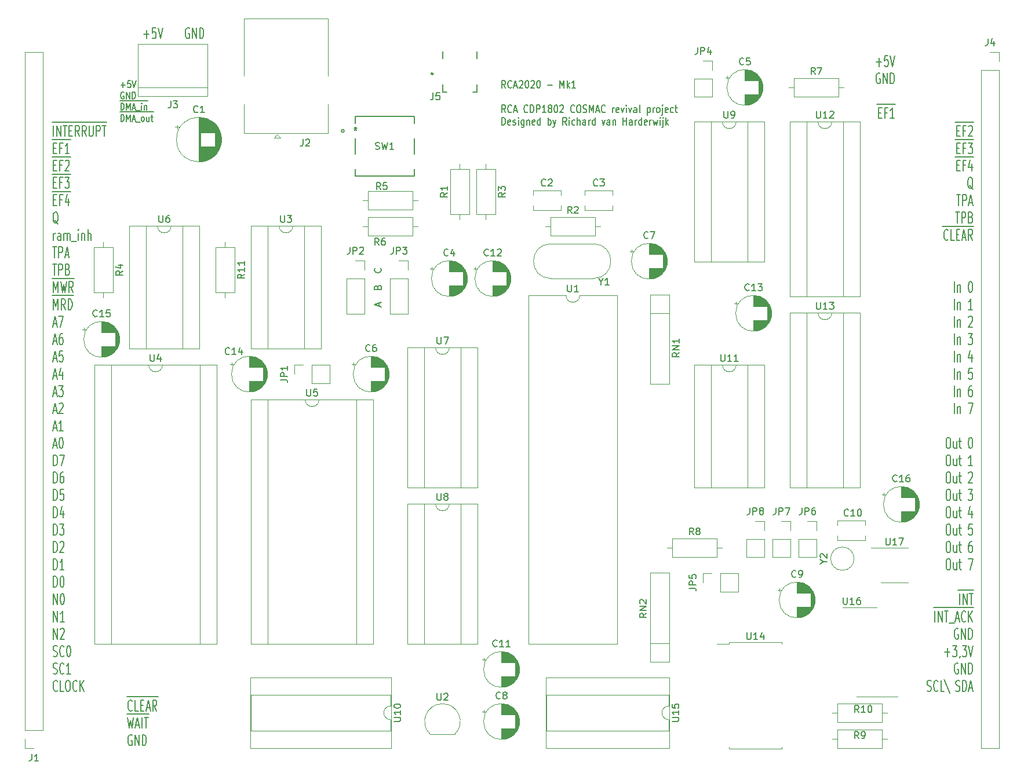
<source format=gbr>
G04 #@! TF.GenerationSoftware,KiCad,Pcbnew,(5.1.5-0-10_14)*
G04 #@! TF.CreationDate,2021-03-05T21:15:02+01:00*
G04 #@! TF.ProjectId,RCA2020-Mk1,52434132-3032-4302-9d4d-6b312e6b6963,4*
G04 #@! TF.SameCoordinates,Original*
G04 #@! TF.FileFunction,Legend,Top*
G04 #@! TF.FilePolarity,Positive*
%FSLAX46Y46*%
G04 Gerber Fmt 4.6, Leading zero omitted, Abs format (unit mm)*
G04 Created by KiCad (PCBNEW (5.1.5-0-10_14)) date 2021-03-05 21:15:02*
%MOMM*%
%LPD*%
G04 APERTURE LIST*
%ADD10C,0.150000*%
%ADD11C,0.120000*%
%ADD12C,0.152400*%
%ADD13C,0.250000*%
G04 APERTURE END LIST*
D10*
X134938071Y-39453619D02*
X134638071Y-38929809D01*
X134423785Y-39453619D02*
X134423785Y-38353619D01*
X134766642Y-38353619D01*
X134852357Y-38406000D01*
X134895214Y-38458380D01*
X134938071Y-38563142D01*
X134938071Y-38720285D01*
X134895214Y-38825047D01*
X134852357Y-38877428D01*
X134766642Y-38929809D01*
X134423785Y-38929809D01*
X135838071Y-39348857D02*
X135795214Y-39401238D01*
X135666642Y-39453619D01*
X135580928Y-39453619D01*
X135452357Y-39401238D01*
X135366642Y-39296476D01*
X135323785Y-39191714D01*
X135280928Y-38982190D01*
X135280928Y-38825047D01*
X135323785Y-38615523D01*
X135366642Y-38510761D01*
X135452357Y-38406000D01*
X135580928Y-38353619D01*
X135666642Y-38353619D01*
X135795214Y-38406000D01*
X135838071Y-38458380D01*
X136180928Y-39139333D02*
X136609500Y-39139333D01*
X136095214Y-39453619D02*
X136395214Y-38353619D01*
X136695214Y-39453619D01*
X136952357Y-38458380D02*
X136995214Y-38406000D01*
X137080928Y-38353619D01*
X137295214Y-38353619D01*
X137380928Y-38406000D01*
X137423785Y-38458380D01*
X137466642Y-38563142D01*
X137466642Y-38667904D01*
X137423785Y-38825047D01*
X136909500Y-39453619D01*
X137466642Y-39453619D01*
X138023785Y-38353619D02*
X138109500Y-38353619D01*
X138195214Y-38406000D01*
X138238071Y-38458380D01*
X138280928Y-38563142D01*
X138323785Y-38772666D01*
X138323785Y-39034571D01*
X138280928Y-39244095D01*
X138238071Y-39348857D01*
X138195214Y-39401238D01*
X138109500Y-39453619D01*
X138023785Y-39453619D01*
X137938071Y-39401238D01*
X137895214Y-39348857D01*
X137852357Y-39244095D01*
X137809500Y-39034571D01*
X137809500Y-38772666D01*
X137852357Y-38563142D01*
X137895214Y-38458380D01*
X137938071Y-38406000D01*
X138023785Y-38353619D01*
X138666642Y-38458380D02*
X138709500Y-38406000D01*
X138795214Y-38353619D01*
X139009500Y-38353619D01*
X139095214Y-38406000D01*
X139138071Y-38458380D01*
X139180928Y-38563142D01*
X139180928Y-38667904D01*
X139138071Y-38825047D01*
X138623785Y-39453619D01*
X139180928Y-39453619D01*
X139738071Y-38353619D02*
X139823785Y-38353619D01*
X139909500Y-38406000D01*
X139952357Y-38458380D01*
X139995214Y-38563142D01*
X140038071Y-38772666D01*
X140038071Y-39034571D01*
X139995214Y-39244095D01*
X139952357Y-39348857D01*
X139909500Y-39401238D01*
X139823785Y-39453619D01*
X139738071Y-39453619D01*
X139652357Y-39401238D01*
X139609500Y-39348857D01*
X139566642Y-39244095D01*
X139523785Y-39034571D01*
X139523785Y-38772666D01*
X139566642Y-38563142D01*
X139609500Y-38458380D01*
X139652357Y-38406000D01*
X139738071Y-38353619D01*
X141109500Y-39034571D02*
X141795214Y-39034571D01*
X142909500Y-39453619D02*
X142909500Y-38353619D01*
X143209500Y-39139333D01*
X143509500Y-38353619D01*
X143509500Y-39453619D01*
X143938071Y-39453619D02*
X143938071Y-38353619D01*
X144023785Y-39034571D02*
X144280928Y-39453619D01*
X144280928Y-38720285D02*
X143938071Y-39139333D01*
X145138071Y-39453619D02*
X144623785Y-39453619D01*
X144880928Y-39453619D02*
X144880928Y-38353619D01*
X144795214Y-38510761D01*
X144709500Y-38615523D01*
X144623785Y-38667904D01*
X134938071Y-43053619D02*
X134638071Y-42529809D01*
X134423785Y-43053619D02*
X134423785Y-41953619D01*
X134766642Y-41953619D01*
X134852357Y-42006000D01*
X134895214Y-42058380D01*
X134938071Y-42163142D01*
X134938071Y-42320285D01*
X134895214Y-42425047D01*
X134852357Y-42477428D01*
X134766642Y-42529809D01*
X134423785Y-42529809D01*
X135838071Y-42948857D02*
X135795214Y-43001238D01*
X135666642Y-43053619D01*
X135580928Y-43053619D01*
X135452357Y-43001238D01*
X135366642Y-42896476D01*
X135323785Y-42791714D01*
X135280928Y-42582190D01*
X135280928Y-42425047D01*
X135323785Y-42215523D01*
X135366642Y-42110761D01*
X135452357Y-42006000D01*
X135580928Y-41953619D01*
X135666642Y-41953619D01*
X135795214Y-42006000D01*
X135838071Y-42058380D01*
X136180928Y-42739333D02*
X136609500Y-42739333D01*
X136095214Y-43053619D02*
X136395214Y-41953619D01*
X136695214Y-43053619D01*
X138195214Y-42948857D02*
X138152357Y-43001238D01*
X138023785Y-43053619D01*
X137938071Y-43053619D01*
X137809500Y-43001238D01*
X137723785Y-42896476D01*
X137680928Y-42791714D01*
X137638071Y-42582190D01*
X137638071Y-42425047D01*
X137680928Y-42215523D01*
X137723785Y-42110761D01*
X137809500Y-42006000D01*
X137938071Y-41953619D01*
X138023785Y-41953619D01*
X138152357Y-42006000D01*
X138195214Y-42058380D01*
X138580928Y-43053619D02*
X138580928Y-41953619D01*
X138795214Y-41953619D01*
X138923785Y-42006000D01*
X139009500Y-42110761D01*
X139052357Y-42215523D01*
X139095214Y-42425047D01*
X139095214Y-42582190D01*
X139052357Y-42791714D01*
X139009500Y-42896476D01*
X138923785Y-43001238D01*
X138795214Y-43053619D01*
X138580928Y-43053619D01*
X139480928Y-43053619D02*
X139480928Y-41953619D01*
X139823785Y-41953619D01*
X139909500Y-42006000D01*
X139952357Y-42058380D01*
X139995214Y-42163142D01*
X139995214Y-42320285D01*
X139952357Y-42425047D01*
X139909500Y-42477428D01*
X139823785Y-42529809D01*
X139480928Y-42529809D01*
X140852357Y-43053619D02*
X140338071Y-43053619D01*
X140595214Y-43053619D02*
X140595214Y-41953619D01*
X140509500Y-42110761D01*
X140423785Y-42215523D01*
X140338071Y-42267904D01*
X141366642Y-42425047D02*
X141280928Y-42372666D01*
X141238071Y-42320285D01*
X141195214Y-42215523D01*
X141195214Y-42163142D01*
X141238071Y-42058380D01*
X141280928Y-42006000D01*
X141366642Y-41953619D01*
X141538071Y-41953619D01*
X141623785Y-42006000D01*
X141666642Y-42058380D01*
X141709500Y-42163142D01*
X141709500Y-42215523D01*
X141666642Y-42320285D01*
X141623785Y-42372666D01*
X141538071Y-42425047D01*
X141366642Y-42425047D01*
X141280928Y-42477428D01*
X141238071Y-42529809D01*
X141195214Y-42634571D01*
X141195214Y-42844095D01*
X141238071Y-42948857D01*
X141280928Y-43001238D01*
X141366642Y-43053619D01*
X141538071Y-43053619D01*
X141623785Y-43001238D01*
X141666642Y-42948857D01*
X141709500Y-42844095D01*
X141709500Y-42634571D01*
X141666642Y-42529809D01*
X141623785Y-42477428D01*
X141538071Y-42425047D01*
X142266642Y-41953619D02*
X142352357Y-41953619D01*
X142438071Y-42006000D01*
X142480928Y-42058380D01*
X142523785Y-42163142D01*
X142566642Y-42372666D01*
X142566642Y-42634571D01*
X142523785Y-42844095D01*
X142480928Y-42948857D01*
X142438071Y-43001238D01*
X142352357Y-43053619D01*
X142266642Y-43053619D01*
X142180928Y-43001238D01*
X142138071Y-42948857D01*
X142095214Y-42844095D01*
X142052357Y-42634571D01*
X142052357Y-42372666D01*
X142095214Y-42163142D01*
X142138071Y-42058380D01*
X142180928Y-42006000D01*
X142266642Y-41953619D01*
X142909500Y-42058380D02*
X142952357Y-42006000D01*
X143038071Y-41953619D01*
X143252357Y-41953619D01*
X143338071Y-42006000D01*
X143380928Y-42058380D01*
X143423785Y-42163142D01*
X143423785Y-42267904D01*
X143380928Y-42425047D01*
X142866642Y-43053619D01*
X143423785Y-43053619D01*
X145009500Y-42948857D02*
X144966642Y-43001238D01*
X144838071Y-43053619D01*
X144752357Y-43053619D01*
X144623785Y-43001238D01*
X144538071Y-42896476D01*
X144495214Y-42791714D01*
X144452357Y-42582190D01*
X144452357Y-42425047D01*
X144495214Y-42215523D01*
X144538071Y-42110761D01*
X144623785Y-42006000D01*
X144752357Y-41953619D01*
X144838071Y-41953619D01*
X144966642Y-42006000D01*
X145009500Y-42058380D01*
X145566642Y-41953619D02*
X145738071Y-41953619D01*
X145823785Y-42006000D01*
X145909500Y-42110761D01*
X145952357Y-42320285D01*
X145952357Y-42686952D01*
X145909500Y-42896476D01*
X145823785Y-43001238D01*
X145738071Y-43053619D01*
X145566642Y-43053619D01*
X145480928Y-43001238D01*
X145395214Y-42896476D01*
X145352357Y-42686952D01*
X145352357Y-42320285D01*
X145395214Y-42110761D01*
X145480928Y-42006000D01*
X145566642Y-41953619D01*
X146295214Y-43001238D02*
X146423785Y-43053619D01*
X146638071Y-43053619D01*
X146723785Y-43001238D01*
X146766642Y-42948857D01*
X146809500Y-42844095D01*
X146809500Y-42739333D01*
X146766642Y-42634571D01*
X146723785Y-42582190D01*
X146638071Y-42529809D01*
X146466642Y-42477428D01*
X146380928Y-42425047D01*
X146338071Y-42372666D01*
X146295214Y-42267904D01*
X146295214Y-42163142D01*
X146338071Y-42058380D01*
X146380928Y-42006000D01*
X146466642Y-41953619D01*
X146680928Y-41953619D01*
X146809500Y-42006000D01*
X147195214Y-43053619D02*
X147195214Y-41953619D01*
X147495214Y-42739333D01*
X147795214Y-41953619D01*
X147795214Y-43053619D01*
X148180928Y-42739333D02*
X148609500Y-42739333D01*
X148095214Y-43053619D02*
X148395214Y-41953619D01*
X148695214Y-43053619D01*
X149509500Y-42948857D02*
X149466642Y-43001238D01*
X149338071Y-43053619D01*
X149252357Y-43053619D01*
X149123785Y-43001238D01*
X149038071Y-42896476D01*
X148995214Y-42791714D01*
X148952357Y-42582190D01*
X148952357Y-42425047D01*
X148995214Y-42215523D01*
X149038071Y-42110761D01*
X149123785Y-42006000D01*
X149252357Y-41953619D01*
X149338071Y-41953619D01*
X149466642Y-42006000D01*
X149509500Y-42058380D01*
X150580928Y-43053619D02*
X150580928Y-42320285D01*
X150580928Y-42529809D02*
X150623785Y-42425047D01*
X150666642Y-42372666D01*
X150752357Y-42320285D01*
X150838071Y-42320285D01*
X151480928Y-43001238D02*
X151395214Y-43053619D01*
X151223785Y-43053619D01*
X151138071Y-43001238D01*
X151095214Y-42896476D01*
X151095214Y-42477428D01*
X151138071Y-42372666D01*
X151223785Y-42320285D01*
X151395214Y-42320285D01*
X151480928Y-42372666D01*
X151523785Y-42477428D01*
X151523785Y-42582190D01*
X151095214Y-42686952D01*
X151823785Y-42320285D02*
X152038071Y-43053619D01*
X152252357Y-42320285D01*
X152595214Y-43053619D02*
X152595214Y-42320285D01*
X152595214Y-41953619D02*
X152552357Y-42006000D01*
X152595214Y-42058380D01*
X152638071Y-42006000D01*
X152595214Y-41953619D01*
X152595214Y-42058380D01*
X152938071Y-42320285D02*
X153152357Y-43053619D01*
X153366642Y-42320285D01*
X154095214Y-43053619D02*
X154095214Y-42477428D01*
X154052357Y-42372666D01*
X153966642Y-42320285D01*
X153795214Y-42320285D01*
X153709500Y-42372666D01*
X154095214Y-43001238D02*
X154009500Y-43053619D01*
X153795214Y-43053619D01*
X153709500Y-43001238D01*
X153666642Y-42896476D01*
X153666642Y-42791714D01*
X153709500Y-42686952D01*
X153795214Y-42634571D01*
X154009500Y-42634571D01*
X154095214Y-42582190D01*
X154652357Y-43053619D02*
X154566642Y-43001238D01*
X154523785Y-42896476D01*
X154523785Y-41953619D01*
X155680928Y-42320285D02*
X155680928Y-43420285D01*
X155680928Y-42372666D02*
X155766642Y-42320285D01*
X155938071Y-42320285D01*
X156023785Y-42372666D01*
X156066642Y-42425047D01*
X156109500Y-42529809D01*
X156109500Y-42844095D01*
X156066642Y-42948857D01*
X156023785Y-43001238D01*
X155938071Y-43053619D01*
X155766642Y-43053619D01*
X155680928Y-43001238D01*
X156495214Y-43053619D02*
X156495214Y-42320285D01*
X156495214Y-42529809D02*
X156538071Y-42425047D01*
X156580928Y-42372666D01*
X156666642Y-42320285D01*
X156752357Y-42320285D01*
X157180928Y-43053619D02*
X157095214Y-43001238D01*
X157052357Y-42948857D01*
X157009500Y-42844095D01*
X157009500Y-42529809D01*
X157052357Y-42425047D01*
X157095214Y-42372666D01*
X157180928Y-42320285D01*
X157309500Y-42320285D01*
X157395214Y-42372666D01*
X157438071Y-42425047D01*
X157480928Y-42529809D01*
X157480928Y-42844095D01*
X157438071Y-42948857D01*
X157395214Y-43001238D01*
X157309500Y-43053619D01*
X157180928Y-43053619D01*
X157866642Y-42320285D02*
X157866642Y-43263142D01*
X157823785Y-43367904D01*
X157738071Y-43420285D01*
X157695214Y-43420285D01*
X157866642Y-41953619D02*
X157823785Y-42006000D01*
X157866642Y-42058380D01*
X157909500Y-42006000D01*
X157866642Y-41953619D01*
X157866642Y-42058380D01*
X158638071Y-43001238D02*
X158552357Y-43053619D01*
X158380928Y-43053619D01*
X158295214Y-43001238D01*
X158252357Y-42896476D01*
X158252357Y-42477428D01*
X158295214Y-42372666D01*
X158380928Y-42320285D01*
X158552357Y-42320285D01*
X158638071Y-42372666D01*
X158680928Y-42477428D01*
X158680928Y-42582190D01*
X158252357Y-42686952D01*
X159452357Y-43001238D02*
X159366642Y-43053619D01*
X159195214Y-43053619D01*
X159109500Y-43001238D01*
X159066642Y-42948857D01*
X159023785Y-42844095D01*
X159023785Y-42529809D01*
X159066642Y-42425047D01*
X159109500Y-42372666D01*
X159195214Y-42320285D01*
X159366642Y-42320285D01*
X159452357Y-42372666D01*
X159709500Y-42320285D02*
X160052357Y-42320285D01*
X159838071Y-41953619D02*
X159838071Y-42896476D01*
X159880928Y-43001238D01*
X159966642Y-43053619D01*
X160052357Y-43053619D01*
X134423785Y-44853619D02*
X134423785Y-43753619D01*
X134638071Y-43753619D01*
X134766642Y-43806000D01*
X134852357Y-43910761D01*
X134895214Y-44015523D01*
X134938071Y-44225047D01*
X134938071Y-44382190D01*
X134895214Y-44591714D01*
X134852357Y-44696476D01*
X134766642Y-44801238D01*
X134638071Y-44853619D01*
X134423785Y-44853619D01*
X135666642Y-44801238D02*
X135580928Y-44853619D01*
X135409500Y-44853619D01*
X135323785Y-44801238D01*
X135280928Y-44696476D01*
X135280928Y-44277428D01*
X135323785Y-44172666D01*
X135409500Y-44120285D01*
X135580928Y-44120285D01*
X135666642Y-44172666D01*
X135709500Y-44277428D01*
X135709500Y-44382190D01*
X135280928Y-44486952D01*
X136052357Y-44801238D02*
X136138071Y-44853619D01*
X136309500Y-44853619D01*
X136395214Y-44801238D01*
X136438071Y-44696476D01*
X136438071Y-44644095D01*
X136395214Y-44539333D01*
X136309500Y-44486952D01*
X136180928Y-44486952D01*
X136095214Y-44434571D01*
X136052357Y-44329809D01*
X136052357Y-44277428D01*
X136095214Y-44172666D01*
X136180928Y-44120285D01*
X136309500Y-44120285D01*
X136395214Y-44172666D01*
X136823785Y-44853619D02*
X136823785Y-44120285D01*
X136823785Y-43753619D02*
X136780928Y-43806000D01*
X136823785Y-43858380D01*
X136866642Y-43806000D01*
X136823785Y-43753619D01*
X136823785Y-43858380D01*
X137638071Y-44120285D02*
X137638071Y-45010761D01*
X137595214Y-45115523D01*
X137552357Y-45167904D01*
X137466642Y-45220285D01*
X137338071Y-45220285D01*
X137252357Y-45167904D01*
X137638071Y-44801238D02*
X137552357Y-44853619D01*
X137380928Y-44853619D01*
X137295214Y-44801238D01*
X137252357Y-44748857D01*
X137209500Y-44644095D01*
X137209500Y-44329809D01*
X137252357Y-44225047D01*
X137295214Y-44172666D01*
X137380928Y-44120285D01*
X137552357Y-44120285D01*
X137638071Y-44172666D01*
X138066642Y-44120285D02*
X138066642Y-44853619D01*
X138066642Y-44225047D02*
X138109500Y-44172666D01*
X138195214Y-44120285D01*
X138323785Y-44120285D01*
X138409500Y-44172666D01*
X138452357Y-44277428D01*
X138452357Y-44853619D01*
X139223785Y-44801238D02*
X139138071Y-44853619D01*
X138966642Y-44853619D01*
X138880928Y-44801238D01*
X138838071Y-44696476D01*
X138838071Y-44277428D01*
X138880928Y-44172666D01*
X138966642Y-44120285D01*
X139138071Y-44120285D01*
X139223785Y-44172666D01*
X139266642Y-44277428D01*
X139266642Y-44382190D01*
X138838071Y-44486952D01*
X140038071Y-44853619D02*
X140038071Y-43753619D01*
X140038071Y-44801238D02*
X139952357Y-44853619D01*
X139780928Y-44853619D01*
X139695214Y-44801238D01*
X139652357Y-44748857D01*
X139609500Y-44644095D01*
X139609500Y-44329809D01*
X139652357Y-44225047D01*
X139695214Y-44172666D01*
X139780928Y-44120285D01*
X139952357Y-44120285D01*
X140038071Y-44172666D01*
X141152357Y-44853619D02*
X141152357Y-43753619D01*
X141152357Y-44172666D02*
X141238071Y-44120285D01*
X141409500Y-44120285D01*
X141495214Y-44172666D01*
X141538071Y-44225047D01*
X141580928Y-44329809D01*
X141580928Y-44644095D01*
X141538071Y-44748857D01*
X141495214Y-44801238D01*
X141409500Y-44853619D01*
X141238071Y-44853619D01*
X141152357Y-44801238D01*
X141880928Y-44120285D02*
X142095214Y-44853619D01*
X142309500Y-44120285D02*
X142095214Y-44853619D01*
X142009500Y-45115523D01*
X141966642Y-45167904D01*
X141880928Y-45220285D01*
X143852357Y-44853619D02*
X143552357Y-44329809D01*
X143338071Y-44853619D02*
X143338071Y-43753619D01*
X143680928Y-43753619D01*
X143766642Y-43806000D01*
X143809500Y-43858380D01*
X143852357Y-43963142D01*
X143852357Y-44120285D01*
X143809500Y-44225047D01*
X143766642Y-44277428D01*
X143680928Y-44329809D01*
X143338071Y-44329809D01*
X144238071Y-44853619D02*
X144238071Y-44120285D01*
X144238071Y-43753619D02*
X144195214Y-43806000D01*
X144238071Y-43858380D01*
X144280928Y-43806000D01*
X144238071Y-43753619D01*
X144238071Y-43858380D01*
X145052357Y-44801238D02*
X144966642Y-44853619D01*
X144795214Y-44853619D01*
X144709500Y-44801238D01*
X144666642Y-44748857D01*
X144623785Y-44644095D01*
X144623785Y-44329809D01*
X144666642Y-44225047D01*
X144709500Y-44172666D01*
X144795214Y-44120285D01*
X144966642Y-44120285D01*
X145052357Y-44172666D01*
X145438071Y-44853619D02*
X145438071Y-43753619D01*
X145823785Y-44853619D02*
X145823785Y-44277428D01*
X145780928Y-44172666D01*
X145695214Y-44120285D01*
X145566642Y-44120285D01*
X145480928Y-44172666D01*
X145438071Y-44225047D01*
X146638071Y-44853619D02*
X146638071Y-44277428D01*
X146595214Y-44172666D01*
X146509500Y-44120285D01*
X146338071Y-44120285D01*
X146252357Y-44172666D01*
X146638071Y-44801238D02*
X146552357Y-44853619D01*
X146338071Y-44853619D01*
X146252357Y-44801238D01*
X146209500Y-44696476D01*
X146209500Y-44591714D01*
X146252357Y-44486952D01*
X146338071Y-44434571D01*
X146552357Y-44434571D01*
X146638071Y-44382190D01*
X147066642Y-44853619D02*
X147066642Y-44120285D01*
X147066642Y-44329809D02*
X147109500Y-44225047D01*
X147152357Y-44172666D01*
X147238071Y-44120285D01*
X147323785Y-44120285D01*
X148009500Y-44853619D02*
X148009500Y-43753619D01*
X148009500Y-44801238D02*
X147923785Y-44853619D01*
X147752357Y-44853619D01*
X147666642Y-44801238D01*
X147623785Y-44748857D01*
X147580928Y-44644095D01*
X147580928Y-44329809D01*
X147623785Y-44225047D01*
X147666642Y-44172666D01*
X147752357Y-44120285D01*
X147923785Y-44120285D01*
X148009500Y-44172666D01*
X149038071Y-44120285D02*
X149252357Y-44853619D01*
X149466642Y-44120285D01*
X150195214Y-44853619D02*
X150195214Y-44277428D01*
X150152357Y-44172666D01*
X150066642Y-44120285D01*
X149895214Y-44120285D01*
X149809500Y-44172666D01*
X150195214Y-44801238D02*
X150109500Y-44853619D01*
X149895214Y-44853619D01*
X149809500Y-44801238D01*
X149766642Y-44696476D01*
X149766642Y-44591714D01*
X149809500Y-44486952D01*
X149895214Y-44434571D01*
X150109500Y-44434571D01*
X150195214Y-44382190D01*
X150623785Y-44120285D02*
X150623785Y-44853619D01*
X150623785Y-44225047D02*
X150666642Y-44172666D01*
X150752357Y-44120285D01*
X150880928Y-44120285D01*
X150966642Y-44172666D01*
X151009500Y-44277428D01*
X151009500Y-44853619D01*
X152123785Y-44853619D02*
X152123785Y-43753619D01*
X152123785Y-44277428D02*
X152638071Y-44277428D01*
X152638071Y-44853619D02*
X152638071Y-43753619D01*
X153452357Y-44853619D02*
X153452357Y-44277428D01*
X153409500Y-44172666D01*
X153323785Y-44120285D01*
X153152357Y-44120285D01*
X153066642Y-44172666D01*
X153452357Y-44801238D02*
X153366642Y-44853619D01*
X153152357Y-44853619D01*
X153066642Y-44801238D01*
X153023785Y-44696476D01*
X153023785Y-44591714D01*
X153066642Y-44486952D01*
X153152357Y-44434571D01*
X153366642Y-44434571D01*
X153452357Y-44382190D01*
X153880928Y-44853619D02*
X153880928Y-44120285D01*
X153880928Y-44329809D02*
X153923785Y-44225047D01*
X153966642Y-44172666D01*
X154052357Y-44120285D01*
X154138071Y-44120285D01*
X154823785Y-44853619D02*
X154823785Y-43753619D01*
X154823785Y-44801238D02*
X154738071Y-44853619D01*
X154566642Y-44853619D01*
X154480928Y-44801238D01*
X154438071Y-44748857D01*
X154395214Y-44644095D01*
X154395214Y-44329809D01*
X154438071Y-44225047D01*
X154480928Y-44172666D01*
X154566642Y-44120285D01*
X154738071Y-44120285D01*
X154823785Y-44172666D01*
X155595214Y-44801238D02*
X155509500Y-44853619D01*
X155338071Y-44853619D01*
X155252357Y-44801238D01*
X155209500Y-44696476D01*
X155209500Y-44277428D01*
X155252357Y-44172666D01*
X155338071Y-44120285D01*
X155509500Y-44120285D01*
X155595214Y-44172666D01*
X155638071Y-44277428D01*
X155638071Y-44382190D01*
X155209500Y-44486952D01*
X156023785Y-44853619D02*
X156023785Y-44120285D01*
X156023785Y-44329809D02*
X156066642Y-44225047D01*
X156109500Y-44172666D01*
X156195214Y-44120285D01*
X156280928Y-44120285D01*
X156495214Y-44120285D02*
X156666642Y-44853619D01*
X156838071Y-44329809D01*
X157009500Y-44853619D01*
X157180928Y-44120285D01*
X157523785Y-44853619D02*
X157523785Y-44120285D01*
X157523785Y-43753619D02*
X157480928Y-43806000D01*
X157523785Y-43858380D01*
X157566642Y-43806000D01*
X157523785Y-43753619D01*
X157523785Y-43858380D01*
X157952357Y-44120285D02*
X157952357Y-45063142D01*
X157909500Y-45167904D01*
X157823785Y-45220285D01*
X157780928Y-45220285D01*
X157952357Y-43753619D02*
X157909500Y-43806000D01*
X157952357Y-43858380D01*
X157995214Y-43806000D01*
X157952357Y-43753619D01*
X157952357Y-43858380D01*
X158380928Y-44853619D02*
X158380928Y-43753619D01*
X158466642Y-44434571D02*
X158723785Y-44853619D01*
X158723785Y-44120285D02*
X158380928Y-44539333D01*
X189116976Y-35681071D02*
X189878880Y-35681071D01*
X189497928Y-36286785D02*
X189497928Y-35075357D01*
X190831261Y-34696785D02*
X190355071Y-34696785D01*
X190307452Y-35453928D01*
X190355071Y-35378214D01*
X190450309Y-35302500D01*
X190688404Y-35302500D01*
X190783642Y-35378214D01*
X190831261Y-35453928D01*
X190878880Y-35605357D01*
X190878880Y-35983928D01*
X190831261Y-36135357D01*
X190783642Y-36211071D01*
X190688404Y-36286785D01*
X190450309Y-36286785D01*
X190355071Y-36211071D01*
X190307452Y-36135357D01*
X191164595Y-34696785D02*
X191497928Y-36286785D01*
X191831261Y-34696785D01*
X189640785Y-37307500D02*
X189545547Y-37231785D01*
X189402690Y-37231785D01*
X189259833Y-37307500D01*
X189164595Y-37458928D01*
X189116976Y-37610357D01*
X189069357Y-37913214D01*
X189069357Y-38140357D01*
X189116976Y-38443214D01*
X189164595Y-38594642D01*
X189259833Y-38746071D01*
X189402690Y-38821785D01*
X189497928Y-38821785D01*
X189640785Y-38746071D01*
X189688404Y-38670357D01*
X189688404Y-38140357D01*
X189497928Y-38140357D01*
X190116976Y-38821785D02*
X190116976Y-37231785D01*
X190688404Y-38821785D01*
X190688404Y-37231785D01*
X191164595Y-38821785D02*
X191164595Y-37231785D01*
X191402690Y-37231785D01*
X191545547Y-37307500D01*
X191640785Y-37458928D01*
X191688404Y-37610357D01*
X191736023Y-37913214D01*
X191736023Y-38140357D01*
X191688404Y-38443214D01*
X191640785Y-38594642D01*
X191545547Y-38746071D01*
X191402690Y-38821785D01*
X191164595Y-38821785D01*
X189212214Y-41832700D02*
X190116976Y-41832700D01*
X189450309Y-43058928D02*
X189783642Y-43058928D01*
X189926500Y-43891785D02*
X189450309Y-43891785D01*
X189450309Y-42301785D01*
X189926500Y-42301785D01*
X190116976Y-41832700D02*
X190974119Y-41832700D01*
X190688404Y-43058928D02*
X190355071Y-43058928D01*
X190355071Y-43891785D02*
X190355071Y-42301785D01*
X190831261Y-42301785D01*
X190974119Y-41832700D02*
X191926500Y-41832700D01*
X191736023Y-43891785D02*
X191164595Y-43891785D01*
X191450309Y-43891785D02*
X191450309Y-42301785D01*
X191355071Y-42528928D01*
X191259833Y-42680357D01*
X191164595Y-42756071D01*
X82123595Y-31609571D02*
X82885500Y-31609571D01*
X82504547Y-32215285D02*
X82504547Y-31003857D01*
X83837880Y-30625285D02*
X83361690Y-30625285D01*
X83314071Y-31382428D01*
X83361690Y-31306714D01*
X83456928Y-31231000D01*
X83695023Y-31231000D01*
X83790261Y-31306714D01*
X83837880Y-31382428D01*
X83885500Y-31533857D01*
X83885500Y-31912428D01*
X83837880Y-32063857D01*
X83790261Y-32139571D01*
X83695023Y-32215285D01*
X83456928Y-32215285D01*
X83361690Y-32139571D01*
X83314071Y-32063857D01*
X84171214Y-30625285D02*
X84504547Y-32215285D01*
X84837880Y-30625285D01*
X88742642Y-30701000D02*
X88647404Y-30625285D01*
X88504547Y-30625285D01*
X88361690Y-30701000D01*
X88266452Y-30852428D01*
X88218833Y-31003857D01*
X88171214Y-31306714D01*
X88171214Y-31533857D01*
X88218833Y-31836714D01*
X88266452Y-31988142D01*
X88361690Y-32139571D01*
X88504547Y-32215285D01*
X88599785Y-32215285D01*
X88742642Y-32139571D01*
X88790261Y-32063857D01*
X88790261Y-31533857D01*
X88599785Y-31533857D01*
X89218833Y-32215285D02*
X89218833Y-30625285D01*
X89790261Y-32215285D01*
X89790261Y-30625285D01*
X90266452Y-32215285D02*
X90266452Y-30625285D01*
X90504547Y-30625285D01*
X90647404Y-30701000D01*
X90742642Y-30852428D01*
X90790261Y-31003857D01*
X90837880Y-31306714D01*
X90837880Y-31533857D01*
X90790261Y-31836714D01*
X90742642Y-31988142D01*
X90647404Y-32139571D01*
X90504547Y-32215285D01*
X90266452Y-32215285D01*
X79599500Y-128459200D02*
X80599500Y-128459200D01*
X80409023Y-130366857D02*
X80361404Y-130442571D01*
X80218547Y-130518285D01*
X80123309Y-130518285D01*
X79980452Y-130442571D01*
X79885214Y-130291142D01*
X79837595Y-130139714D01*
X79789976Y-129836857D01*
X79789976Y-129609714D01*
X79837595Y-129306857D01*
X79885214Y-129155428D01*
X79980452Y-129004000D01*
X80123309Y-128928285D01*
X80218547Y-128928285D01*
X80361404Y-129004000D01*
X80409023Y-129079714D01*
X80599500Y-128459200D02*
X81409023Y-128459200D01*
X81313785Y-130518285D02*
X80837595Y-130518285D01*
X80837595Y-128928285D01*
X81409023Y-128459200D02*
X82313785Y-128459200D01*
X81647119Y-129685428D02*
X81980452Y-129685428D01*
X82123309Y-130518285D02*
X81647119Y-130518285D01*
X81647119Y-128928285D01*
X82123309Y-128928285D01*
X82313785Y-128459200D02*
X83170928Y-128459200D01*
X82504261Y-130064000D02*
X82980452Y-130064000D01*
X82409023Y-130518285D02*
X82742357Y-128928285D01*
X83075690Y-130518285D01*
X83170928Y-128459200D02*
X84170928Y-128459200D01*
X83980452Y-130518285D02*
X83647119Y-129761142D01*
X83409023Y-130518285D02*
X83409023Y-128928285D01*
X83789976Y-128928285D01*
X83885214Y-129004000D01*
X83932833Y-129079714D01*
X83980452Y-129231142D01*
X83980452Y-129458285D01*
X83932833Y-129609714D01*
X83885214Y-129685428D01*
X83789976Y-129761142D01*
X83409023Y-129761142D01*
X79599500Y-130994200D02*
X80742357Y-130994200D01*
X79742357Y-131463285D02*
X79980452Y-133053285D01*
X80170928Y-131917571D01*
X80361404Y-133053285D01*
X80599500Y-131463285D01*
X80742357Y-130994200D02*
X81599500Y-130994200D01*
X80932833Y-132599000D02*
X81409023Y-132599000D01*
X80837595Y-133053285D02*
X81170928Y-131463285D01*
X81504261Y-133053285D01*
X81599500Y-130994200D02*
X82075690Y-130994200D01*
X81837595Y-133053285D02*
X81837595Y-131463285D01*
X82075690Y-130994200D02*
X82837595Y-130994200D01*
X82170928Y-131463285D02*
X82742357Y-131463285D01*
X82456642Y-133053285D02*
X82456642Y-131463285D01*
X80361404Y-134074000D02*
X80266166Y-133998285D01*
X80123309Y-133998285D01*
X79980452Y-134074000D01*
X79885214Y-134225428D01*
X79837595Y-134376857D01*
X79789976Y-134679714D01*
X79789976Y-134906857D01*
X79837595Y-135209714D01*
X79885214Y-135361142D01*
X79980452Y-135512571D01*
X80123309Y-135588285D01*
X80218547Y-135588285D01*
X80361404Y-135512571D01*
X80409023Y-135436857D01*
X80409023Y-134906857D01*
X80218547Y-134906857D01*
X80837595Y-135588285D02*
X80837595Y-133998285D01*
X81409023Y-135588285D01*
X81409023Y-133998285D01*
X81885214Y-135588285D02*
X81885214Y-133998285D01*
X82123309Y-133998285D01*
X82266166Y-134074000D01*
X82361404Y-134225428D01*
X82409023Y-134376857D01*
X82456642Y-134679714D01*
X82456642Y-134906857D01*
X82409023Y-135209714D01*
X82361404Y-135361142D01*
X82266166Y-135512571D01*
X82123309Y-135588285D01*
X81885214Y-135588285D01*
X200642214Y-44460200D02*
X201546976Y-44460200D01*
X200880309Y-45686428D02*
X201213642Y-45686428D01*
X201356500Y-46519285D02*
X200880309Y-46519285D01*
X200880309Y-44929285D01*
X201356500Y-44929285D01*
X201546976Y-44460200D02*
X202404119Y-44460200D01*
X202118404Y-45686428D02*
X201785071Y-45686428D01*
X201785071Y-46519285D02*
X201785071Y-44929285D01*
X202261261Y-44929285D01*
X202404119Y-44460200D02*
X203356500Y-44460200D01*
X202594595Y-45080714D02*
X202642214Y-45005000D01*
X202737452Y-44929285D01*
X202975547Y-44929285D01*
X203070785Y-45005000D01*
X203118404Y-45080714D01*
X203166023Y-45232142D01*
X203166023Y-45383571D01*
X203118404Y-45610714D01*
X202546976Y-46519285D01*
X203166023Y-46519285D01*
X200642214Y-46995200D02*
X201546976Y-46995200D01*
X200880309Y-48221428D02*
X201213642Y-48221428D01*
X201356500Y-49054285D02*
X200880309Y-49054285D01*
X200880309Y-47464285D01*
X201356500Y-47464285D01*
X201546976Y-46995200D02*
X202404119Y-46995200D01*
X202118404Y-48221428D02*
X201785071Y-48221428D01*
X201785071Y-49054285D02*
X201785071Y-47464285D01*
X202261261Y-47464285D01*
X202404119Y-46995200D02*
X203356500Y-46995200D01*
X202546976Y-47464285D02*
X203166023Y-47464285D01*
X202832690Y-48070000D01*
X202975547Y-48070000D01*
X203070785Y-48145714D01*
X203118404Y-48221428D01*
X203166023Y-48372857D01*
X203166023Y-48751428D01*
X203118404Y-48902857D01*
X203070785Y-48978571D01*
X202975547Y-49054285D01*
X202689833Y-49054285D01*
X202594595Y-48978571D01*
X202546976Y-48902857D01*
X200642214Y-49530200D02*
X201546976Y-49530200D01*
X200880309Y-50756428D02*
X201213642Y-50756428D01*
X201356500Y-51589285D02*
X200880309Y-51589285D01*
X200880309Y-49999285D01*
X201356500Y-49999285D01*
X201546976Y-49530200D02*
X202404119Y-49530200D01*
X202118404Y-50756428D02*
X201785071Y-50756428D01*
X201785071Y-51589285D02*
X201785071Y-49999285D01*
X202261261Y-49999285D01*
X202404119Y-49530200D02*
X203356500Y-49530200D01*
X203070785Y-50529285D02*
X203070785Y-51589285D01*
X202832690Y-49923571D02*
X202594595Y-51059285D01*
X203213642Y-51059285D01*
X203213642Y-54275714D02*
X203118404Y-54200000D01*
X203023166Y-54048571D01*
X202880309Y-53821428D01*
X202785071Y-53745714D01*
X202689833Y-53745714D01*
X202737452Y-54124285D02*
X202642214Y-54048571D01*
X202546976Y-53897142D01*
X202499357Y-53594285D01*
X202499357Y-53064285D01*
X202546976Y-52761428D01*
X202642214Y-52610000D01*
X202737452Y-52534285D01*
X202927928Y-52534285D01*
X203023166Y-52610000D01*
X203118404Y-52761428D01*
X203166023Y-53064285D01*
X203166023Y-53594285D01*
X203118404Y-53897142D01*
X203023166Y-54048571D01*
X202927928Y-54124285D01*
X202737452Y-54124285D01*
X200832690Y-55069285D02*
X201404119Y-55069285D01*
X201118404Y-56659285D02*
X201118404Y-55069285D01*
X201737452Y-56659285D02*
X201737452Y-55069285D01*
X202118404Y-55069285D01*
X202213642Y-55145000D01*
X202261261Y-55220714D01*
X202308880Y-55372142D01*
X202308880Y-55599285D01*
X202261261Y-55750714D01*
X202213642Y-55826428D01*
X202118404Y-55902142D01*
X201737452Y-55902142D01*
X202689833Y-56205000D02*
X203166023Y-56205000D01*
X202594595Y-56659285D02*
X202927928Y-55069285D01*
X203261261Y-56659285D01*
X200689833Y-57604285D02*
X201261261Y-57604285D01*
X200975547Y-59194285D02*
X200975547Y-57604285D01*
X201594595Y-59194285D02*
X201594595Y-57604285D01*
X201975547Y-57604285D01*
X202070785Y-57680000D01*
X202118404Y-57755714D01*
X202166023Y-57907142D01*
X202166023Y-58134285D01*
X202118404Y-58285714D01*
X202070785Y-58361428D01*
X201975547Y-58437142D01*
X201594595Y-58437142D01*
X202927928Y-58361428D02*
X203070785Y-58437142D01*
X203118404Y-58512857D01*
X203166023Y-58664285D01*
X203166023Y-58891428D01*
X203118404Y-59042857D01*
X203070785Y-59118571D01*
X202975547Y-59194285D01*
X202594595Y-59194285D01*
X202594595Y-57604285D01*
X202927928Y-57604285D01*
X203023166Y-57680000D01*
X203070785Y-57755714D01*
X203118404Y-57907142D01*
X203118404Y-58058571D01*
X203070785Y-58210000D01*
X203023166Y-58285714D01*
X202927928Y-58361428D01*
X202594595Y-58361428D01*
X198785071Y-59670200D02*
X199785071Y-59670200D01*
X199594595Y-61577857D02*
X199546976Y-61653571D01*
X199404119Y-61729285D01*
X199308880Y-61729285D01*
X199166023Y-61653571D01*
X199070785Y-61502142D01*
X199023166Y-61350714D01*
X198975547Y-61047857D01*
X198975547Y-60820714D01*
X199023166Y-60517857D01*
X199070785Y-60366428D01*
X199166023Y-60215000D01*
X199308880Y-60139285D01*
X199404119Y-60139285D01*
X199546976Y-60215000D01*
X199594595Y-60290714D01*
X199785071Y-59670200D02*
X200594595Y-59670200D01*
X200499357Y-61729285D02*
X200023166Y-61729285D01*
X200023166Y-60139285D01*
X200594595Y-59670200D02*
X201499357Y-59670200D01*
X200832690Y-60896428D02*
X201166023Y-60896428D01*
X201308880Y-61729285D02*
X200832690Y-61729285D01*
X200832690Y-60139285D01*
X201308880Y-60139285D01*
X201499357Y-59670200D02*
X202356500Y-59670200D01*
X201689833Y-61275000D02*
X202166023Y-61275000D01*
X201594595Y-61729285D02*
X201927928Y-60139285D01*
X202261261Y-61729285D01*
X202356500Y-59670200D02*
X203356500Y-59670200D01*
X203166023Y-61729285D02*
X202832690Y-60972142D01*
X202594595Y-61729285D02*
X202594595Y-60139285D01*
X202975547Y-60139285D01*
X203070785Y-60215000D01*
X203118404Y-60290714D01*
X203166023Y-60442142D01*
X203166023Y-60669285D01*
X203118404Y-60820714D01*
X203070785Y-60896428D01*
X202975547Y-60972142D01*
X202594595Y-60972142D01*
X200499357Y-69334285D02*
X200499357Y-67744285D01*
X200975547Y-68274285D02*
X200975547Y-69334285D01*
X200975547Y-68425714D02*
X201023166Y-68350000D01*
X201118404Y-68274285D01*
X201261261Y-68274285D01*
X201356500Y-68350000D01*
X201404119Y-68501428D01*
X201404119Y-69334285D01*
X202832690Y-67744285D02*
X202927928Y-67744285D01*
X203023166Y-67820000D01*
X203070785Y-67895714D01*
X203118404Y-68047142D01*
X203166023Y-68350000D01*
X203166023Y-68728571D01*
X203118404Y-69031428D01*
X203070785Y-69182857D01*
X203023166Y-69258571D01*
X202927928Y-69334285D01*
X202832690Y-69334285D01*
X202737452Y-69258571D01*
X202689833Y-69182857D01*
X202642214Y-69031428D01*
X202594595Y-68728571D01*
X202594595Y-68350000D01*
X202642214Y-68047142D01*
X202689833Y-67895714D01*
X202737452Y-67820000D01*
X202832690Y-67744285D01*
X200499357Y-71869285D02*
X200499357Y-70279285D01*
X200975547Y-70809285D02*
X200975547Y-71869285D01*
X200975547Y-70960714D02*
X201023166Y-70885000D01*
X201118404Y-70809285D01*
X201261261Y-70809285D01*
X201356500Y-70885000D01*
X201404119Y-71036428D01*
X201404119Y-71869285D01*
X203166023Y-71869285D02*
X202594595Y-71869285D01*
X202880309Y-71869285D02*
X202880309Y-70279285D01*
X202785071Y-70506428D01*
X202689833Y-70657857D01*
X202594595Y-70733571D01*
X200499357Y-74404285D02*
X200499357Y-72814285D01*
X200975547Y-73344285D02*
X200975547Y-74404285D01*
X200975547Y-73495714D02*
X201023166Y-73420000D01*
X201118404Y-73344285D01*
X201261261Y-73344285D01*
X201356500Y-73420000D01*
X201404119Y-73571428D01*
X201404119Y-74404285D01*
X202594595Y-72965714D02*
X202642214Y-72890000D01*
X202737452Y-72814285D01*
X202975547Y-72814285D01*
X203070785Y-72890000D01*
X203118404Y-72965714D01*
X203166023Y-73117142D01*
X203166023Y-73268571D01*
X203118404Y-73495714D01*
X202546976Y-74404285D01*
X203166023Y-74404285D01*
X200499357Y-76939285D02*
X200499357Y-75349285D01*
X200975547Y-75879285D02*
X200975547Y-76939285D01*
X200975547Y-76030714D02*
X201023166Y-75955000D01*
X201118404Y-75879285D01*
X201261261Y-75879285D01*
X201356500Y-75955000D01*
X201404119Y-76106428D01*
X201404119Y-76939285D01*
X202546976Y-75349285D02*
X203166023Y-75349285D01*
X202832690Y-75955000D01*
X202975547Y-75955000D01*
X203070785Y-76030714D01*
X203118404Y-76106428D01*
X203166023Y-76257857D01*
X203166023Y-76636428D01*
X203118404Y-76787857D01*
X203070785Y-76863571D01*
X202975547Y-76939285D01*
X202689833Y-76939285D01*
X202594595Y-76863571D01*
X202546976Y-76787857D01*
X200499357Y-79474285D02*
X200499357Y-77884285D01*
X200975547Y-78414285D02*
X200975547Y-79474285D01*
X200975547Y-78565714D02*
X201023166Y-78490000D01*
X201118404Y-78414285D01*
X201261261Y-78414285D01*
X201356500Y-78490000D01*
X201404119Y-78641428D01*
X201404119Y-79474285D01*
X203070785Y-78414285D02*
X203070785Y-79474285D01*
X202832690Y-77808571D02*
X202594595Y-78944285D01*
X203213642Y-78944285D01*
X200499357Y-82009285D02*
X200499357Y-80419285D01*
X200975547Y-80949285D02*
X200975547Y-82009285D01*
X200975547Y-81100714D02*
X201023166Y-81025000D01*
X201118404Y-80949285D01*
X201261261Y-80949285D01*
X201356500Y-81025000D01*
X201404119Y-81176428D01*
X201404119Y-82009285D01*
X203118404Y-80419285D02*
X202642214Y-80419285D01*
X202594595Y-81176428D01*
X202642214Y-81100714D01*
X202737452Y-81025000D01*
X202975547Y-81025000D01*
X203070785Y-81100714D01*
X203118404Y-81176428D01*
X203166023Y-81327857D01*
X203166023Y-81706428D01*
X203118404Y-81857857D01*
X203070785Y-81933571D01*
X202975547Y-82009285D01*
X202737452Y-82009285D01*
X202642214Y-81933571D01*
X202594595Y-81857857D01*
X200499357Y-84544285D02*
X200499357Y-82954285D01*
X200975547Y-83484285D02*
X200975547Y-84544285D01*
X200975547Y-83635714D02*
X201023166Y-83560000D01*
X201118404Y-83484285D01*
X201261261Y-83484285D01*
X201356500Y-83560000D01*
X201404119Y-83711428D01*
X201404119Y-84544285D01*
X203070785Y-82954285D02*
X202880309Y-82954285D01*
X202785071Y-83030000D01*
X202737452Y-83105714D01*
X202642214Y-83332857D01*
X202594595Y-83635714D01*
X202594595Y-84241428D01*
X202642214Y-84392857D01*
X202689833Y-84468571D01*
X202785071Y-84544285D01*
X202975547Y-84544285D01*
X203070785Y-84468571D01*
X203118404Y-84392857D01*
X203166023Y-84241428D01*
X203166023Y-83862857D01*
X203118404Y-83711428D01*
X203070785Y-83635714D01*
X202975547Y-83560000D01*
X202785071Y-83560000D01*
X202689833Y-83635714D01*
X202642214Y-83711428D01*
X202594595Y-83862857D01*
X200499357Y-87079285D02*
X200499357Y-85489285D01*
X200975547Y-86019285D02*
X200975547Y-87079285D01*
X200975547Y-86170714D02*
X201023166Y-86095000D01*
X201118404Y-86019285D01*
X201261261Y-86019285D01*
X201356500Y-86095000D01*
X201404119Y-86246428D01*
X201404119Y-87079285D01*
X202546976Y-85489285D02*
X203213642Y-85489285D01*
X202785071Y-87079285D01*
X199546976Y-90559285D02*
X199737452Y-90559285D01*
X199832690Y-90635000D01*
X199927928Y-90786428D01*
X199975547Y-91089285D01*
X199975547Y-91619285D01*
X199927928Y-91922142D01*
X199832690Y-92073571D01*
X199737452Y-92149285D01*
X199546976Y-92149285D01*
X199451738Y-92073571D01*
X199356500Y-91922142D01*
X199308880Y-91619285D01*
X199308880Y-91089285D01*
X199356500Y-90786428D01*
X199451738Y-90635000D01*
X199546976Y-90559285D01*
X200832690Y-91089285D02*
X200832690Y-92149285D01*
X200404119Y-91089285D02*
X200404119Y-91922142D01*
X200451738Y-92073571D01*
X200546976Y-92149285D01*
X200689833Y-92149285D01*
X200785071Y-92073571D01*
X200832690Y-91997857D01*
X201166023Y-91089285D02*
X201546976Y-91089285D01*
X201308880Y-90559285D02*
X201308880Y-91922142D01*
X201356500Y-92073571D01*
X201451738Y-92149285D01*
X201546976Y-92149285D01*
X202832690Y-90559285D02*
X202927928Y-90559285D01*
X203023166Y-90635000D01*
X203070785Y-90710714D01*
X203118404Y-90862142D01*
X203166023Y-91165000D01*
X203166023Y-91543571D01*
X203118404Y-91846428D01*
X203070785Y-91997857D01*
X203023166Y-92073571D01*
X202927928Y-92149285D01*
X202832690Y-92149285D01*
X202737452Y-92073571D01*
X202689833Y-91997857D01*
X202642214Y-91846428D01*
X202594595Y-91543571D01*
X202594595Y-91165000D01*
X202642214Y-90862142D01*
X202689833Y-90710714D01*
X202737452Y-90635000D01*
X202832690Y-90559285D01*
X199546976Y-93094285D02*
X199737452Y-93094285D01*
X199832690Y-93170000D01*
X199927928Y-93321428D01*
X199975547Y-93624285D01*
X199975547Y-94154285D01*
X199927928Y-94457142D01*
X199832690Y-94608571D01*
X199737452Y-94684285D01*
X199546976Y-94684285D01*
X199451738Y-94608571D01*
X199356500Y-94457142D01*
X199308880Y-94154285D01*
X199308880Y-93624285D01*
X199356500Y-93321428D01*
X199451738Y-93170000D01*
X199546976Y-93094285D01*
X200832690Y-93624285D02*
X200832690Y-94684285D01*
X200404119Y-93624285D02*
X200404119Y-94457142D01*
X200451738Y-94608571D01*
X200546976Y-94684285D01*
X200689833Y-94684285D01*
X200785071Y-94608571D01*
X200832690Y-94532857D01*
X201166023Y-93624285D02*
X201546976Y-93624285D01*
X201308880Y-93094285D02*
X201308880Y-94457142D01*
X201356500Y-94608571D01*
X201451738Y-94684285D01*
X201546976Y-94684285D01*
X203166023Y-94684285D02*
X202594595Y-94684285D01*
X202880309Y-94684285D02*
X202880309Y-93094285D01*
X202785071Y-93321428D01*
X202689833Y-93472857D01*
X202594595Y-93548571D01*
X199546976Y-95629285D02*
X199737452Y-95629285D01*
X199832690Y-95705000D01*
X199927928Y-95856428D01*
X199975547Y-96159285D01*
X199975547Y-96689285D01*
X199927928Y-96992142D01*
X199832690Y-97143571D01*
X199737452Y-97219285D01*
X199546976Y-97219285D01*
X199451738Y-97143571D01*
X199356500Y-96992142D01*
X199308880Y-96689285D01*
X199308880Y-96159285D01*
X199356500Y-95856428D01*
X199451738Y-95705000D01*
X199546976Y-95629285D01*
X200832690Y-96159285D02*
X200832690Y-97219285D01*
X200404119Y-96159285D02*
X200404119Y-96992142D01*
X200451738Y-97143571D01*
X200546976Y-97219285D01*
X200689833Y-97219285D01*
X200785071Y-97143571D01*
X200832690Y-97067857D01*
X201166023Y-96159285D02*
X201546976Y-96159285D01*
X201308880Y-95629285D02*
X201308880Y-96992142D01*
X201356500Y-97143571D01*
X201451738Y-97219285D01*
X201546976Y-97219285D01*
X202594595Y-95780714D02*
X202642214Y-95705000D01*
X202737452Y-95629285D01*
X202975547Y-95629285D01*
X203070785Y-95705000D01*
X203118404Y-95780714D01*
X203166023Y-95932142D01*
X203166023Y-96083571D01*
X203118404Y-96310714D01*
X202546976Y-97219285D01*
X203166023Y-97219285D01*
X199546976Y-98164285D02*
X199737452Y-98164285D01*
X199832690Y-98240000D01*
X199927928Y-98391428D01*
X199975547Y-98694285D01*
X199975547Y-99224285D01*
X199927928Y-99527142D01*
X199832690Y-99678571D01*
X199737452Y-99754285D01*
X199546976Y-99754285D01*
X199451738Y-99678571D01*
X199356500Y-99527142D01*
X199308880Y-99224285D01*
X199308880Y-98694285D01*
X199356500Y-98391428D01*
X199451738Y-98240000D01*
X199546976Y-98164285D01*
X200832690Y-98694285D02*
X200832690Y-99754285D01*
X200404119Y-98694285D02*
X200404119Y-99527142D01*
X200451738Y-99678571D01*
X200546976Y-99754285D01*
X200689833Y-99754285D01*
X200785071Y-99678571D01*
X200832690Y-99602857D01*
X201166023Y-98694285D02*
X201546976Y-98694285D01*
X201308880Y-98164285D02*
X201308880Y-99527142D01*
X201356500Y-99678571D01*
X201451738Y-99754285D01*
X201546976Y-99754285D01*
X202546976Y-98164285D02*
X203166023Y-98164285D01*
X202832690Y-98770000D01*
X202975547Y-98770000D01*
X203070785Y-98845714D01*
X203118404Y-98921428D01*
X203166023Y-99072857D01*
X203166023Y-99451428D01*
X203118404Y-99602857D01*
X203070785Y-99678571D01*
X202975547Y-99754285D01*
X202689833Y-99754285D01*
X202594595Y-99678571D01*
X202546976Y-99602857D01*
X199546976Y-100699285D02*
X199737452Y-100699285D01*
X199832690Y-100775000D01*
X199927928Y-100926428D01*
X199975547Y-101229285D01*
X199975547Y-101759285D01*
X199927928Y-102062142D01*
X199832690Y-102213571D01*
X199737452Y-102289285D01*
X199546976Y-102289285D01*
X199451738Y-102213571D01*
X199356500Y-102062142D01*
X199308880Y-101759285D01*
X199308880Y-101229285D01*
X199356500Y-100926428D01*
X199451738Y-100775000D01*
X199546976Y-100699285D01*
X200832690Y-101229285D02*
X200832690Y-102289285D01*
X200404119Y-101229285D02*
X200404119Y-102062142D01*
X200451738Y-102213571D01*
X200546976Y-102289285D01*
X200689833Y-102289285D01*
X200785071Y-102213571D01*
X200832690Y-102137857D01*
X201166023Y-101229285D02*
X201546976Y-101229285D01*
X201308880Y-100699285D02*
X201308880Y-102062142D01*
X201356500Y-102213571D01*
X201451738Y-102289285D01*
X201546976Y-102289285D01*
X203070785Y-101229285D02*
X203070785Y-102289285D01*
X202832690Y-100623571D02*
X202594595Y-101759285D01*
X203213642Y-101759285D01*
X199546976Y-103234285D02*
X199737452Y-103234285D01*
X199832690Y-103310000D01*
X199927928Y-103461428D01*
X199975547Y-103764285D01*
X199975547Y-104294285D01*
X199927928Y-104597142D01*
X199832690Y-104748571D01*
X199737452Y-104824285D01*
X199546976Y-104824285D01*
X199451738Y-104748571D01*
X199356500Y-104597142D01*
X199308880Y-104294285D01*
X199308880Y-103764285D01*
X199356500Y-103461428D01*
X199451738Y-103310000D01*
X199546976Y-103234285D01*
X200832690Y-103764285D02*
X200832690Y-104824285D01*
X200404119Y-103764285D02*
X200404119Y-104597142D01*
X200451738Y-104748571D01*
X200546976Y-104824285D01*
X200689833Y-104824285D01*
X200785071Y-104748571D01*
X200832690Y-104672857D01*
X201166023Y-103764285D02*
X201546976Y-103764285D01*
X201308880Y-103234285D02*
X201308880Y-104597142D01*
X201356500Y-104748571D01*
X201451738Y-104824285D01*
X201546976Y-104824285D01*
X203118404Y-103234285D02*
X202642214Y-103234285D01*
X202594595Y-103991428D01*
X202642214Y-103915714D01*
X202737452Y-103840000D01*
X202975547Y-103840000D01*
X203070785Y-103915714D01*
X203118404Y-103991428D01*
X203166023Y-104142857D01*
X203166023Y-104521428D01*
X203118404Y-104672857D01*
X203070785Y-104748571D01*
X202975547Y-104824285D01*
X202737452Y-104824285D01*
X202642214Y-104748571D01*
X202594595Y-104672857D01*
X199546976Y-105769285D02*
X199737452Y-105769285D01*
X199832690Y-105845000D01*
X199927928Y-105996428D01*
X199975547Y-106299285D01*
X199975547Y-106829285D01*
X199927928Y-107132142D01*
X199832690Y-107283571D01*
X199737452Y-107359285D01*
X199546976Y-107359285D01*
X199451738Y-107283571D01*
X199356500Y-107132142D01*
X199308880Y-106829285D01*
X199308880Y-106299285D01*
X199356500Y-105996428D01*
X199451738Y-105845000D01*
X199546976Y-105769285D01*
X200832690Y-106299285D02*
X200832690Y-107359285D01*
X200404119Y-106299285D02*
X200404119Y-107132142D01*
X200451738Y-107283571D01*
X200546976Y-107359285D01*
X200689833Y-107359285D01*
X200785071Y-107283571D01*
X200832690Y-107207857D01*
X201166023Y-106299285D02*
X201546976Y-106299285D01*
X201308880Y-105769285D02*
X201308880Y-107132142D01*
X201356500Y-107283571D01*
X201451738Y-107359285D01*
X201546976Y-107359285D01*
X203070785Y-105769285D02*
X202880309Y-105769285D01*
X202785071Y-105845000D01*
X202737452Y-105920714D01*
X202642214Y-106147857D01*
X202594595Y-106450714D01*
X202594595Y-107056428D01*
X202642214Y-107207857D01*
X202689833Y-107283571D01*
X202785071Y-107359285D01*
X202975547Y-107359285D01*
X203070785Y-107283571D01*
X203118404Y-107207857D01*
X203166023Y-107056428D01*
X203166023Y-106677857D01*
X203118404Y-106526428D01*
X203070785Y-106450714D01*
X202975547Y-106375000D01*
X202785071Y-106375000D01*
X202689833Y-106450714D01*
X202642214Y-106526428D01*
X202594595Y-106677857D01*
X199546976Y-108304285D02*
X199737452Y-108304285D01*
X199832690Y-108380000D01*
X199927928Y-108531428D01*
X199975547Y-108834285D01*
X199975547Y-109364285D01*
X199927928Y-109667142D01*
X199832690Y-109818571D01*
X199737452Y-109894285D01*
X199546976Y-109894285D01*
X199451738Y-109818571D01*
X199356500Y-109667142D01*
X199308880Y-109364285D01*
X199308880Y-108834285D01*
X199356500Y-108531428D01*
X199451738Y-108380000D01*
X199546976Y-108304285D01*
X200832690Y-108834285D02*
X200832690Y-109894285D01*
X200404119Y-108834285D02*
X200404119Y-109667142D01*
X200451738Y-109818571D01*
X200546976Y-109894285D01*
X200689833Y-109894285D01*
X200785071Y-109818571D01*
X200832690Y-109742857D01*
X201166023Y-108834285D02*
X201546976Y-108834285D01*
X201308880Y-108304285D02*
X201308880Y-109667142D01*
X201356500Y-109818571D01*
X201451738Y-109894285D01*
X201546976Y-109894285D01*
X202546976Y-108304285D02*
X203213642Y-108304285D01*
X202785071Y-109894285D01*
X201070785Y-112905200D02*
X201546976Y-112905200D01*
X201308880Y-114964285D02*
X201308880Y-113374285D01*
X201546976Y-112905200D02*
X202594595Y-112905200D01*
X201785071Y-114964285D02*
X201785071Y-113374285D01*
X202356500Y-114964285D01*
X202356500Y-113374285D01*
X202594595Y-112905200D02*
X203356500Y-112905200D01*
X202689833Y-113374285D02*
X203261261Y-113374285D01*
X202975547Y-114964285D02*
X202975547Y-113374285D01*
X197451738Y-115440200D02*
X197927928Y-115440200D01*
X197689833Y-117499285D02*
X197689833Y-115909285D01*
X197927928Y-115440200D02*
X198975547Y-115440200D01*
X198166023Y-117499285D02*
X198166023Y-115909285D01*
X198737452Y-117499285D01*
X198737452Y-115909285D01*
X198975547Y-115440200D02*
X199737452Y-115440200D01*
X199070785Y-115909285D02*
X199642214Y-115909285D01*
X199356500Y-117499285D02*
X199356500Y-115909285D01*
X199737452Y-115440200D02*
X200499357Y-115440200D01*
X199737452Y-117650714D02*
X200499357Y-117650714D01*
X200499357Y-115440200D02*
X201356500Y-115440200D01*
X200689833Y-117045000D02*
X201166023Y-117045000D01*
X200594595Y-117499285D02*
X200927928Y-115909285D01*
X201261261Y-117499285D01*
X201356500Y-115440200D02*
X202356500Y-115440200D01*
X202166023Y-117347857D02*
X202118404Y-117423571D01*
X201975547Y-117499285D01*
X201880309Y-117499285D01*
X201737452Y-117423571D01*
X201642214Y-117272142D01*
X201594595Y-117120714D01*
X201546976Y-116817857D01*
X201546976Y-116590714D01*
X201594595Y-116287857D01*
X201642214Y-116136428D01*
X201737452Y-115985000D01*
X201880309Y-115909285D01*
X201975547Y-115909285D01*
X202118404Y-115985000D01*
X202166023Y-116060714D01*
X202356500Y-115440200D02*
X203356500Y-115440200D01*
X202594595Y-117499285D02*
X202594595Y-115909285D01*
X203166023Y-117499285D02*
X202737452Y-116590714D01*
X203166023Y-115909285D02*
X202594595Y-116817857D01*
X201070785Y-118520000D02*
X200975547Y-118444285D01*
X200832690Y-118444285D01*
X200689833Y-118520000D01*
X200594595Y-118671428D01*
X200546976Y-118822857D01*
X200499357Y-119125714D01*
X200499357Y-119352857D01*
X200546976Y-119655714D01*
X200594595Y-119807142D01*
X200689833Y-119958571D01*
X200832690Y-120034285D01*
X200927928Y-120034285D01*
X201070785Y-119958571D01*
X201118404Y-119882857D01*
X201118404Y-119352857D01*
X200927928Y-119352857D01*
X201546976Y-120034285D02*
X201546976Y-118444285D01*
X202118404Y-120034285D01*
X202118404Y-118444285D01*
X202594595Y-120034285D02*
X202594595Y-118444285D01*
X202832690Y-118444285D01*
X202975547Y-118520000D01*
X203070785Y-118671428D01*
X203118404Y-118822857D01*
X203166023Y-119125714D01*
X203166023Y-119352857D01*
X203118404Y-119655714D01*
X203070785Y-119807142D01*
X202975547Y-119958571D01*
X202832690Y-120034285D01*
X202594595Y-120034285D01*
X199118404Y-121963571D02*
X199880309Y-121963571D01*
X199499357Y-122569285D02*
X199499357Y-121357857D01*
X200261261Y-120979285D02*
X200880309Y-120979285D01*
X200546976Y-121585000D01*
X200689833Y-121585000D01*
X200785071Y-121660714D01*
X200832690Y-121736428D01*
X200880309Y-121887857D01*
X200880309Y-122266428D01*
X200832690Y-122417857D01*
X200785071Y-122493571D01*
X200689833Y-122569285D01*
X200404119Y-122569285D01*
X200308880Y-122493571D01*
X200261261Y-122417857D01*
X201356500Y-122493571D02*
X201356500Y-122569285D01*
X201308880Y-122720714D01*
X201261261Y-122796428D01*
X201689833Y-120979285D02*
X202308880Y-120979285D01*
X201975547Y-121585000D01*
X202118404Y-121585000D01*
X202213642Y-121660714D01*
X202261261Y-121736428D01*
X202308880Y-121887857D01*
X202308880Y-122266428D01*
X202261261Y-122417857D01*
X202213642Y-122493571D01*
X202118404Y-122569285D01*
X201832690Y-122569285D01*
X201737452Y-122493571D01*
X201689833Y-122417857D01*
X202594595Y-120979285D02*
X202927928Y-122569285D01*
X203261261Y-120979285D01*
X201070785Y-123590000D02*
X200975547Y-123514285D01*
X200832690Y-123514285D01*
X200689833Y-123590000D01*
X200594595Y-123741428D01*
X200546976Y-123892857D01*
X200499357Y-124195714D01*
X200499357Y-124422857D01*
X200546976Y-124725714D01*
X200594595Y-124877142D01*
X200689833Y-125028571D01*
X200832690Y-125104285D01*
X200927928Y-125104285D01*
X201070785Y-125028571D01*
X201118404Y-124952857D01*
X201118404Y-124422857D01*
X200927928Y-124422857D01*
X201546976Y-125104285D02*
X201546976Y-123514285D01*
X202118404Y-125104285D01*
X202118404Y-123514285D01*
X202594595Y-125104285D02*
X202594595Y-123514285D01*
X202832690Y-123514285D01*
X202975547Y-123590000D01*
X203070785Y-123741428D01*
X203118404Y-123892857D01*
X203166023Y-124195714D01*
X203166023Y-124422857D01*
X203118404Y-124725714D01*
X203070785Y-124877142D01*
X202975547Y-125028571D01*
X202832690Y-125104285D01*
X202594595Y-125104285D01*
X196546976Y-127563571D02*
X196689833Y-127639285D01*
X196927928Y-127639285D01*
X197023166Y-127563571D01*
X197070785Y-127487857D01*
X197118404Y-127336428D01*
X197118404Y-127185000D01*
X197070785Y-127033571D01*
X197023166Y-126957857D01*
X196927928Y-126882142D01*
X196737452Y-126806428D01*
X196642214Y-126730714D01*
X196594595Y-126655000D01*
X196546976Y-126503571D01*
X196546976Y-126352142D01*
X196594595Y-126200714D01*
X196642214Y-126125000D01*
X196737452Y-126049285D01*
X196975547Y-126049285D01*
X197118404Y-126125000D01*
X198118404Y-127487857D02*
X198070785Y-127563571D01*
X197927928Y-127639285D01*
X197832690Y-127639285D01*
X197689833Y-127563571D01*
X197594595Y-127412142D01*
X197546976Y-127260714D01*
X197499357Y-126957857D01*
X197499357Y-126730714D01*
X197546976Y-126427857D01*
X197594595Y-126276428D01*
X197689833Y-126125000D01*
X197832690Y-126049285D01*
X197927928Y-126049285D01*
X198070785Y-126125000D01*
X198118404Y-126200714D01*
X199023166Y-127639285D02*
X198546976Y-127639285D01*
X198546976Y-126049285D01*
X199023166Y-125897857D02*
X199880309Y-127942142D01*
X200737452Y-127563571D02*
X200880309Y-127639285D01*
X201118404Y-127639285D01*
X201213642Y-127563571D01*
X201261261Y-127487857D01*
X201308880Y-127336428D01*
X201308880Y-127185000D01*
X201261261Y-127033571D01*
X201213642Y-126957857D01*
X201118404Y-126882142D01*
X200927928Y-126806428D01*
X200832690Y-126730714D01*
X200785071Y-126655000D01*
X200737452Y-126503571D01*
X200737452Y-126352142D01*
X200785071Y-126200714D01*
X200832690Y-126125000D01*
X200927928Y-126049285D01*
X201166023Y-126049285D01*
X201308880Y-126125000D01*
X201737452Y-127639285D02*
X201737452Y-126049285D01*
X201975547Y-126049285D01*
X202118404Y-126125000D01*
X202213642Y-126276428D01*
X202261261Y-126427857D01*
X202308880Y-126730714D01*
X202308880Y-126957857D01*
X202261261Y-127260714D01*
X202213642Y-127412142D01*
X202118404Y-127563571D01*
X201975547Y-127639285D01*
X201737452Y-127639285D01*
X202689833Y-127185000D02*
X203166023Y-127185000D01*
X202594595Y-127639285D02*
X202927928Y-126049285D01*
X203261261Y-127639285D01*
X68677500Y-44460200D02*
X69153690Y-44460200D01*
X68915595Y-46519285D02*
X68915595Y-44929285D01*
X69153690Y-44460200D02*
X70201309Y-44460200D01*
X69391785Y-46519285D02*
X69391785Y-44929285D01*
X69963214Y-46519285D01*
X69963214Y-44929285D01*
X70201309Y-44460200D02*
X70963214Y-44460200D01*
X70296547Y-44929285D02*
X70867976Y-44929285D01*
X70582261Y-46519285D02*
X70582261Y-44929285D01*
X70963214Y-44460200D02*
X71867976Y-44460200D01*
X71201309Y-45686428D02*
X71534642Y-45686428D01*
X71677500Y-46519285D02*
X71201309Y-46519285D01*
X71201309Y-44929285D01*
X71677500Y-44929285D01*
X71867976Y-44460200D02*
X72867976Y-44460200D01*
X72677500Y-46519285D02*
X72344166Y-45762142D01*
X72106071Y-46519285D02*
X72106071Y-44929285D01*
X72487023Y-44929285D01*
X72582261Y-45005000D01*
X72629880Y-45080714D01*
X72677500Y-45232142D01*
X72677500Y-45459285D01*
X72629880Y-45610714D01*
X72582261Y-45686428D01*
X72487023Y-45762142D01*
X72106071Y-45762142D01*
X72867976Y-44460200D02*
X73867976Y-44460200D01*
X73677500Y-46519285D02*
X73344166Y-45762142D01*
X73106071Y-46519285D02*
X73106071Y-44929285D01*
X73487023Y-44929285D01*
X73582261Y-45005000D01*
X73629880Y-45080714D01*
X73677500Y-45232142D01*
X73677500Y-45459285D01*
X73629880Y-45610714D01*
X73582261Y-45686428D01*
X73487023Y-45762142D01*
X73106071Y-45762142D01*
X73867976Y-44460200D02*
X74915595Y-44460200D01*
X74106071Y-44929285D02*
X74106071Y-46216428D01*
X74153690Y-46367857D01*
X74201309Y-46443571D01*
X74296547Y-46519285D01*
X74487023Y-46519285D01*
X74582261Y-46443571D01*
X74629880Y-46367857D01*
X74677500Y-46216428D01*
X74677500Y-44929285D01*
X74915595Y-44460200D02*
X75915595Y-44460200D01*
X75153690Y-46519285D02*
X75153690Y-44929285D01*
X75534642Y-44929285D01*
X75629880Y-45005000D01*
X75677500Y-45080714D01*
X75725119Y-45232142D01*
X75725119Y-45459285D01*
X75677500Y-45610714D01*
X75629880Y-45686428D01*
X75534642Y-45762142D01*
X75153690Y-45762142D01*
X75915595Y-44460200D02*
X76677500Y-44460200D01*
X76010833Y-44929285D02*
X76582261Y-44929285D01*
X76296547Y-46519285D02*
X76296547Y-44929285D01*
X68677500Y-46995200D02*
X69582261Y-46995200D01*
X68915595Y-48221428D02*
X69248928Y-48221428D01*
X69391785Y-49054285D02*
X68915595Y-49054285D01*
X68915595Y-47464285D01*
X69391785Y-47464285D01*
X69582261Y-46995200D02*
X70439404Y-46995200D01*
X70153690Y-48221428D02*
X69820357Y-48221428D01*
X69820357Y-49054285D02*
X69820357Y-47464285D01*
X70296547Y-47464285D01*
X70439404Y-46995200D02*
X71391785Y-46995200D01*
X71201309Y-49054285D02*
X70629880Y-49054285D01*
X70915595Y-49054285D02*
X70915595Y-47464285D01*
X70820357Y-47691428D01*
X70725119Y-47842857D01*
X70629880Y-47918571D01*
X68677500Y-49530200D02*
X69582261Y-49530200D01*
X68915595Y-50756428D02*
X69248928Y-50756428D01*
X69391785Y-51589285D02*
X68915595Y-51589285D01*
X68915595Y-49999285D01*
X69391785Y-49999285D01*
X69582261Y-49530200D02*
X70439404Y-49530200D01*
X70153690Y-50756428D02*
X69820357Y-50756428D01*
X69820357Y-51589285D02*
X69820357Y-49999285D01*
X70296547Y-49999285D01*
X70439404Y-49530200D02*
X71391785Y-49530200D01*
X70629880Y-50150714D02*
X70677500Y-50075000D01*
X70772738Y-49999285D01*
X71010833Y-49999285D01*
X71106071Y-50075000D01*
X71153690Y-50150714D01*
X71201309Y-50302142D01*
X71201309Y-50453571D01*
X71153690Y-50680714D01*
X70582261Y-51589285D01*
X71201309Y-51589285D01*
X68677500Y-52065200D02*
X69582261Y-52065200D01*
X68915595Y-53291428D02*
X69248928Y-53291428D01*
X69391785Y-54124285D02*
X68915595Y-54124285D01*
X68915595Y-52534285D01*
X69391785Y-52534285D01*
X69582261Y-52065200D02*
X70439404Y-52065200D01*
X70153690Y-53291428D02*
X69820357Y-53291428D01*
X69820357Y-54124285D02*
X69820357Y-52534285D01*
X70296547Y-52534285D01*
X70439404Y-52065200D02*
X71391785Y-52065200D01*
X70582261Y-52534285D02*
X71201309Y-52534285D01*
X70867976Y-53140000D01*
X71010833Y-53140000D01*
X71106071Y-53215714D01*
X71153690Y-53291428D01*
X71201309Y-53442857D01*
X71201309Y-53821428D01*
X71153690Y-53972857D01*
X71106071Y-54048571D01*
X71010833Y-54124285D01*
X70725119Y-54124285D01*
X70629880Y-54048571D01*
X70582261Y-53972857D01*
X68677500Y-54600200D02*
X69582261Y-54600200D01*
X68915595Y-55826428D02*
X69248928Y-55826428D01*
X69391785Y-56659285D02*
X68915595Y-56659285D01*
X68915595Y-55069285D01*
X69391785Y-55069285D01*
X69582261Y-54600200D02*
X70439404Y-54600200D01*
X70153690Y-55826428D02*
X69820357Y-55826428D01*
X69820357Y-56659285D02*
X69820357Y-55069285D01*
X70296547Y-55069285D01*
X70439404Y-54600200D02*
X71391785Y-54600200D01*
X71106071Y-55599285D02*
X71106071Y-56659285D01*
X70867976Y-54993571D02*
X70629880Y-56129285D01*
X71248928Y-56129285D01*
X69582261Y-59345714D02*
X69487023Y-59270000D01*
X69391785Y-59118571D01*
X69248928Y-58891428D01*
X69153690Y-58815714D01*
X69058452Y-58815714D01*
X69106071Y-59194285D02*
X69010833Y-59118571D01*
X68915595Y-58967142D01*
X68867976Y-58664285D01*
X68867976Y-58134285D01*
X68915595Y-57831428D01*
X69010833Y-57680000D01*
X69106071Y-57604285D01*
X69296547Y-57604285D01*
X69391785Y-57680000D01*
X69487023Y-57831428D01*
X69534642Y-58134285D01*
X69534642Y-58664285D01*
X69487023Y-58967142D01*
X69391785Y-59118571D01*
X69296547Y-59194285D01*
X69106071Y-59194285D01*
X68915595Y-61729285D02*
X68915595Y-60669285D01*
X68915595Y-60972142D02*
X68963214Y-60820714D01*
X69010833Y-60745000D01*
X69106071Y-60669285D01*
X69201309Y-60669285D01*
X69963214Y-61729285D02*
X69963214Y-60896428D01*
X69915595Y-60745000D01*
X69820357Y-60669285D01*
X69629880Y-60669285D01*
X69534642Y-60745000D01*
X69963214Y-61653571D02*
X69867976Y-61729285D01*
X69629880Y-61729285D01*
X69534642Y-61653571D01*
X69487023Y-61502142D01*
X69487023Y-61350714D01*
X69534642Y-61199285D01*
X69629880Y-61123571D01*
X69867976Y-61123571D01*
X69963214Y-61047857D01*
X70439404Y-61729285D02*
X70439404Y-60669285D01*
X70439404Y-60820714D02*
X70487023Y-60745000D01*
X70582261Y-60669285D01*
X70725119Y-60669285D01*
X70820357Y-60745000D01*
X70867976Y-60896428D01*
X70867976Y-61729285D01*
X70867976Y-60896428D02*
X70915595Y-60745000D01*
X71010833Y-60669285D01*
X71153690Y-60669285D01*
X71248928Y-60745000D01*
X71296547Y-60896428D01*
X71296547Y-61729285D01*
X71534642Y-61880714D02*
X72296547Y-61880714D01*
X72534642Y-61729285D02*
X72534642Y-60669285D01*
X72534642Y-60139285D02*
X72487023Y-60215000D01*
X72534642Y-60290714D01*
X72582261Y-60215000D01*
X72534642Y-60139285D01*
X72534642Y-60290714D01*
X73010833Y-60669285D02*
X73010833Y-61729285D01*
X73010833Y-60820714D02*
X73058452Y-60745000D01*
X73153690Y-60669285D01*
X73296547Y-60669285D01*
X73391785Y-60745000D01*
X73439404Y-60896428D01*
X73439404Y-61729285D01*
X73915595Y-61729285D02*
X73915595Y-60139285D01*
X74344166Y-61729285D02*
X74344166Y-60896428D01*
X74296547Y-60745000D01*
X74201309Y-60669285D01*
X74058452Y-60669285D01*
X73963214Y-60745000D01*
X73915595Y-60820714D01*
X68772738Y-62674285D02*
X69344166Y-62674285D01*
X69058452Y-64264285D02*
X69058452Y-62674285D01*
X69677500Y-64264285D02*
X69677500Y-62674285D01*
X70058452Y-62674285D01*
X70153690Y-62750000D01*
X70201309Y-62825714D01*
X70248928Y-62977142D01*
X70248928Y-63204285D01*
X70201309Y-63355714D01*
X70153690Y-63431428D01*
X70058452Y-63507142D01*
X69677500Y-63507142D01*
X70629880Y-63810000D02*
X71106071Y-63810000D01*
X70534642Y-64264285D02*
X70867976Y-62674285D01*
X71201309Y-64264285D01*
X68772738Y-65209285D02*
X69344166Y-65209285D01*
X69058452Y-66799285D02*
X69058452Y-65209285D01*
X69677500Y-66799285D02*
X69677500Y-65209285D01*
X70058452Y-65209285D01*
X70153690Y-65285000D01*
X70201309Y-65360714D01*
X70248928Y-65512142D01*
X70248928Y-65739285D01*
X70201309Y-65890714D01*
X70153690Y-65966428D01*
X70058452Y-66042142D01*
X69677500Y-66042142D01*
X71010833Y-65966428D02*
X71153690Y-66042142D01*
X71201309Y-66117857D01*
X71248928Y-66269285D01*
X71248928Y-66496428D01*
X71201309Y-66647857D01*
X71153690Y-66723571D01*
X71058452Y-66799285D01*
X70677500Y-66799285D01*
X70677500Y-65209285D01*
X71010833Y-65209285D01*
X71106071Y-65285000D01*
X71153690Y-65360714D01*
X71201309Y-65512142D01*
X71201309Y-65663571D01*
X71153690Y-65815000D01*
X71106071Y-65890714D01*
X71010833Y-65966428D01*
X70677500Y-65966428D01*
X68677500Y-67275200D02*
X69820357Y-67275200D01*
X68915595Y-69334285D02*
X68915595Y-67744285D01*
X69248928Y-68880000D01*
X69582261Y-67744285D01*
X69582261Y-69334285D01*
X69820357Y-67275200D02*
X70963214Y-67275200D01*
X69963214Y-67744285D02*
X70201309Y-69334285D01*
X70391785Y-68198571D01*
X70582261Y-69334285D01*
X70820357Y-67744285D01*
X70963214Y-67275200D02*
X71963214Y-67275200D01*
X71772738Y-69334285D02*
X71439404Y-68577142D01*
X71201309Y-69334285D02*
X71201309Y-67744285D01*
X71582261Y-67744285D01*
X71677500Y-67820000D01*
X71725119Y-67895714D01*
X71772738Y-68047142D01*
X71772738Y-68274285D01*
X71725119Y-68425714D01*
X71677500Y-68501428D01*
X71582261Y-68577142D01*
X71201309Y-68577142D01*
X68677500Y-69810200D02*
X69820357Y-69810200D01*
X68915595Y-71869285D02*
X68915595Y-70279285D01*
X69248928Y-71415000D01*
X69582261Y-70279285D01*
X69582261Y-71869285D01*
X69820357Y-69810200D02*
X70820357Y-69810200D01*
X70629880Y-71869285D02*
X70296547Y-71112142D01*
X70058452Y-71869285D02*
X70058452Y-70279285D01*
X70439404Y-70279285D01*
X70534642Y-70355000D01*
X70582261Y-70430714D01*
X70629880Y-70582142D01*
X70629880Y-70809285D01*
X70582261Y-70960714D01*
X70534642Y-71036428D01*
X70439404Y-71112142D01*
X70058452Y-71112142D01*
X70820357Y-69810200D02*
X71820357Y-69810200D01*
X71058452Y-71869285D02*
X71058452Y-70279285D01*
X71296547Y-70279285D01*
X71439404Y-70355000D01*
X71534642Y-70506428D01*
X71582261Y-70657857D01*
X71629880Y-70960714D01*
X71629880Y-71187857D01*
X71582261Y-71490714D01*
X71534642Y-71642142D01*
X71439404Y-71793571D01*
X71296547Y-71869285D01*
X71058452Y-71869285D01*
X68867976Y-73950000D02*
X69344166Y-73950000D01*
X68772738Y-74404285D02*
X69106071Y-72814285D01*
X69439404Y-74404285D01*
X69677500Y-72814285D02*
X70344166Y-72814285D01*
X69915595Y-74404285D01*
X68867976Y-76485000D02*
X69344166Y-76485000D01*
X68772738Y-76939285D02*
X69106071Y-75349285D01*
X69439404Y-76939285D01*
X70201309Y-75349285D02*
X70010833Y-75349285D01*
X69915595Y-75425000D01*
X69867976Y-75500714D01*
X69772738Y-75727857D01*
X69725119Y-76030714D01*
X69725119Y-76636428D01*
X69772738Y-76787857D01*
X69820357Y-76863571D01*
X69915595Y-76939285D01*
X70106071Y-76939285D01*
X70201309Y-76863571D01*
X70248928Y-76787857D01*
X70296547Y-76636428D01*
X70296547Y-76257857D01*
X70248928Y-76106428D01*
X70201309Y-76030714D01*
X70106071Y-75955000D01*
X69915595Y-75955000D01*
X69820357Y-76030714D01*
X69772738Y-76106428D01*
X69725119Y-76257857D01*
X68867976Y-79020000D02*
X69344166Y-79020000D01*
X68772738Y-79474285D02*
X69106071Y-77884285D01*
X69439404Y-79474285D01*
X70248928Y-77884285D02*
X69772738Y-77884285D01*
X69725119Y-78641428D01*
X69772738Y-78565714D01*
X69867976Y-78490000D01*
X70106071Y-78490000D01*
X70201309Y-78565714D01*
X70248928Y-78641428D01*
X70296547Y-78792857D01*
X70296547Y-79171428D01*
X70248928Y-79322857D01*
X70201309Y-79398571D01*
X70106071Y-79474285D01*
X69867976Y-79474285D01*
X69772738Y-79398571D01*
X69725119Y-79322857D01*
X68867976Y-81555000D02*
X69344166Y-81555000D01*
X68772738Y-82009285D02*
X69106071Y-80419285D01*
X69439404Y-82009285D01*
X70201309Y-80949285D02*
X70201309Y-82009285D01*
X69963214Y-80343571D02*
X69725119Y-81479285D01*
X70344166Y-81479285D01*
X68867976Y-84090000D02*
X69344166Y-84090000D01*
X68772738Y-84544285D02*
X69106071Y-82954285D01*
X69439404Y-84544285D01*
X69677500Y-82954285D02*
X70296547Y-82954285D01*
X69963214Y-83560000D01*
X70106071Y-83560000D01*
X70201309Y-83635714D01*
X70248928Y-83711428D01*
X70296547Y-83862857D01*
X70296547Y-84241428D01*
X70248928Y-84392857D01*
X70201309Y-84468571D01*
X70106071Y-84544285D01*
X69820357Y-84544285D01*
X69725119Y-84468571D01*
X69677500Y-84392857D01*
X68867976Y-86625000D02*
X69344166Y-86625000D01*
X68772738Y-87079285D02*
X69106071Y-85489285D01*
X69439404Y-87079285D01*
X69725119Y-85640714D02*
X69772738Y-85565000D01*
X69867976Y-85489285D01*
X70106071Y-85489285D01*
X70201309Y-85565000D01*
X70248928Y-85640714D01*
X70296547Y-85792142D01*
X70296547Y-85943571D01*
X70248928Y-86170714D01*
X69677500Y-87079285D01*
X70296547Y-87079285D01*
X68867976Y-89160000D02*
X69344166Y-89160000D01*
X68772738Y-89614285D02*
X69106071Y-88024285D01*
X69439404Y-89614285D01*
X70296547Y-89614285D02*
X69725119Y-89614285D01*
X70010833Y-89614285D02*
X70010833Y-88024285D01*
X69915595Y-88251428D01*
X69820357Y-88402857D01*
X69725119Y-88478571D01*
X68867976Y-91695000D02*
X69344166Y-91695000D01*
X68772738Y-92149285D02*
X69106071Y-90559285D01*
X69439404Y-92149285D01*
X69963214Y-90559285D02*
X70058452Y-90559285D01*
X70153690Y-90635000D01*
X70201309Y-90710714D01*
X70248928Y-90862142D01*
X70296547Y-91165000D01*
X70296547Y-91543571D01*
X70248928Y-91846428D01*
X70201309Y-91997857D01*
X70153690Y-92073571D01*
X70058452Y-92149285D01*
X69963214Y-92149285D01*
X69867976Y-92073571D01*
X69820357Y-91997857D01*
X69772738Y-91846428D01*
X69725119Y-91543571D01*
X69725119Y-91165000D01*
X69772738Y-90862142D01*
X69820357Y-90710714D01*
X69867976Y-90635000D01*
X69963214Y-90559285D01*
X68915595Y-94684285D02*
X68915595Y-93094285D01*
X69153690Y-93094285D01*
X69296547Y-93170000D01*
X69391785Y-93321428D01*
X69439404Y-93472857D01*
X69487023Y-93775714D01*
X69487023Y-94002857D01*
X69439404Y-94305714D01*
X69391785Y-94457142D01*
X69296547Y-94608571D01*
X69153690Y-94684285D01*
X68915595Y-94684285D01*
X69820357Y-93094285D02*
X70487023Y-93094285D01*
X70058452Y-94684285D01*
X68915595Y-97219285D02*
X68915595Y-95629285D01*
X69153690Y-95629285D01*
X69296547Y-95705000D01*
X69391785Y-95856428D01*
X69439404Y-96007857D01*
X69487023Y-96310714D01*
X69487023Y-96537857D01*
X69439404Y-96840714D01*
X69391785Y-96992142D01*
X69296547Y-97143571D01*
X69153690Y-97219285D01*
X68915595Y-97219285D01*
X70344166Y-95629285D02*
X70153690Y-95629285D01*
X70058452Y-95705000D01*
X70010833Y-95780714D01*
X69915595Y-96007857D01*
X69867976Y-96310714D01*
X69867976Y-96916428D01*
X69915595Y-97067857D01*
X69963214Y-97143571D01*
X70058452Y-97219285D01*
X70248928Y-97219285D01*
X70344166Y-97143571D01*
X70391785Y-97067857D01*
X70439404Y-96916428D01*
X70439404Y-96537857D01*
X70391785Y-96386428D01*
X70344166Y-96310714D01*
X70248928Y-96235000D01*
X70058452Y-96235000D01*
X69963214Y-96310714D01*
X69915595Y-96386428D01*
X69867976Y-96537857D01*
X68915595Y-99754285D02*
X68915595Y-98164285D01*
X69153690Y-98164285D01*
X69296547Y-98240000D01*
X69391785Y-98391428D01*
X69439404Y-98542857D01*
X69487023Y-98845714D01*
X69487023Y-99072857D01*
X69439404Y-99375714D01*
X69391785Y-99527142D01*
X69296547Y-99678571D01*
X69153690Y-99754285D01*
X68915595Y-99754285D01*
X70391785Y-98164285D02*
X69915595Y-98164285D01*
X69867976Y-98921428D01*
X69915595Y-98845714D01*
X70010833Y-98770000D01*
X70248928Y-98770000D01*
X70344166Y-98845714D01*
X70391785Y-98921428D01*
X70439404Y-99072857D01*
X70439404Y-99451428D01*
X70391785Y-99602857D01*
X70344166Y-99678571D01*
X70248928Y-99754285D01*
X70010833Y-99754285D01*
X69915595Y-99678571D01*
X69867976Y-99602857D01*
X68915595Y-102289285D02*
X68915595Y-100699285D01*
X69153690Y-100699285D01*
X69296547Y-100775000D01*
X69391785Y-100926428D01*
X69439404Y-101077857D01*
X69487023Y-101380714D01*
X69487023Y-101607857D01*
X69439404Y-101910714D01*
X69391785Y-102062142D01*
X69296547Y-102213571D01*
X69153690Y-102289285D01*
X68915595Y-102289285D01*
X70344166Y-101229285D02*
X70344166Y-102289285D01*
X70106071Y-100623571D02*
X69867976Y-101759285D01*
X70487023Y-101759285D01*
X68915595Y-104824285D02*
X68915595Y-103234285D01*
X69153690Y-103234285D01*
X69296547Y-103310000D01*
X69391785Y-103461428D01*
X69439404Y-103612857D01*
X69487023Y-103915714D01*
X69487023Y-104142857D01*
X69439404Y-104445714D01*
X69391785Y-104597142D01*
X69296547Y-104748571D01*
X69153690Y-104824285D01*
X68915595Y-104824285D01*
X69820357Y-103234285D02*
X70439404Y-103234285D01*
X70106071Y-103840000D01*
X70248928Y-103840000D01*
X70344166Y-103915714D01*
X70391785Y-103991428D01*
X70439404Y-104142857D01*
X70439404Y-104521428D01*
X70391785Y-104672857D01*
X70344166Y-104748571D01*
X70248928Y-104824285D01*
X69963214Y-104824285D01*
X69867976Y-104748571D01*
X69820357Y-104672857D01*
X68915595Y-107359285D02*
X68915595Y-105769285D01*
X69153690Y-105769285D01*
X69296547Y-105845000D01*
X69391785Y-105996428D01*
X69439404Y-106147857D01*
X69487023Y-106450714D01*
X69487023Y-106677857D01*
X69439404Y-106980714D01*
X69391785Y-107132142D01*
X69296547Y-107283571D01*
X69153690Y-107359285D01*
X68915595Y-107359285D01*
X69867976Y-105920714D02*
X69915595Y-105845000D01*
X70010833Y-105769285D01*
X70248928Y-105769285D01*
X70344166Y-105845000D01*
X70391785Y-105920714D01*
X70439404Y-106072142D01*
X70439404Y-106223571D01*
X70391785Y-106450714D01*
X69820357Y-107359285D01*
X70439404Y-107359285D01*
X68915595Y-109894285D02*
X68915595Y-108304285D01*
X69153690Y-108304285D01*
X69296547Y-108380000D01*
X69391785Y-108531428D01*
X69439404Y-108682857D01*
X69487023Y-108985714D01*
X69487023Y-109212857D01*
X69439404Y-109515714D01*
X69391785Y-109667142D01*
X69296547Y-109818571D01*
X69153690Y-109894285D01*
X68915595Y-109894285D01*
X70439404Y-109894285D02*
X69867976Y-109894285D01*
X70153690Y-109894285D02*
X70153690Y-108304285D01*
X70058452Y-108531428D01*
X69963214Y-108682857D01*
X69867976Y-108758571D01*
X68915595Y-112429285D02*
X68915595Y-110839285D01*
X69153690Y-110839285D01*
X69296547Y-110915000D01*
X69391785Y-111066428D01*
X69439404Y-111217857D01*
X69487023Y-111520714D01*
X69487023Y-111747857D01*
X69439404Y-112050714D01*
X69391785Y-112202142D01*
X69296547Y-112353571D01*
X69153690Y-112429285D01*
X68915595Y-112429285D01*
X70106071Y-110839285D02*
X70201309Y-110839285D01*
X70296547Y-110915000D01*
X70344166Y-110990714D01*
X70391785Y-111142142D01*
X70439404Y-111445000D01*
X70439404Y-111823571D01*
X70391785Y-112126428D01*
X70344166Y-112277857D01*
X70296547Y-112353571D01*
X70201309Y-112429285D01*
X70106071Y-112429285D01*
X70010833Y-112353571D01*
X69963214Y-112277857D01*
X69915595Y-112126428D01*
X69867976Y-111823571D01*
X69867976Y-111445000D01*
X69915595Y-111142142D01*
X69963214Y-110990714D01*
X70010833Y-110915000D01*
X70106071Y-110839285D01*
X68915595Y-114964285D02*
X68915595Y-113374285D01*
X69487023Y-114964285D01*
X69487023Y-113374285D01*
X70153690Y-113374285D02*
X70248928Y-113374285D01*
X70344166Y-113450000D01*
X70391785Y-113525714D01*
X70439404Y-113677142D01*
X70487023Y-113980000D01*
X70487023Y-114358571D01*
X70439404Y-114661428D01*
X70391785Y-114812857D01*
X70344166Y-114888571D01*
X70248928Y-114964285D01*
X70153690Y-114964285D01*
X70058452Y-114888571D01*
X70010833Y-114812857D01*
X69963214Y-114661428D01*
X69915595Y-114358571D01*
X69915595Y-113980000D01*
X69963214Y-113677142D01*
X70010833Y-113525714D01*
X70058452Y-113450000D01*
X70153690Y-113374285D01*
X68915595Y-117499285D02*
X68915595Y-115909285D01*
X69487023Y-117499285D01*
X69487023Y-115909285D01*
X70487023Y-117499285D02*
X69915595Y-117499285D01*
X70201309Y-117499285D02*
X70201309Y-115909285D01*
X70106071Y-116136428D01*
X70010833Y-116287857D01*
X69915595Y-116363571D01*
X68915595Y-120034285D02*
X68915595Y-118444285D01*
X69487023Y-120034285D01*
X69487023Y-118444285D01*
X69915595Y-118595714D02*
X69963214Y-118520000D01*
X70058452Y-118444285D01*
X70296547Y-118444285D01*
X70391785Y-118520000D01*
X70439404Y-118595714D01*
X70487023Y-118747142D01*
X70487023Y-118898571D01*
X70439404Y-119125714D01*
X69867976Y-120034285D01*
X70487023Y-120034285D01*
X68867976Y-122493571D02*
X69010833Y-122569285D01*
X69248928Y-122569285D01*
X69344166Y-122493571D01*
X69391785Y-122417857D01*
X69439404Y-122266428D01*
X69439404Y-122115000D01*
X69391785Y-121963571D01*
X69344166Y-121887857D01*
X69248928Y-121812142D01*
X69058452Y-121736428D01*
X68963214Y-121660714D01*
X68915595Y-121585000D01*
X68867976Y-121433571D01*
X68867976Y-121282142D01*
X68915595Y-121130714D01*
X68963214Y-121055000D01*
X69058452Y-120979285D01*
X69296547Y-120979285D01*
X69439404Y-121055000D01*
X70439404Y-122417857D02*
X70391785Y-122493571D01*
X70248928Y-122569285D01*
X70153690Y-122569285D01*
X70010833Y-122493571D01*
X69915595Y-122342142D01*
X69867976Y-122190714D01*
X69820357Y-121887857D01*
X69820357Y-121660714D01*
X69867976Y-121357857D01*
X69915595Y-121206428D01*
X70010833Y-121055000D01*
X70153690Y-120979285D01*
X70248928Y-120979285D01*
X70391785Y-121055000D01*
X70439404Y-121130714D01*
X71058452Y-120979285D02*
X71153690Y-120979285D01*
X71248928Y-121055000D01*
X71296547Y-121130714D01*
X71344166Y-121282142D01*
X71391785Y-121585000D01*
X71391785Y-121963571D01*
X71344166Y-122266428D01*
X71296547Y-122417857D01*
X71248928Y-122493571D01*
X71153690Y-122569285D01*
X71058452Y-122569285D01*
X70963214Y-122493571D01*
X70915595Y-122417857D01*
X70867976Y-122266428D01*
X70820357Y-121963571D01*
X70820357Y-121585000D01*
X70867976Y-121282142D01*
X70915595Y-121130714D01*
X70963214Y-121055000D01*
X71058452Y-120979285D01*
X68867976Y-125028571D02*
X69010833Y-125104285D01*
X69248928Y-125104285D01*
X69344166Y-125028571D01*
X69391785Y-124952857D01*
X69439404Y-124801428D01*
X69439404Y-124650000D01*
X69391785Y-124498571D01*
X69344166Y-124422857D01*
X69248928Y-124347142D01*
X69058452Y-124271428D01*
X68963214Y-124195714D01*
X68915595Y-124120000D01*
X68867976Y-123968571D01*
X68867976Y-123817142D01*
X68915595Y-123665714D01*
X68963214Y-123590000D01*
X69058452Y-123514285D01*
X69296547Y-123514285D01*
X69439404Y-123590000D01*
X70439404Y-124952857D02*
X70391785Y-125028571D01*
X70248928Y-125104285D01*
X70153690Y-125104285D01*
X70010833Y-125028571D01*
X69915595Y-124877142D01*
X69867976Y-124725714D01*
X69820357Y-124422857D01*
X69820357Y-124195714D01*
X69867976Y-123892857D01*
X69915595Y-123741428D01*
X70010833Y-123590000D01*
X70153690Y-123514285D01*
X70248928Y-123514285D01*
X70391785Y-123590000D01*
X70439404Y-123665714D01*
X71391785Y-125104285D02*
X70820357Y-125104285D01*
X71106071Y-125104285D02*
X71106071Y-123514285D01*
X71010833Y-123741428D01*
X70915595Y-123892857D01*
X70820357Y-123968571D01*
X69487023Y-127487857D02*
X69439404Y-127563571D01*
X69296547Y-127639285D01*
X69201309Y-127639285D01*
X69058452Y-127563571D01*
X68963214Y-127412142D01*
X68915595Y-127260714D01*
X68867976Y-126957857D01*
X68867976Y-126730714D01*
X68915595Y-126427857D01*
X68963214Y-126276428D01*
X69058452Y-126125000D01*
X69201309Y-126049285D01*
X69296547Y-126049285D01*
X69439404Y-126125000D01*
X69487023Y-126200714D01*
X70391785Y-127639285D02*
X69915595Y-127639285D01*
X69915595Y-126049285D01*
X70915595Y-126049285D02*
X71106071Y-126049285D01*
X71201309Y-126125000D01*
X71296547Y-126276428D01*
X71344166Y-126579285D01*
X71344166Y-127109285D01*
X71296547Y-127412142D01*
X71201309Y-127563571D01*
X71106071Y-127639285D01*
X70915595Y-127639285D01*
X70820357Y-127563571D01*
X70725119Y-127412142D01*
X70677500Y-127109285D01*
X70677500Y-126579285D01*
X70725119Y-126276428D01*
X70820357Y-126125000D01*
X70915595Y-126049285D01*
X72344166Y-127487857D02*
X72296547Y-127563571D01*
X72153690Y-127639285D01*
X72058452Y-127639285D01*
X71915595Y-127563571D01*
X71820357Y-127412142D01*
X71772738Y-127260714D01*
X71725119Y-126957857D01*
X71725119Y-126730714D01*
X71772738Y-126427857D01*
X71820357Y-126276428D01*
X71915595Y-126125000D01*
X72058452Y-126049285D01*
X72153690Y-126049285D01*
X72296547Y-126125000D01*
X72344166Y-126200714D01*
X72772738Y-127639285D02*
X72772738Y-126049285D01*
X73344166Y-127639285D02*
X72915595Y-126730714D01*
X73344166Y-126049285D02*
X72772738Y-126957857D01*
X78773976Y-38998428D02*
X79383500Y-38998428D01*
X79078738Y-39379380D02*
X79078738Y-38617476D01*
X80145404Y-38379380D02*
X79764452Y-38379380D01*
X79726357Y-38855571D01*
X79764452Y-38807952D01*
X79840642Y-38760333D01*
X80031119Y-38760333D01*
X80107309Y-38807952D01*
X80145404Y-38855571D01*
X80183500Y-38950809D01*
X80183500Y-39188904D01*
X80145404Y-39284142D01*
X80107309Y-39331761D01*
X80031119Y-39379380D01*
X79840642Y-39379380D01*
X79764452Y-39331761D01*
X79726357Y-39284142D01*
X80412071Y-38379380D02*
X80678738Y-39379380D01*
X80945404Y-38379380D01*
X79193023Y-40077000D02*
X79116833Y-40029380D01*
X79002547Y-40029380D01*
X78888261Y-40077000D01*
X78812071Y-40172238D01*
X78773976Y-40267476D01*
X78735880Y-40457952D01*
X78735880Y-40600809D01*
X78773976Y-40791285D01*
X78812071Y-40886523D01*
X78888261Y-40981761D01*
X79002547Y-41029380D01*
X79078738Y-41029380D01*
X79193023Y-40981761D01*
X79231119Y-40934142D01*
X79231119Y-40600809D01*
X79078738Y-40600809D01*
X79573976Y-41029380D02*
X79573976Y-40029380D01*
X80031119Y-41029380D01*
X80031119Y-40029380D01*
X80412071Y-41029380D02*
X80412071Y-40029380D01*
X80602547Y-40029380D01*
X80716833Y-40077000D01*
X80793023Y-40172238D01*
X80831119Y-40267476D01*
X80869214Y-40457952D01*
X80869214Y-40600809D01*
X80831119Y-40791285D01*
X80793023Y-40886523D01*
X80716833Y-40981761D01*
X80602547Y-41029380D01*
X80412071Y-41029380D01*
X78583500Y-41312000D02*
X79383500Y-41312000D01*
X78773976Y-42679380D02*
X78773976Y-41679380D01*
X78964452Y-41679380D01*
X79078738Y-41727000D01*
X79154928Y-41822238D01*
X79193023Y-41917476D01*
X79231119Y-42107952D01*
X79231119Y-42250809D01*
X79193023Y-42441285D01*
X79154928Y-42536523D01*
X79078738Y-42631761D01*
X78964452Y-42679380D01*
X78773976Y-42679380D01*
X79383500Y-41312000D02*
X80297785Y-41312000D01*
X79573976Y-42679380D02*
X79573976Y-41679380D01*
X79840642Y-42393666D01*
X80107309Y-41679380D01*
X80107309Y-42679380D01*
X80297785Y-41312000D02*
X80983500Y-41312000D01*
X80450166Y-42393666D02*
X80831119Y-42393666D01*
X80373976Y-42679380D02*
X80640642Y-41679380D01*
X80907309Y-42679380D01*
X80983500Y-41312000D02*
X81593023Y-41312000D01*
X80983500Y-42774619D02*
X81593023Y-42774619D01*
X81593023Y-41312000D02*
X81973976Y-41312000D01*
X81783500Y-42679380D02*
X81783500Y-42012714D01*
X81783500Y-41679380D02*
X81745404Y-41727000D01*
X81783500Y-41774619D01*
X81821595Y-41727000D01*
X81783500Y-41679380D01*
X81783500Y-41774619D01*
X81973976Y-41312000D02*
X82697785Y-41312000D01*
X82164452Y-42012714D02*
X82164452Y-42679380D01*
X82164452Y-42107952D02*
X82202547Y-42060333D01*
X82278738Y-42012714D01*
X82393023Y-42012714D01*
X82469214Y-42060333D01*
X82507309Y-42155571D01*
X82507309Y-42679380D01*
X78583500Y-42962000D02*
X79383500Y-42962000D01*
X78773976Y-44329380D02*
X78773976Y-43329380D01*
X78964452Y-43329380D01*
X79078738Y-43377000D01*
X79154928Y-43472238D01*
X79193023Y-43567476D01*
X79231119Y-43757952D01*
X79231119Y-43900809D01*
X79193023Y-44091285D01*
X79154928Y-44186523D01*
X79078738Y-44281761D01*
X78964452Y-44329380D01*
X78773976Y-44329380D01*
X79383500Y-42962000D02*
X80297785Y-42962000D01*
X79573976Y-44329380D02*
X79573976Y-43329380D01*
X79840642Y-44043666D01*
X80107309Y-43329380D01*
X80107309Y-44329380D01*
X80297785Y-42962000D02*
X80983500Y-42962000D01*
X80450166Y-44043666D02*
X80831119Y-44043666D01*
X80373976Y-44329380D02*
X80640642Y-43329380D01*
X80907309Y-44329380D01*
X80983500Y-42962000D02*
X81593023Y-42962000D01*
X80983500Y-44424619D02*
X81593023Y-44424619D01*
X81593023Y-42962000D02*
X82316833Y-42962000D01*
X81897785Y-44329380D02*
X81821595Y-44281761D01*
X81783500Y-44234142D01*
X81745404Y-44138904D01*
X81745404Y-43853190D01*
X81783500Y-43757952D01*
X81821595Y-43710333D01*
X81897785Y-43662714D01*
X82012071Y-43662714D01*
X82088261Y-43710333D01*
X82126357Y-43757952D01*
X82164452Y-43853190D01*
X82164452Y-44138904D01*
X82126357Y-44234142D01*
X82088261Y-44281761D01*
X82012071Y-44329380D01*
X81897785Y-44329380D01*
X82316833Y-42962000D02*
X83040642Y-42962000D01*
X82850166Y-43662714D02*
X82850166Y-44329380D01*
X82507309Y-43662714D02*
X82507309Y-44186523D01*
X82545404Y-44281761D01*
X82621595Y-44329380D01*
X82735880Y-44329380D01*
X82812071Y-44281761D01*
X82850166Y-44234142D01*
X83040642Y-42962000D02*
X83497785Y-42962000D01*
X83116833Y-43662714D02*
X83421595Y-43662714D01*
X83231119Y-43329380D02*
X83231119Y-44186523D01*
X83269214Y-44281761D01*
X83345404Y-44329380D01*
X83421595Y-44329380D01*
X116498666Y-71341904D02*
X116498666Y-70865714D01*
X116784380Y-71437142D02*
X115784380Y-71103809D01*
X116784380Y-70770476D01*
X116260571Y-68580000D02*
X116308190Y-68437142D01*
X116355809Y-68389523D01*
X116451047Y-68341904D01*
X116593904Y-68341904D01*
X116689142Y-68389523D01*
X116736761Y-68437142D01*
X116784380Y-68532380D01*
X116784380Y-68913333D01*
X115784380Y-68913333D01*
X115784380Y-68580000D01*
X115832000Y-68484761D01*
X115879619Y-68437142D01*
X115974857Y-68389523D01*
X116070095Y-68389523D01*
X116165333Y-68437142D01*
X116212952Y-68484761D01*
X116260571Y-68580000D01*
X116260571Y-68913333D01*
X116689142Y-65818095D02*
X116736761Y-65865714D01*
X116784380Y-66008571D01*
X116784380Y-66103809D01*
X116736761Y-66246666D01*
X116641523Y-66341904D01*
X116546285Y-66389523D01*
X116355809Y-66437142D01*
X116212952Y-66437142D01*
X116022476Y-66389523D01*
X115927238Y-66341904D01*
X115832000Y-66246666D01*
X115784380Y-66103809D01*
X115784380Y-66008571D01*
X115832000Y-65865714D01*
X115879619Y-65818095D01*
D11*
X172780000Y-44330000D02*
X162500000Y-44330000D01*
X172780000Y-64890000D02*
X172780000Y-44330000D01*
X162500000Y-64890000D02*
X172780000Y-64890000D01*
X162500000Y-44330000D02*
X162500000Y-64890000D01*
X170290000Y-44390000D02*
X168640000Y-44390000D01*
X170290000Y-64830000D02*
X170290000Y-44390000D01*
X164990000Y-64830000D02*
X170290000Y-64830000D01*
X164990000Y-44390000D02*
X164990000Y-64830000D01*
X166640000Y-44390000D02*
X164990000Y-44390000D01*
X168640000Y-44390000D02*
G75*
G02X166640000Y-44390000I-1000000J0D01*
G01*
D12*
X112949299Y-52300701D02*
X121610699Y-52300701D01*
X121610699Y-52300701D02*
X121610699Y-51299028D01*
X121610699Y-43639301D02*
X112949299Y-43639301D01*
X112949299Y-43639301D02*
X112949299Y-44637960D01*
X112949299Y-46802040D02*
X112949299Y-49140975D01*
X112949299Y-51299028D02*
X112949299Y-52300701D01*
X121610699Y-49140975D02*
X121610699Y-46799026D01*
X121610699Y-44640974D02*
X121610699Y-43639301D01*
X111374499Y-45720000D02*
G75*
G03X111374499Y-45720000I-203200J0D01*
G01*
D11*
X123930000Y-133930000D02*
X127530000Y-133930000D01*
X123891522Y-133918478D02*
G75*
G02X125730000Y-129480000I1838478J1838478D01*
G01*
X127568478Y-133918478D02*
G75*
G03X125730000Y-129480000I-1838478J1838478D01*
G01*
D13*
X124345000Y-37365000D02*
G75*
G03X124345000Y-37365000I-125000J0D01*
G01*
D10*
X130770000Y-40040000D02*
X130770000Y-38965000D01*
X130770000Y-35115000D02*
X130770000Y-34115000D01*
X125770000Y-40040000D02*
X126345000Y-40040000D01*
X130195000Y-40040000D02*
X130770000Y-40040000D01*
X125770000Y-40040000D02*
X125770000Y-38965000D01*
X125770000Y-35115000D02*
X125770000Y-34115000D01*
D11*
X90230000Y-59570000D02*
X79950000Y-59570000D01*
X90230000Y-77590000D02*
X90230000Y-59570000D01*
X79950000Y-77590000D02*
X90230000Y-77590000D01*
X79950000Y-59570000D02*
X79950000Y-77590000D01*
X87740000Y-59630000D02*
X86090000Y-59630000D01*
X87740000Y-77530000D02*
X87740000Y-59630000D01*
X82440000Y-77530000D02*
X87740000Y-77530000D01*
X82440000Y-59630000D02*
X82440000Y-77530000D01*
X84090000Y-59630000D02*
X82440000Y-59630000D01*
X86090000Y-59630000D02*
G75*
G02X84090000Y-59630000I-1000000J0D01*
G01*
X93980000Y-70080000D02*
X93980000Y-69310000D01*
X93980000Y-62000000D02*
X93980000Y-62770000D01*
X95350000Y-69310000D02*
X95350000Y-62770000D01*
X92610000Y-69310000D02*
X95350000Y-69310000D01*
X92610000Y-62770000D02*
X92610000Y-69310000D01*
X95350000Y-62770000D02*
X92610000Y-62770000D01*
X81280000Y-40640000D02*
X91440000Y-40640000D01*
X81280000Y-33020000D02*
X81280000Y-40640000D01*
X91440000Y-33020000D02*
X81280000Y-33020000D01*
X91440000Y-40640000D02*
X91440000Y-33020000D01*
X91440000Y-39370000D02*
X81280000Y-39370000D01*
X102100000Y-46770000D02*
X101600000Y-46270000D01*
X101100000Y-46770000D02*
X102100000Y-46770000D01*
X101600000Y-46270000D02*
X101100000Y-46770000D01*
X109010000Y-29330000D02*
X109010000Y-37690000D01*
X96690000Y-29330000D02*
X109010000Y-29330000D01*
X96690000Y-37690000D02*
X96690000Y-29330000D01*
X109010000Y-46050000D02*
X109010000Y-41790000D01*
X96690000Y-46050000D02*
X109010000Y-46050000D01*
X96690000Y-41790000D02*
X96690000Y-46050000D01*
X93420000Y-46990000D02*
G75*
G03X93420000Y-46990000I-3270000J0D01*
G01*
X90150000Y-43760000D02*
X90150000Y-50220000D01*
X90190000Y-43760000D02*
X90190000Y-50220000D01*
X90230000Y-43760000D02*
X90230000Y-50220000D01*
X90270000Y-43762000D02*
X90270000Y-50218000D01*
X90310000Y-43763000D02*
X90310000Y-50217000D01*
X90350000Y-43766000D02*
X90350000Y-50214000D01*
X90390000Y-43768000D02*
X90390000Y-45950000D01*
X90390000Y-48030000D02*
X90390000Y-50212000D01*
X90430000Y-43772000D02*
X90430000Y-45950000D01*
X90430000Y-48030000D02*
X90430000Y-50208000D01*
X90470000Y-43775000D02*
X90470000Y-45950000D01*
X90470000Y-48030000D02*
X90470000Y-50205000D01*
X90510000Y-43779000D02*
X90510000Y-45950000D01*
X90510000Y-48030000D02*
X90510000Y-50201000D01*
X90550000Y-43784000D02*
X90550000Y-45950000D01*
X90550000Y-48030000D02*
X90550000Y-50196000D01*
X90590000Y-43789000D02*
X90590000Y-45950000D01*
X90590000Y-48030000D02*
X90590000Y-50191000D01*
X90630000Y-43795000D02*
X90630000Y-45950000D01*
X90630000Y-48030000D02*
X90630000Y-50185000D01*
X90670000Y-43801000D02*
X90670000Y-45950000D01*
X90670000Y-48030000D02*
X90670000Y-50179000D01*
X90710000Y-43808000D02*
X90710000Y-45950000D01*
X90710000Y-48030000D02*
X90710000Y-50172000D01*
X90750000Y-43815000D02*
X90750000Y-45950000D01*
X90750000Y-48030000D02*
X90750000Y-50165000D01*
X90790000Y-43823000D02*
X90790000Y-45950000D01*
X90790000Y-48030000D02*
X90790000Y-50157000D01*
X90830000Y-43831000D02*
X90830000Y-45950000D01*
X90830000Y-48030000D02*
X90830000Y-50149000D01*
X90871000Y-43840000D02*
X90871000Y-45950000D01*
X90871000Y-48030000D02*
X90871000Y-50140000D01*
X90911000Y-43849000D02*
X90911000Y-45950000D01*
X90911000Y-48030000D02*
X90911000Y-50131000D01*
X90951000Y-43859000D02*
X90951000Y-45950000D01*
X90951000Y-48030000D02*
X90951000Y-50121000D01*
X90991000Y-43869000D02*
X90991000Y-45950000D01*
X90991000Y-48030000D02*
X90991000Y-50111000D01*
X91031000Y-43880000D02*
X91031000Y-45950000D01*
X91031000Y-48030000D02*
X91031000Y-50100000D01*
X91071000Y-43892000D02*
X91071000Y-45950000D01*
X91071000Y-48030000D02*
X91071000Y-50088000D01*
X91111000Y-43904000D02*
X91111000Y-45950000D01*
X91111000Y-48030000D02*
X91111000Y-50076000D01*
X91151000Y-43916000D02*
X91151000Y-45950000D01*
X91151000Y-48030000D02*
X91151000Y-50064000D01*
X91191000Y-43929000D02*
X91191000Y-45950000D01*
X91191000Y-48030000D02*
X91191000Y-50051000D01*
X91231000Y-43943000D02*
X91231000Y-45950000D01*
X91231000Y-48030000D02*
X91231000Y-50037000D01*
X91271000Y-43957000D02*
X91271000Y-45950000D01*
X91271000Y-48030000D02*
X91271000Y-50023000D01*
X91311000Y-43972000D02*
X91311000Y-45950000D01*
X91311000Y-48030000D02*
X91311000Y-50008000D01*
X91351000Y-43988000D02*
X91351000Y-45950000D01*
X91351000Y-48030000D02*
X91351000Y-49992000D01*
X91391000Y-44004000D02*
X91391000Y-45950000D01*
X91391000Y-48030000D02*
X91391000Y-49976000D01*
X91431000Y-44020000D02*
X91431000Y-45950000D01*
X91431000Y-48030000D02*
X91431000Y-49960000D01*
X91471000Y-44038000D02*
X91471000Y-45950000D01*
X91471000Y-48030000D02*
X91471000Y-49942000D01*
X91511000Y-44056000D02*
X91511000Y-45950000D01*
X91511000Y-48030000D02*
X91511000Y-49924000D01*
X91551000Y-44074000D02*
X91551000Y-45950000D01*
X91551000Y-48030000D02*
X91551000Y-49906000D01*
X91591000Y-44094000D02*
X91591000Y-45950000D01*
X91591000Y-48030000D02*
X91591000Y-49886000D01*
X91631000Y-44114000D02*
X91631000Y-45950000D01*
X91631000Y-48030000D02*
X91631000Y-49866000D01*
X91671000Y-44134000D02*
X91671000Y-45950000D01*
X91671000Y-48030000D02*
X91671000Y-49846000D01*
X91711000Y-44156000D02*
X91711000Y-45950000D01*
X91711000Y-48030000D02*
X91711000Y-49824000D01*
X91751000Y-44178000D02*
X91751000Y-45950000D01*
X91751000Y-48030000D02*
X91751000Y-49802000D01*
X91791000Y-44200000D02*
X91791000Y-45950000D01*
X91791000Y-48030000D02*
X91791000Y-49780000D01*
X91831000Y-44224000D02*
X91831000Y-45950000D01*
X91831000Y-48030000D02*
X91831000Y-49756000D01*
X91871000Y-44248000D02*
X91871000Y-45950000D01*
X91871000Y-48030000D02*
X91871000Y-49732000D01*
X91911000Y-44274000D02*
X91911000Y-45950000D01*
X91911000Y-48030000D02*
X91911000Y-49706000D01*
X91951000Y-44300000D02*
X91951000Y-45950000D01*
X91951000Y-48030000D02*
X91951000Y-49680000D01*
X91991000Y-44326000D02*
X91991000Y-45950000D01*
X91991000Y-48030000D02*
X91991000Y-49654000D01*
X92031000Y-44354000D02*
X92031000Y-45950000D01*
X92031000Y-48030000D02*
X92031000Y-49626000D01*
X92071000Y-44383000D02*
X92071000Y-45950000D01*
X92071000Y-48030000D02*
X92071000Y-49597000D01*
X92111000Y-44412000D02*
X92111000Y-45950000D01*
X92111000Y-48030000D02*
X92111000Y-49568000D01*
X92151000Y-44442000D02*
X92151000Y-45950000D01*
X92151000Y-48030000D02*
X92151000Y-49538000D01*
X92191000Y-44474000D02*
X92191000Y-45950000D01*
X92191000Y-48030000D02*
X92191000Y-49506000D01*
X92231000Y-44506000D02*
X92231000Y-45950000D01*
X92231000Y-48030000D02*
X92231000Y-49474000D01*
X92271000Y-44540000D02*
X92271000Y-45950000D01*
X92271000Y-48030000D02*
X92271000Y-49440000D01*
X92311000Y-44574000D02*
X92311000Y-45950000D01*
X92311000Y-48030000D02*
X92311000Y-49406000D01*
X92351000Y-44610000D02*
X92351000Y-45950000D01*
X92351000Y-48030000D02*
X92351000Y-49370000D01*
X92391000Y-44647000D02*
X92391000Y-45950000D01*
X92391000Y-48030000D02*
X92391000Y-49333000D01*
X92431000Y-44685000D02*
X92431000Y-45950000D01*
X92431000Y-48030000D02*
X92431000Y-49295000D01*
X92471000Y-44725000D02*
X92471000Y-49255000D01*
X92511000Y-44766000D02*
X92511000Y-49214000D01*
X92551000Y-44808000D02*
X92551000Y-49172000D01*
X92591000Y-44853000D02*
X92591000Y-49127000D01*
X92631000Y-44898000D02*
X92631000Y-49082000D01*
X92671000Y-44946000D02*
X92671000Y-49034000D01*
X92711000Y-44995000D02*
X92711000Y-48985000D01*
X92751000Y-45046000D02*
X92751000Y-48934000D01*
X92791000Y-45100000D02*
X92791000Y-48880000D01*
X92831000Y-45156000D02*
X92831000Y-48824000D01*
X92871000Y-45214000D02*
X92871000Y-48766000D01*
X92911000Y-45276000D02*
X92911000Y-48704000D01*
X92951000Y-45340000D02*
X92951000Y-48640000D01*
X92991000Y-45409000D02*
X92991000Y-48571000D01*
X93031000Y-45481000D02*
X93031000Y-48499000D01*
X93071000Y-45558000D02*
X93071000Y-48422000D01*
X93111000Y-45640000D02*
X93111000Y-48340000D01*
X93151000Y-45728000D02*
X93151000Y-48252000D01*
X93191000Y-45825000D02*
X93191000Y-48155000D01*
X93231000Y-45931000D02*
X93231000Y-48049000D01*
X93271000Y-46050000D02*
X93271000Y-47930000D01*
X93311000Y-46188000D02*
X93311000Y-47792000D01*
X93351000Y-46357000D02*
X93351000Y-47623000D01*
X93391000Y-46588000D02*
X93391000Y-47392000D01*
X86649759Y-45151000D02*
X87279759Y-45151000D01*
X86964759Y-44836000D02*
X86964759Y-45466000D01*
X143010000Y-57300000D02*
X138970000Y-57300000D01*
X143010000Y-54460000D02*
X138970000Y-54460000D01*
X143010000Y-57300000D02*
X143010000Y-56675000D01*
X143010000Y-55085000D02*
X143010000Y-54460000D01*
X138970000Y-57300000D02*
X138970000Y-56675000D01*
X138970000Y-55085000D02*
X138970000Y-54460000D01*
X150590000Y-56675000D02*
X150590000Y-57300000D01*
X150590000Y-54460000D02*
X150590000Y-55085000D01*
X146550000Y-56675000D02*
X146550000Y-57300000D01*
X146550000Y-54460000D02*
X146550000Y-55085000D01*
X146550000Y-57300000D02*
X150590000Y-57300000D01*
X146550000Y-54460000D02*
X150590000Y-54460000D01*
X129350000Y-67310000D02*
G75*
G03X129350000Y-67310000I-2620000J0D01*
G01*
X126730000Y-68350000D02*
X126730000Y-69890000D01*
X126730000Y-64730000D02*
X126730000Y-66270000D01*
X126770000Y-68350000D02*
X126770000Y-69890000D01*
X126770000Y-64730000D02*
X126770000Y-66270000D01*
X126810000Y-64731000D02*
X126810000Y-66270000D01*
X126810000Y-68350000D02*
X126810000Y-69889000D01*
X126850000Y-64732000D02*
X126850000Y-66270000D01*
X126850000Y-68350000D02*
X126850000Y-69888000D01*
X126890000Y-64734000D02*
X126890000Y-66270000D01*
X126890000Y-68350000D02*
X126890000Y-69886000D01*
X126930000Y-64737000D02*
X126930000Y-66270000D01*
X126930000Y-68350000D02*
X126930000Y-69883000D01*
X126970000Y-64741000D02*
X126970000Y-66270000D01*
X126970000Y-68350000D02*
X126970000Y-69879000D01*
X127010000Y-64745000D02*
X127010000Y-66270000D01*
X127010000Y-68350000D02*
X127010000Y-69875000D01*
X127050000Y-64749000D02*
X127050000Y-66270000D01*
X127050000Y-68350000D02*
X127050000Y-69871000D01*
X127090000Y-64754000D02*
X127090000Y-66270000D01*
X127090000Y-68350000D02*
X127090000Y-69866000D01*
X127130000Y-64760000D02*
X127130000Y-66270000D01*
X127130000Y-68350000D02*
X127130000Y-69860000D01*
X127170000Y-64767000D02*
X127170000Y-66270000D01*
X127170000Y-68350000D02*
X127170000Y-69853000D01*
X127210000Y-64774000D02*
X127210000Y-66270000D01*
X127210000Y-68350000D02*
X127210000Y-69846000D01*
X127250000Y-64782000D02*
X127250000Y-66270000D01*
X127250000Y-68350000D02*
X127250000Y-69838000D01*
X127290000Y-64790000D02*
X127290000Y-66270000D01*
X127290000Y-68350000D02*
X127290000Y-69830000D01*
X127330000Y-64799000D02*
X127330000Y-66270000D01*
X127330000Y-68350000D02*
X127330000Y-69821000D01*
X127370000Y-64809000D02*
X127370000Y-66270000D01*
X127370000Y-68350000D02*
X127370000Y-69811000D01*
X127410000Y-64819000D02*
X127410000Y-66270000D01*
X127410000Y-68350000D02*
X127410000Y-69801000D01*
X127451000Y-64830000D02*
X127451000Y-66270000D01*
X127451000Y-68350000D02*
X127451000Y-69790000D01*
X127491000Y-64842000D02*
X127491000Y-66270000D01*
X127491000Y-68350000D02*
X127491000Y-69778000D01*
X127531000Y-64855000D02*
X127531000Y-66270000D01*
X127531000Y-68350000D02*
X127531000Y-69765000D01*
X127571000Y-64868000D02*
X127571000Y-66270000D01*
X127571000Y-68350000D02*
X127571000Y-69752000D01*
X127611000Y-64882000D02*
X127611000Y-66270000D01*
X127611000Y-68350000D02*
X127611000Y-69738000D01*
X127651000Y-64896000D02*
X127651000Y-66270000D01*
X127651000Y-68350000D02*
X127651000Y-69724000D01*
X127691000Y-64912000D02*
X127691000Y-66270000D01*
X127691000Y-68350000D02*
X127691000Y-69708000D01*
X127731000Y-64928000D02*
X127731000Y-66270000D01*
X127731000Y-68350000D02*
X127731000Y-69692000D01*
X127771000Y-64945000D02*
X127771000Y-66270000D01*
X127771000Y-68350000D02*
X127771000Y-69675000D01*
X127811000Y-64962000D02*
X127811000Y-66270000D01*
X127811000Y-68350000D02*
X127811000Y-69658000D01*
X127851000Y-64981000D02*
X127851000Y-66270000D01*
X127851000Y-68350000D02*
X127851000Y-69639000D01*
X127891000Y-65000000D02*
X127891000Y-66270000D01*
X127891000Y-68350000D02*
X127891000Y-69620000D01*
X127931000Y-65020000D02*
X127931000Y-66270000D01*
X127931000Y-68350000D02*
X127931000Y-69600000D01*
X127971000Y-65042000D02*
X127971000Y-66270000D01*
X127971000Y-68350000D02*
X127971000Y-69578000D01*
X128011000Y-65063000D02*
X128011000Y-66270000D01*
X128011000Y-68350000D02*
X128011000Y-69557000D01*
X128051000Y-65086000D02*
X128051000Y-66270000D01*
X128051000Y-68350000D02*
X128051000Y-69534000D01*
X128091000Y-65110000D02*
X128091000Y-66270000D01*
X128091000Y-68350000D02*
X128091000Y-69510000D01*
X128131000Y-65135000D02*
X128131000Y-66270000D01*
X128131000Y-68350000D02*
X128131000Y-69485000D01*
X128171000Y-65161000D02*
X128171000Y-66270000D01*
X128171000Y-68350000D02*
X128171000Y-69459000D01*
X128211000Y-65188000D02*
X128211000Y-66270000D01*
X128211000Y-68350000D02*
X128211000Y-69432000D01*
X128251000Y-65215000D02*
X128251000Y-66270000D01*
X128251000Y-68350000D02*
X128251000Y-69405000D01*
X128291000Y-65245000D02*
X128291000Y-66270000D01*
X128291000Y-68350000D02*
X128291000Y-69375000D01*
X128331000Y-65275000D02*
X128331000Y-66270000D01*
X128331000Y-68350000D02*
X128331000Y-69345000D01*
X128371000Y-65306000D02*
X128371000Y-66270000D01*
X128371000Y-68350000D02*
X128371000Y-69314000D01*
X128411000Y-65339000D02*
X128411000Y-66270000D01*
X128411000Y-68350000D02*
X128411000Y-69281000D01*
X128451000Y-65373000D02*
X128451000Y-66270000D01*
X128451000Y-68350000D02*
X128451000Y-69247000D01*
X128491000Y-65409000D02*
X128491000Y-66270000D01*
X128491000Y-68350000D02*
X128491000Y-69211000D01*
X128531000Y-65446000D02*
X128531000Y-66270000D01*
X128531000Y-68350000D02*
X128531000Y-69174000D01*
X128571000Y-65484000D02*
X128571000Y-66270000D01*
X128571000Y-68350000D02*
X128571000Y-69136000D01*
X128611000Y-65525000D02*
X128611000Y-66270000D01*
X128611000Y-68350000D02*
X128611000Y-69095000D01*
X128651000Y-65567000D02*
X128651000Y-66270000D01*
X128651000Y-68350000D02*
X128651000Y-69053000D01*
X128691000Y-65611000D02*
X128691000Y-66270000D01*
X128691000Y-68350000D02*
X128691000Y-69009000D01*
X128731000Y-65657000D02*
X128731000Y-66270000D01*
X128731000Y-68350000D02*
X128731000Y-68963000D01*
X128771000Y-65705000D02*
X128771000Y-68915000D01*
X128811000Y-65756000D02*
X128811000Y-68864000D01*
X128851000Y-65810000D02*
X128851000Y-68810000D01*
X128891000Y-65867000D02*
X128891000Y-68753000D01*
X128931000Y-65927000D02*
X128931000Y-68693000D01*
X128971000Y-65991000D02*
X128971000Y-68629000D01*
X129011000Y-66059000D02*
X129011000Y-68561000D01*
X129051000Y-66132000D02*
X129051000Y-68488000D01*
X129091000Y-66212000D02*
X129091000Y-68408000D01*
X129131000Y-66299000D02*
X129131000Y-68321000D01*
X129171000Y-66395000D02*
X129171000Y-68225000D01*
X129211000Y-66505000D02*
X129211000Y-68115000D01*
X129251000Y-66633000D02*
X129251000Y-67987000D01*
X129291000Y-66792000D02*
X129291000Y-67828000D01*
X129331000Y-67026000D02*
X129331000Y-67594000D01*
X123925225Y-65835000D02*
X124425225Y-65835000D01*
X124175225Y-65585000D02*
X124175225Y-66085000D01*
X167355225Y-37645000D02*
X167355225Y-38145000D01*
X167105225Y-37895000D02*
X167605225Y-37895000D01*
X172511000Y-39086000D02*
X172511000Y-39654000D01*
X172471000Y-38852000D02*
X172471000Y-39888000D01*
X172431000Y-38693000D02*
X172431000Y-40047000D01*
X172391000Y-38565000D02*
X172391000Y-40175000D01*
X172351000Y-38455000D02*
X172351000Y-40285000D01*
X172311000Y-38359000D02*
X172311000Y-40381000D01*
X172271000Y-38272000D02*
X172271000Y-40468000D01*
X172231000Y-38192000D02*
X172231000Y-40548000D01*
X172191000Y-38119000D02*
X172191000Y-40621000D01*
X172151000Y-38051000D02*
X172151000Y-40689000D01*
X172111000Y-37987000D02*
X172111000Y-40753000D01*
X172071000Y-37927000D02*
X172071000Y-40813000D01*
X172031000Y-37870000D02*
X172031000Y-40870000D01*
X171991000Y-37816000D02*
X171991000Y-40924000D01*
X171951000Y-37765000D02*
X171951000Y-40975000D01*
X171911000Y-40410000D02*
X171911000Y-41023000D01*
X171911000Y-37717000D02*
X171911000Y-38330000D01*
X171871000Y-40410000D02*
X171871000Y-41069000D01*
X171871000Y-37671000D02*
X171871000Y-38330000D01*
X171831000Y-40410000D02*
X171831000Y-41113000D01*
X171831000Y-37627000D02*
X171831000Y-38330000D01*
X171791000Y-40410000D02*
X171791000Y-41155000D01*
X171791000Y-37585000D02*
X171791000Y-38330000D01*
X171751000Y-40410000D02*
X171751000Y-41196000D01*
X171751000Y-37544000D02*
X171751000Y-38330000D01*
X171711000Y-40410000D02*
X171711000Y-41234000D01*
X171711000Y-37506000D02*
X171711000Y-38330000D01*
X171671000Y-40410000D02*
X171671000Y-41271000D01*
X171671000Y-37469000D02*
X171671000Y-38330000D01*
X171631000Y-40410000D02*
X171631000Y-41307000D01*
X171631000Y-37433000D02*
X171631000Y-38330000D01*
X171591000Y-40410000D02*
X171591000Y-41341000D01*
X171591000Y-37399000D02*
X171591000Y-38330000D01*
X171551000Y-40410000D02*
X171551000Y-41374000D01*
X171551000Y-37366000D02*
X171551000Y-38330000D01*
X171511000Y-40410000D02*
X171511000Y-41405000D01*
X171511000Y-37335000D02*
X171511000Y-38330000D01*
X171471000Y-40410000D02*
X171471000Y-41435000D01*
X171471000Y-37305000D02*
X171471000Y-38330000D01*
X171431000Y-40410000D02*
X171431000Y-41465000D01*
X171431000Y-37275000D02*
X171431000Y-38330000D01*
X171391000Y-40410000D02*
X171391000Y-41492000D01*
X171391000Y-37248000D02*
X171391000Y-38330000D01*
X171351000Y-40410000D02*
X171351000Y-41519000D01*
X171351000Y-37221000D02*
X171351000Y-38330000D01*
X171311000Y-40410000D02*
X171311000Y-41545000D01*
X171311000Y-37195000D02*
X171311000Y-38330000D01*
X171271000Y-40410000D02*
X171271000Y-41570000D01*
X171271000Y-37170000D02*
X171271000Y-38330000D01*
X171231000Y-40410000D02*
X171231000Y-41594000D01*
X171231000Y-37146000D02*
X171231000Y-38330000D01*
X171191000Y-40410000D02*
X171191000Y-41617000D01*
X171191000Y-37123000D02*
X171191000Y-38330000D01*
X171151000Y-40410000D02*
X171151000Y-41638000D01*
X171151000Y-37102000D02*
X171151000Y-38330000D01*
X171111000Y-40410000D02*
X171111000Y-41660000D01*
X171111000Y-37080000D02*
X171111000Y-38330000D01*
X171071000Y-40410000D02*
X171071000Y-41680000D01*
X171071000Y-37060000D02*
X171071000Y-38330000D01*
X171031000Y-40410000D02*
X171031000Y-41699000D01*
X171031000Y-37041000D02*
X171031000Y-38330000D01*
X170991000Y-40410000D02*
X170991000Y-41718000D01*
X170991000Y-37022000D02*
X170991000Y-38330000D01*
X170951000Y-40410000D02*
X170951000Y-41735000D01*
X170951000Y-37005000D02*
X170951000Y-38330000D01*
X170911000Y-40410000D02*
X170911000Y-41752000D01*
X170911000Y-36988000D02*
X170911000Y-38330000D01*
X170871000Y-40410000D02*
X170871000Y-41768000D01*
X170871000Y-36972000D02*
X170871000Y-38330000D01*
X170831000Y-40410000D02*
X170831000Y-41784000D01*
X170831000Y-36956000D02*
X170831000Y-38330000D01*
X170791000Y-40410000D02*
X170791000Y-41798000D01*
X170791000Y-36942000D02*
X170791000Y-38330000D01*
X170751000Y-40410000D02*
X170751000Y-41812000D01*
X170751000Y-36928000D02*
X170751000Y-38330000D01*
X170711000Y-40410000D02*
X170711000Y-41825000D01*
X170711000Y-36915000D02*
X170711000Y-38330000D01*
X170671000Y-40410000D02*
X170671000Y-41838000D01*
X170671000Y-36902000D02*
X170671000Y-38330000D01*
X170631000Y-40410000D02*
X170631000Y-41850000D01*
X170631000Y-36890000D02*
X170631000Y-38330000D01*
X170590000Y-40410000D02*
X170590000Y-41861000D01*
X170590000Y-36879000D02*
X170590000Y-38330000D01*
X170550000Y-40410000D02*
X170550000Y-41871000D01*
X170550000Y-36869000D02*
X170550000Y-38330000D01*
X170510000Y-40410000D02*
X170510000Y-41881000D01*
X170510000Y-36859000D02*
X170510000Y-38330000D01*
X170470000Y-40410000D02*
X170470000Y-41890000D01*
X170470000Y-36850000D02*
X170470000Y-38330000D01*
X170430000Y-40410000D02*
X170430000Y-41898000D01*
X170430000Y-36842000D02*
X170430000Y-38330000D01*
X170390000Y-40410000D02*
X170390000Y-41906000D01*
X170390000Y-36834000D02*
X170390000Y-38330000D01*
X170350000Y-40410000D02*
X170350000Y-41913000D01*
X170350000Y-36827000D02*
X170350000Y-38330000D01*
X170310000Y-40410000D02*
X170310000Y-41920000D01*
X170310000Y-36820000D02*
X170310000Y-38330000D01*
X170270000Y-40410000D02*
X170270000Y-41926000D01*
X170270000Y-36814000D02*
X170270000Y-38330000D01*
X170230000Y-40410000D02*
X170230000Y-41931000D01*
X170230000Y-36809000D02*
X170230000Y-38330000D01*
X170190000Y-40410000D02*
X170190000Y-41935000D01*
X170190000Y-36805000D02*
X170190000Y-38330000D01*
X170150000Y-40410000D02*
X170150000Y-41939000D01*
X170150000Y-36801000D02*
X170150000Y-38330000D01*
X170110000Y-40410000D02*
X170110000Y-41943000D01*
X170110000Y-36797000D02*
X170110000Y-38330000D01*
X170070000Y-40410000D02*
X170070000Y-41946000D01*
X170070000Y-36794000D02*
X170070000Y-38330000D01*
X170030000Y-40410000D02*
X170030000Y-41948000D01*
X170030000Y-36792000D02*
X170030000Y-38330000D01*
X169990000Y-40410000D02*
X169990000Y-41949000D01*
X169990000Y-36791000D02*
X169990000Y-38330000D01*
X169950000Y-36790000D02*
X169950000Y-38330000D01*
X169950000Y-40410000D02*
X169950000Y-41950000D01*
X169910000Y-36790000D02*
X169910000Y-38330000D01*
X169910000Y-40410000D02*
X169910000Y-41950000D01*
X172530000Y-39370000D02*
G75*
G03X172530000Y-39370000I-2620000J0D01*
G01*
X117920000Y-81280000D02*
G75*
G03X117920000Y-81280000I-2620000J0D01*
G01*
X115300000Y-82320000D02*
X115300000Y-83860000D01*
X115300000Y-78700000D02*
X115300000Y-80240000D01*
X115340000Y-82320000D02*
X115340000Y-83860000D01*
X115340000Y-78700000D02*
X115340000Y-80240000D01*
X115380000Y-78701000D02*
X115380000Y-80240000D01*
X115380000Y-82320000D02*
X115380000Y-83859000D01*
X115420000Y-78702000D02*
X115420000Y-80240000D01*
X115420000Y-82320000D02*
X115420000Y-83858000D01*
X115460000Y-78704000D02*
X115460000Y-80240000D01*
X115460000Y-82320000D02*
X115460000Y-83856000D01*
X115500000Y-78707000D02*
X115500000Y-80240000D01*
X115500000Y-82320000D02*
X115500000Y-83853000D01*
X115540000Y-78711000D02*
X115540000Y-80240000D01*
X115540000Y-82320000D02*
X115540000Y-83849000D01*
X115580000Y-78715000D02*
X115580000Y-80240000D01*
X115580000Y-82320000D02*
X115580000Y-83845000D01*
X115620000Y-78719000D02*
X115620000Y-80240000D01*
X115620000Y-82320000D02*
X115620000Y-83841000D01*
X115660000Y-78724000D02*
X115660000Y-80240000D01*
X115660000Y-82320000D02*
X115660000Y-83836000D01*
X115700000Y-78730000D02*
X115700000Y-80240000D01*
X115700000Y-82320000D02*
X115700000Y-83830000D01*
X115740000Y-78737000D02*
X115740000Y-80240000D01*
X115740000Y-82320000D02*
X115740000Y-83823000D01*
X115780000Y-78744000D02*
X115780000Y-80240000D01*
X115780000Y-82320000D02*
X115780000Y-83816000D01*
X115820000Y-78752000D02*
X115820000Y-80240000D01*
X115820000Y-82320000D02*
X115820000Y-83808000D01*
X115860000Y-78760000D02*
X115860000Y-80240000D01*
X115860000Y-82320000D02*
X115860000Y-83800000D01*
X115900000Y-78769000D02*
X115900000Y-80240000D01*
X115900000Y-82320000D02*
X115900000Y-83791000D01*
X115940000Y-78779000D02*
X115940000Y-80240000D01*
X115940000Y-82320000D02*
X115940000Y-83781000D01*
X115980000Y-78789000D02*
X115980000Y-80240000D01*
X115980000Y-82320000D02*
X115980000Y-83771000D01*
X116021000Y-78800000D02*
X116021000Y-80240000D01*
X116021000Y-82320000D02*
X116021000Y-83760000D01*
X116061000Y-78812000D02*
X116061000Y-80240000D01*
X116061000Y-82320000D02*
X116061000Y-83748000D01*
X116101000Y-78825000D02*
X116101000Y-80240000D01*
X116101000Y-82320000D02*
X116101000Y-83735000D01*
X116141000Y-78838000D02*
X116141000Y-80240000D01*
X116141000Y-82320000D02*
X116141000Y-83722000D01*
X116181000Y-78852000D02*
X116181000Y-80240000D01*
X116181000Y-82320000D02*
X116181000Y-83708000D01*
X116221000Y-78866000D02*
X116221000Y-80240000D01*
X116221000Y-82320000D02*
X116221000Y-83694000D01*
X116261000Y-78882000D02*
X116261000Y-80240000D01*
X116261000Y-82320000D02*
X116261000Y-83678000D01*
X116301000Y-78898000D02*
X116301000Y-80240000D01*
X116301000Y-82320000D02*
X116301000Y-83662000D01*
X116341000Y-78915000D02*
X116341000Y-80240000D01*
X116341000Y-82320000D02*
X116341000Y-83645000D01*
X116381000Y-78932000D02*
X116381000Y-80240000D01*
X116381000Y-82320000D02*
X116381000Y-83628000D01*
X116421000Y-78951000D02*
X116421000Y-80240000D01*
X116421000Y-82320000D02*
X116421000Y-83609000D01*
X116461000Y-78970000D02*
X116461000Y-80240000D01*
X116461000Y-82320000D02*
X116461000Y-83590000D01*
X116501000Y-78990000D02*
X116501000Y-80240000D01*
X116501000Y-82320000D02*
X116501000Y-83570000D01*
X116541000Y-79012000D02*
X116541000Y-80240000D01*
X116541000Y-82320000D02*
X116541000Y-83548000D01*
X116581000Y-79033000D02*
X116581000Y-80240000D01*
X116581000Y-82320000D02*
X116581000Y-83527000D01*
X116621000Y-79056000D02*
X116621000Y-80240000D01*
X116621000Y-82320000D02*
X116621000Y-83504000D01*
X116661000Y-79080000D02*
X116661000Y-80240000D01*
X116661000Y-82320000D02*
X116661000Y-83480000D01*
X116701000Y-79105000D02*
X116701000Y-80240000D01*
X116701000Y-82320000D02*
X116701000Y-83455000D01*
X116741000Y-79131000D02*
X116741000Y-80240000D01*
X116741000Y-82320000D02*
X116741000Y-83429000D01*
X116781000Y-79158000D02*
X116781000Y-80240000D01*
X116781000Y-82320000D02*
X116781000Y-83402000D01*
X116821000Y-79185000D02*
X116821000Y-80240000D01*
X116821000Y-82320000D02*
X116821000Y-83375000D01*
X116861000Y-79215000D02*
X116861000Y-80240000D01*
X116861000Y-82320000D02*
X116861000Y-83345000D01*
X116901000Y-79245000D02*
X116901000Y-80240000D01*
X116901000Y-82320000D02*
X116901000Y-83315000D01*
X116941000Y-79276000D02*
X116941000Y-80240000D01*
X116941000Y-82320000D02*
X116941000Y-83284000D01*
X116981000Y-79309000D02*
X116981000Y-80240000D01*
X116981000Y-82320000D02*
X116981000Y-83251000D01*
X117021000Y-79343000D02*
X117021000Y-80240000D01*
X117021000Y-82320000D02*
X117021000Y-83217000D01*
X117061000Y-79379000D02*
X117061000Y-80240000D01*
X117061000Y-82320000D02*
X117061000Y-83181000D01*
X117101000Y-79416000D02*
X117101000Y-80240000D01*
X117101000Y-82320000D02*
X117101000Y-83144000D01*
X117141000Y-79454000D02*
X117141000Y-80240000D01*
X117141000Y-82320000D02*
X117141000Y-83106000D01*
X117181000Y-79495000D02*
X117181000Y-80240000D01*
X117181000Y-82320000D02*
X117181000Y-83065000D01*
X117221000Y-79537000D02*
X117221000Y-80240000D01*
X117221000Y-82320000D02*
X117221000Y-83023000D01*
X117261000Y-79581000D02*
X117261000Y-80240000D01*
X117261000Y-82320000D02*
X117261000Y-82979000D01*
X117301000Y-79627000D02*
X117301000Y-80240000D01*
X117301000Y-82320000D02*
X117301000Y-82933000D01*
X117341000Y-79675000D02*
X117341000Y-82885000D01*
X117381000Y-79726000D02*
X117381000Y-82834000D01*
X117421000Y-79780000D02*
X117421000Y-82780000D01*
X117461000Y-79837000D02*
X117461000Y-82723000D01*
X117501000Y-79897000D02*
X117501000Y-82663000D01*
X117541000Y-79961000D02*
X117541000Y-82599000D01*
X117581000Y-80029000D02*
X117581000Y-82531000D01*
X117621000Y-80102000D02*
X117621000Y-82458000D01*
X117661000Y-80182000D02*
X117661000Y-82378000D01*
X117701000Y-80269000D02*
X117701000Y-82291000D01*
X117741000Y-80365000D02*
X117741000Y-82195000D01*
X117781000Y-80475000D02*
X117781000Y-82085000D01*
X117821000Y-80603000D02*
X117821000Y-81957000D01*
X117861000Y-80762000D02*
X117861000Y-81798000D01*
X117901000Y-80996000D02*
X117901000Y-81564000D01*
X112495225Y-79805000D02*
X112995225Y-79805000D01*
X112745225Y-79555000D02*
X112745225Y-80055000D01*
X153385225Y-63045000D02*
X153385225Y-63545000D01*
X153135225Y-63295000D02*
X153635225Y-63295000D01*
X158541000Y-64486000D02*
X158541000Y-65054000D01*
X158501000Y-64252000D02*
X158501000Y-65288000D01*
X158461000Y-64093000D02*
X158461000Y-65447000D01*
X158421000Y-63965000D02*
X158421000Y-65575000D01*
X158381000Y-63855000D02*
X158381000Y-65685000D01*
X158341000Y-63759000D02*
X158341000Y-65781000D01*
X158301000Y-63672000D02*
X158301000Y-65868000D01*
X158261000Y-63592000D02*
X158261000Y-65948000D01*
X158221000Y-63519000D02*
X158221000Y-66021000D01*
X158181000Y-63451000D02*
X158181000Y-66089000D01*
X158141000Y-63387000D02*
X158141000Y-66153000D01*
X158101000Y-63327000D02*
X158101000Y-66213000D01*
X158061000Y-63270000D02*
X158061000Y-66270000D01*
X158021000Y-63216000D02*
X158021000Y-66324000D01*
X157981000Y-63165000D02*
X157981000Y-66375000D01*
X157941000Y-65810000D02*
X157941000Y-66423000D01*
X157941000Y-63117000D02*
X157941000Y-63730000D01*
X157901000Y-65810000D02*
X157901000Y-66469000D01*
X157901000Y-63071000D02*
X157901000Y-63730000D01*
X157861000Y-65810000D02*
X157861000Y-66513000D01*
X157861000Y-63027000D02*
X157861000Y-63730000D01*
X157821000Y-65810000D02*
X157821000Y-66555000D01*
X157821000Y-62985000D02*
X157821000Y-63730000D01*
X157781000Y-65810000D02*
X157781000Y-66596000D01*
X157781000Y-62944000D02*
X157781000Y-63730000D01*
X157741000Y-65810000D02*
X157741000Y-66634000D01*
X157741000Y-62906000D02*
X157741000Y-63730000D01*
X157701000Y-65810000D02*
X157701000Y-66671000D01*
X157701000Y-62869000D02*
X157701000Y-63730000D01*
X157661000Y-65810000D02*
X157661000Y-66707000D01*
X157661000Y-62833000D02*
X157661000Y-63730000D01*
X157621000Y-65810000D02*
X157621000Y-66741000D01*
X157621000Y-62799000D02*
X157621000Y-63730000D01*
X157581000Y-65810000D02*
X157581000Y-66774000D01*
X157581000Y-62766000D02*
X157581000Y-63730000D01*
X157541000Y-65810000D02*
X157541000Y-66805000D01*
X157541000Y-62735000D02*
X157541000Y-63730000D01*
X157501000Y-65810000D02*
X157501000Y-66835000D01*
X157501000Y-62705000D02*
X157501000Y-63730000D01*
X157461000Y-65810000D02*
X157461000Y-66865000D01*
X157461000Y-62675000D02*
X157461000Y-63730000D01*
X157421000Y-65810000D02*
X157421000Y-66892000D01*
X157421000Y-62648000D02*
X157421000Y-63730000D01*
X157381000Y-65810000D02*
X157381000Y-66919000D01*
X157381000Y-62621000D02*
X157381000Y-63730000D01*
X157341000Y-65810000D02*
X157341000Y-66945000D01*
X157341000Y-62595000D02*
X157341000Y-63730000D01*
X157301000Y-65810000D02*
X157301000Y-66970000D01*
X157301000Y-62570000D02*
X157301000Y-63730000D01*
X157261000Y-65810000D02*
X157261000Y-66994000D01*
X157261000Y-62546000D02*
X157261000Y-63730000D01*
X157221000Y-65810000D02*
X157221000Y-67017000D01*
X157221000Y-62523000D02*
X157221000Y-63730000D01*
X157181000Y-65810000D02*
X157181000Y-67038000D01*
X157181000Y-62502000D02*
X157181000Y-63730000D01*
X157141000Y-65810000D02*
X157141000Y-67060000D01*
X157141000Y-62480000D02*
X157141000Y-63730000D01*
X157101000Y-65810000D02*
X157101000Y-67080000D01*
X157101000Y-62460000D02*
X157101000Y-63730000D01*
X157061000Y-65810000D02*
X157061000Y-67099000D01*
X157061000Y-62441000D02*
X157061000Y-63730000D01*
X157021000Y-65810000D02*
X157021000Y-67118000D01*
X157021000Y-62422000D02*
X157021000Y-63730000D01*
X156981000Y-65810000D02*
X156981000Y-67135000D01*
X156981000Y-62405000D02*
X156981000Y-63730000D01*
X156941000Y-65810000D02*
X156941000Y-67152000D01*
X156941000Y-62388000D02*
X156941000Y-63730000D01*
X156901000Y-65810000D02*
X156901000Y-67168000D01*
X156901000Y-62372000D02*
X156901000Y-63730000D01*
X156861000Y-65810000D02*
X156861000Y-67184000D01*
X156861000Y-62356000D02*
X156861000Y-63730000D01*
X156821000Y-65810000D02*
X156821000Y-67198000D01*
X156821000Y-62342000D02*
X156821000Y-63730000D01*
X156781000Y-65810000D02*
X156781000Y-67212000D01*
X156781000Y-62328000D02*
X156781000Y-63730000D01*
X156741000Y-65810000D02*
X156741000Y-67225000D01*
X156741000Y-62315000D02*
X156741000Y-63730000D01*
X156701000Y-65810000D02*
X156701000Y-67238000D01*
X156701000Y-62302000D02*
X156701000Y-63730000D01*
X156661000Y-65810000D02*
X156661000Y-67250000D01*
X156661000Y-62290000D02*
X156661000Y-63730000D01*
X156620000Y-65810000D02*
X156620000Y-67261000D01*
X156620000Y-62279000D02*
X156620000Y-63730000D01*
X156580000Y-65810000D02*
X156580000Y-67271000D01*
X156580000Y-62269000D02*
X156580000Y-63730000D01*
X156540000Y-65810000D02*
X156540000Y-67281000D01*
X156540000Y-62259000D02*
X156540000Y-63730000D01*
X156500000Y-65810000D02*
X156500000Y-67290000D01*
X156500000Y-62250000D02*
X156500000Y-63730000D01*
X156460000Y-65810000D02*
X156460000Y-67298000D01*
X156460000Y-62242000D02*
X156460000Y-63730000D01*
X156420000Y-65810000D02*
X156420000Y-67306000D01*
X156420000Y-62234000D02*
X156420000Y-63730000D01*
X156380000Y-65810000D02*
X156380000Y-67313000D01*
X156380000Y-62227000D02*
X156380000Y-63730000D01*
X156340000Y-65810000D02*
X156340000Y-67320000D01*
X156340000Y-62220000D02*
X156340000Y-63730000D01*
X156300000Y-65810000D02*
X156300000Y-67326000D01*
X156300000Y-62214000D02*
X156300000Y-63730000D01*
X156260000Y-65810000D02*
X156260000Y-67331000D01*
X156260000Y-62209000D02*
X156260000Y-63730000D01*
X156220000Y-65810000D02*
X156220000Y-67335000D01*
X156220000Y-62205000D02*
X156220000Y-63730000D01*
X156180000Y-65810000D02*
X156180000Y-67339000D01*
X156180000Y-62201000D02*
X156180000Y-63730000D01*
X156140000Y-65810000D02*
X156140000Y-67343000D01*
X156140000Y-62197000D02*
X156140000Y-63730000D01*
X156100000Y-65810000D02*
X156100000Y-67346000D01*
X156100000Y-62194000D02*
X156100000Y-63730000D01*
X156060000Y-65810000D02*
X156060000Y-67348000D01*
X156060000Y-62192000D02*
X156060000Y-63730000D01*
X156020000Y-65810000D02*
X156020000Y-67349000D01*
X156020000Y-62191000D02*
X156020000Y-63730000D01*
X155980000Y-62190000D02*
X155980000Y-63730000D01*
X155980000Y-65810000D02*
X155980000Y-67350000D01*
X155940000Y-62190000D02*
X155940000Y-63730000D01*
X155940000Y-65810000D02*
X155940000Y-67350000D01*
X158560000Y-64770000D02*
G75*
G03X158560000Y-64770000I-2620000J0D01*
G01*
X131795225Y-130355000D02*
X131795225Y-130855000D01*
X131545225Y-130605000D02*
X132045225Y-130605000D01*
X136951000Y-131796000D02*
X136951000Y-132364000D01*
X136911000Y-131562000D02*
X136911000Y-132598000D01*
X136871000Y-131403000D02*
X136871000Y-132757000D01*
X136831000Y-131275000D02*
X136831000Y-132885000D01*
X136791000Y-131165000D02*
X136791000Y-132995000D01*
X136751000Y-131069000D02*
X136751000Y-133091000D01*
X136711000Y-130982000D02*
X136711000Y-133178000D01*
X136671000Y-130902000D02*
X136671000Y-133258000D01*
X136631000Y-130829000D02*
X136631000Y-133331000D01*
X136591000Y-130761000D02*
X136591000Y-133399000D01*
X136551000Y-130697000D02*
X136551000Y-133463000D01*
X136511000Y-130637000D02*
X136511000Y-133523000D01*
X136471000Y-130580000D02*
X136471000Y-133580000D01*
X136431000Y-130526000D02*
X136431000Y-133634000D01*
X136391000Y-130475000D02*
X136391000Y-133685000D01*
X136351000Y-133120000D02*
X136351000Y-133733000D01*
X136351000Y-130427000D02*
X136351000Y-131040000D01*
X136311000Y-133120000D02*
X136311000Y-133779000D01*
X136311000Y-130381000D02*
X136311000Y-131040000D01*
X136271000Y-133120000D02*
X136271000Y-133823000D01*
X136271000Y-130337000D02*
X136271000Y-131040000D01*
X136231000Y-133120000D02*
X136231000Y-133865000D01*
X136231000Y-130295000D02*
X136231000Y-131040000D01*
X136191000Y-133120000D02*
X136191000Y-133906000D01*
X136191000Y-130254000D02*
X136191000Y-131040000D01*
X136151000Y-133120000D02*
X136151000Y-133944000D01*
X136151000Y-130216000D02*
X136151000Y-131040000D01*
X136111000Y-133120000D02*
X136111000Y-133981000D01*
X136111000Y-130179000D02*
X136111000Y-131040000D01*
X136071000Y-133120000D02*
X136071000Y-134017000D01*
X136071000Y-130143000D02*
X136071000Y-131040000D01*
X136031000Y-133120000D02*
X136031000Y-134051000D01*
X136031000Y-130109000D02*
X136031000Y-131040000D01*
X135991000Y-133120000D02*
X135991000Y-134084000D01*
X135991000Y-130076000D02*
X135991000Y-131040000D01*
X135951000Y-133120000D02*
X135951000Y-134115000D01*
X135951000Y-130045000D02*
X135951000Y-131040000D01*
X135911000Y-133120000D02*
X135911000Y-134145000D01*
X135911000Y-130015000D02*
X135911000Y-131040000D01*
X135871000Y-133120000D02*
X135871000Y-134175000D01*
X135871000Y-129985000D02*
X135871000Y-131040000D01*
X135831000Y-133120000D02*
X135831000Y-134202000D01*
X135831000Y-129958000D02*
X135831000Y-131040000D01*
X135791000Y-133120000D02*
X135791000Y-134229000D01*
X135791000Y-129931000D02*
X135791000Y-131040000D01*
X135751000Y-133120000D02*
X135751000Y-134255000D01*
X135751000Y-129905000D02*
X135751000Y-131040000D01*
X135711000Y-133120000D02*
X135711000Y-134280000D01*
X135711000Y-129880000D02*
X135711000Y-131040000D01*
X135671000Y-133120000D02*
X135671000Y-134304000D01*
X135671000Y-129856000D02*
X135671000Y-131040000D01*
X135631000Y-133120000D02*
X135631000Y-134327000D01*
X135631000Y-129833000D02*
X135631000Y-131040000D01*
X135591000Y-133120000D02*
X135591000Y-134348000D01*
X135591000Y-129812000D02*
X135591000Y-131040000D01*
X135551000Y-133120000D02*
X135551000Y-134370000D01*
X135551000Y-129790000D02*
X135551000Y-131040000D01*
X135511000Y-133120000D02*
X135511000Y-134390000D01*
X135511000Y-129770000D02*
X135511000Y-131040000D01*
X135471000Y-133120000D02*
X135471000Y-134409000D01*
X135471000Y-129751000D02*
X135471000Y-131040000D01*
X135431000Y-133120000D02*
X135431000Y-134428000D01*
X135431000Y-129732000D02*
X135431000Y-131040000D01*
X135391000Y-133120000D02*
X135391000Y-134445000D01*
X135391000Y-129715000D02*
X135391000Y-131040000D01*
X135351000Y-133120000D02*
X135351000Y-134462000D01*
X135351000Y-129698000D02*
X135351000Y-131040000D01*
X135311000Y-133120000D02*
X135311000Y-134478000D01*
X135311000Y-129682000D02*
X135311000Y-131040000D01*
X135271000Y-133120000D02*
X135271000Y-134494000D01*
X135271000Y-129666000D02*
X135271000Y-131040000D01*
X135231000Y-133120000D02*
X135231000Y-134508000D01*
X135231000Y-129652000D02*
X135231000Y-131040000D01*
X135191000Y-133120000D02*
X135191000Y-134522000D01*
X135191000Y-129638000D02*
X135191000Y-131040000D01*
X135151000Y-133120000D02*
X135151000Y-134535000D01*
X135151000Y-129625000D02*
X135151000Y-131040000D01*
X135111000Y-133120000D02*
X135111000Y-134548000D01*
X135111000Y-129612000D02*
X135111000Y-131040000D01*
X135071000Y-133120000D02*
X135071000Y-134560000D01*
X135071000Y-129600000D02*
X135071000Y-131040000D01*
X135030000Y-133120000D02*
X135030000Y-134571000D01*
X135030000Y-129589000D02*
X135030000Y-131040000D01*
X134990000Y-133120000D02*
X134990000Y-134581000D01*
X134990000Y-129579000D02*
X134990000Y-131040000D01*
X134950000Y-133120000D02*
X134950000Y-134591000D01*
X134950000Y-129569000D02*
X134950000Y-131040000D01*
X134910000Y-133120000D02*
X134910000Y-134600000D01*
X134910000Y-129560000D02*
X134910000Y-131040000D01*
X134870000Y-133120000D02*
X134870000Y-134608000D01*
X134870000Y-129552000D02*
X134870000Y-131040000D01*
X134830000Y-133120000D02*
X134830000Y-134616000D01*
X134830000Y-129544000D02*
X134830000Y-131040000D01*
X134790000Y-133120000D02*
X134790000Y-134623000D01*
X134790000Y-129537000D02*
X134790000Y-131040000D01*
X134750000Y-133120000D02*
X134750000Y-134630000D01*
X134750000Y-129530000D02*
X134750000Y-131040000D01*
X134710000Y-133120000D02*
X134710000Y-134636000D01*
X134710000Y-129524000D02*
X134710000Y-131040000D01*
X134670000Y-133120000D02*
X134670000Y-134641000D01*
X134670000Y-129519000D02*
X134670000Y-131040000D01*
X134630000Y-133120000D02*
X134630000Y-134645000D01*
X134630000Y-129515000D02*
X134630000Y-131040000D01*
X134590000Y-133120000D02*
X134590000Y-134649000D01*
X134590000Y-129511000D02*
X134590000Y-131040000D01*
X134550000Y-133120000D02*
X134550000Y-134653000D01*
X134550000Y-129507000D02*
X134550000Y-131040000D01*
X134510000Y-133120000D02*
X134510000Y-134656000D01*
X134510000Y-129504000D02*
X134510000Y-131040000D01*
X134470000Y-133120000D02*
X134470000Y-134658000D01*
X134470000Y-129502000D02*
X134470000Y-131040000D01*
X134430000Y-133120000D02*
X134430000Y-134659000D01*
X134430000Y-129501000D02*
X134430000Y-131040000D01*
X134390000Y-129500000D02*
X134390000Y-131040000D01*
X134390000Y-133120000D02*
X134390000Y-134660000D01*
X134350000Y-129500000D02*
X134350000Y-131040000D01*
X134350000Y-133120000D02*
X134350000Y-134660000D01*
X136970000Y-132080000D02*
G75*
G03X136970000Y-132080000I-2620000J0D01*
G01*
X174975225Y-112575000D02*
X174975225Y-113075000D01*
X174725225Y-112825000D02*
X175225225Y-112825000D01*
X180131000Y-114016000D02*
X180131000Y-114584000D01*
X180091000Y-113782000D02*
X180091000Y-114818000D01*
X180051000Y-113623000D02*
X180051000Y-114977000D01*
X180011000Y-113495000D02*
X180011000Y-115105000D01*
X179971000Y-113385000D02*
X179971000Y-115215000D01*
X179931000Y-113289000D02*
X179931000Y-115311000D01*
X179891000Y-113202000D02*
X179891000Y-115398000D01*
X179851000Y-113122000D02*
X179851000Y-115478000D01*
X179811000Y-113049000D02*
X179811000Y-115551000D01*
X179771000Y-112981000D02*
X179771000Y-115619000D01*
X179731000Y-112917000D02*
X179731000Y-115683000D01*
X179691000Y-112857000D02*
X179691000Y-115743000D01*
X179651000Y-112800000D02*
X179651000Y-115800000D01*
X179611000Y-112746000D02*
X179611000Y-115854000D01*
X179571000Y-112695000D02*
X179571000Y-115905000D01*
X179531000Y-115340000D02*
X179531000Y-115953000D01*
X179531000Y-112647000D02*
X179531000Y-113260000D01*
X179491000Y-115340000D02*
X179491000Y-115999000D01*
X179491000Y-112601000D02*
X179491000Y-113260000D01*
X179451000Y-115340000D02*
X179451000Y-116043000D01*
X179451000Y-112557000D02*
X179451000Y-113260000D01*
X179411000Y-115340000D02*
X179411000Y-116085000D01*
X179411000Y-112515000D02*
X179411000Y-113260000D01*
X179371000Y-115340000D02*
X179371000Y-116126000D01*
X179371000Y-112474000D02*
X179371000Y-113260000D01*
X179331000Y-115340000D02*
X179331000Y-116164000D01*
X179331000Y-112436000D02*
X179331000Y-113260000D01*
X179291000Y-115340000D02*
X179291000Y-116201000D01*
X179291000Y-112399000D02*
X179291000Y-113260000D01*
X179251000Y-115340000D02*
X179251000Y-116237000D01*
X179251000Y-112363000D02*
X179251000Y-113260000D01*
X179211000Y-115340000D02*
X179211000Y-116271000D01*
X179211000Y-112329000D02*
X179211000Y-113260000D01*
X179171000Y-115340000D02*
X179171000Y-116304000D01*
X179171000Y-112296000D02*
X179171000Y-113260000D01*
X179131000Y-115340000D02*
X179131000Y-116335000D01*
X179131000Y-112265000D02*
X179131000Y-113260000D01*
X179091000Y-115340000D02*
X179091000Y-116365000D01*
X179091000Y-112235000D02*
X179091000Y-113260000D01*
X179051000Y-115340000D02*
X179051000Y-116395000D01*
X179051000Y-112205000D02*
X179051000Y-113260000D01*
X179011000Y-115340000D02*
X179011000Y-116422000D01*
X179011000Y-112178000D02*
X179011000Y-113260000D01*
X178971000Y-115340000D02*
X178971000Y-116449000D01*
X178971000Y-112151000D02*
X178971000Y-113260000D01*
X178931000Y-115340000D02*
X178931000Y-116475000D01*
X178931000Y-112125000D02*
X178931000Y-113260000D01*
X178891000Y-115340000D02*
X178891000Y-116500000D01*
X178891000Y-112100000D02*
X178891000Y-113260000D01*
X178851000Y-115340000D02*
X178851000Y-116524000D01*
X178851000Y-112076000D02*
X178851000Y-113260000D01*
X178811000Y-115340000D02*
X178811000Y-116547000D01*
X178811000Y-112053000D02*
X178811000Y-113260000D01*
X178771000Y-115340000D02*
X178771000Y-116568000D01*
X178771000Y-112032000D02*
X178771000Y-113260000D01*
X178731000Y-115340000D02*
X178731000Y-116590000D01*
X178731000Y-112010000D02*
X178731000Y-113260000D01*
X178691000Y-115340000D02*
X178691000Y-116610000D01*
X178691000Y-111990000D02*
X178691000Y-113260000D01*
X178651000Y-115340000D02*
X178651000Y-116629000D01*
X178651000Y-111971000D02*
X178651000Y-113260000D01*
X178611000Y-115340000D02*
X178611000Y-116648000D01*
X178611000Y-111952000D02*
X178611000Y-113260000D01*
X178571000Y-115340000D02*
X178571000Y-116665000D01*
X178571000Y-111935000D02*
X178571000Y-113260000D01*
X178531000Y-115340000D02*
X178531000Y-116682000D01*
X178531000Y-111918000D02*
X178531000Y-113260000D01*
X178491000Y-115340000D02*
X178491000Y-116698000D01*
X178491000Y-111902000D02*
X178491000Y-113260000D01*
X178451000Y-115340000D02*
X178451000Y-116714000D01*
X178451000Y-111886000D02*
X178451000Y-113260000D01*
X178411000Y-115340000D02*
X178411000Y-116728000D01*
X178411000Y-111872000D02*
X178411000Y-113260000D01*
X178371000Y-115340000D02*
X178371000Y-116742000D01*
X178371000Y-111858000D02*
X178371000Y-113260000D01*
X178331000Y-115340000D02*
X178331000Y-116755000D01*
X178331000Y-111845000D02*
X178331000Y-113260000D01*
X178291000Y-115340000D02*
X178291000Y-116768000D01*
X178291000Y-111832000D02*
X178291000Y-113260000D01*
X178251000Y-115340000D02*
X178251000Y-116780000D01*
X178251000Y-111820000D02*
X178251000Y-113260000D01*
X178210000Y-115340000D02*
X178210000Y-116791000D01*
X178210000Y-111809000D02*
X178210000Y-113260000D01*
X178170000Y-115340000D02*
X178170000Y-116801000D01*
X178170000Y-111799000D02*
X178170000Y-113260000D01*
X178130000Y-115340000D02*
X178130000Y-116811000D01*
X178130000Y-111789000D02*
X178130000Y-113260000D01*
X178090000Y-115340000D02*
X178090000Y-116820000D01*
X178090000Y-111780000D02*
X178090000Y-113260000D01*
X178050000Y-115340000D02*
X178050000Y-116828000D01*
X178050000Y-111772000D02*
X178050000Y-113260000D01*
X178010000Y-115340000D02*
X178010000Y-116836000D01*
X178010000Y-111764000D02*
X178010000Y-113260000D01*
X177970000Y-115340000D02*
X177970000Y-116843000D01*
X177970000Y-111757000D02*
X177970000Y-113260000D01*
X177930000Y-115340000D02*
X177930000Y-116850000D01*
X177930000Y-111750000D02*
X177930000Y-113260000D01*
X177890000Y-115340000D02*
X177890000Y-116856000D01*
X177890000Y-111744000D02*
X177890000Y-113260000D01*
X177850000Y-115340000D02*
X177850000Y-116861000D01*
X177850000Y-111739000D02*
X177850000Y-113260000D01*
X177810000Y-115340000D02*
X177810000Y-116865000D01*
X177810000Y-111735000D02*
X177810000Y-113260000D01*
X177770000Y-115340000D02*
X177770000Y-116869000D01*
X177770000Y-111731000D02*
X177770000Y-113260000D01*
X177730000Y-115340000D02*
X177730000Y-116873000D01*
X177730000Y-111727000D02*
X177730000Y-113260000D01*
X177690000Y-115340000D02*
X177690000Y-116876000D01*
X177690000Y-111724000D02*
X177690000Y-113260000D01*
X177650000Y-115340000D02*
X177650000Y-116878000D01*
X177650000Y-111722000D02*
X177650000Y-113260000D01*
X177610000Y-115340000D02*
X177610000Y-116879000D01*
X177610000Y-111721000D02*
X177610000Y-113260000D01*
X177570000Y-111720000D02*
X177570000Y-113260000D01*
X177570000Y-115340000D02*
X177570000Y-116880000D01*
X177530000Y-111720000D02*
X177530000Y-113260000D01*
X177530000Y-115340000D02*
X177530000Y-116880000D01*
X180150000Y-114300000D02*
G75*
G03X180150000Y-114300000I-2620000J0D01*
G01*
X187460000Y-105560000D02*
X183420000Y-105560000D01*
X187460000Y-102720000D02*
X183420000Y-102720000D01*
X187460000Y-105560000D02*
X187460000Y-104935000D01*
X187460000Y-103345000D02*
X187460000Y-102720000D01*
X183420000Y-105560000D02*
X183420000Y-104935000D01*
X183420000Y-103345000D02*
X183420000Y-102720000D01*
X131795225Y-122735000D02*
X131795225Y-123235000D01*
X131545225Y-122985000D02*
X132045225Y-122985000D01*
X136951000Y-124176000D02*
X136951000Y-124744000D01*
X136911000Y-123942000D02*
X136911000Y-124978000D01*
X136871000Y-123783000D02*
X136871000Y-125137000D01*
X136831000Y-123655000D02*
X136831000Y-125265000D01*
X136791000Y-123545000D02*
X136791000Y-125375000D01*
X136751000Y-123449000D02*
X136751000Y-125471000D01*
X136711000Y-123362000D02*
X136711000Y-125558000D01*
X136671000Y-123282000D02*
X136671000Y-125638000D01*
X136631000Y-123209000D02*
X136631000Y-125711000D01*
X136591000Y-123141000D02*
X136591000Y-125779000D01*
X136551000Y-123077000D02*
X136551000Y-125843000D01*
X136511000Y-123017000D02*
X136511000Y-125903000D01*
X136471000Y-122960000D02*
X136471000Y-125960000D01*
X136431000Y-122906000D02*
X136431000Y-126014000D01*
X136391000Y-122855000D02*
X136391000Y-126065000D01*
X136351000Y-125500000D02*
X136351000Y-126113000D01*
X136351000Y-122807000D02*
X136351000Y-123420000D01*
X136311000Y-125500000D02*
X136311000Y-126159000D01*
X136311000Y-122761000D02*
X136311000Y-123420000D01*
X136271000Y-125500000D02*
X136271000Y-126203000D01*
X136271000Y-122717000D02*
X136271000Y-123420000D01*
X136231000Y-125500000D02*
X136231000Y-126245000D01*
X136231000Y-122675000D02*
X136231000Y-123420000D01*
X136191000Y-125500000D02*
X136191000Y-126286000D01*
X136191000Y-122634000D02*
X136191000Y-123420000D01*
X136151000Y-125500000D02*
X136151000Y-126324000D01*
X136151000Y-122596000D02*
X136151000Y-123420000D01*
X136111000Y-125500000D02*
X136111000Y-126361000D01*
X136111000Y-122559000D02*
X136111000Y-123420000D01*
X136071000Y-125500000D02*
X136071000Y-126397000D01*
X136071000Y-122523000D02*
X136071000Y-123420000D01*
X136031000Y-125500000D02*
X136031000Y-126431000D01*
X136031000Y-122489000D02*
X136031000Y-123420000D01*
X135991000Y-125500000D02*
X135991000Y-126464000D01*
X135991000Y-122456000D02*
X135991000Y-123420000D01*
X135951000Y-125500000D02*
X135951000Y-126495000D01*
X135951000Y-122425000D02*
X135951000Y-123420000D01*
X135911000Y-125500000D02*
X135911000Y-126525000D01*
X135911000Y-122395000D02*
X135911000Y-123420000D01*
X135871000Y-125500000D02*
X135871000Y-126555000D01*
X135871000Y-122365000D02*
X135871000Y-123420000D01*
X135831000Y-125500000D02*
X135831000Y-126582000D01*
X135831000Y-122338000D02*
X135831000Y-123420000D01*
X135791000Y-125500000D02*
X135791000Y-126609000D01*
X135791000Y-122311000D02*
X135791000Y-123420000D01*
X135751000Y-125500000D02*
X135751000Y-126635000D01*
X135751000Y-122285000D02*
X135751000Y-123420000D01*
X135711000Y-125500000D02*
X135711000Y-126660000D01*
X135711000Y-122260000D02*
X135711000Y-123420000D01*
X135671000Y-125500000D02*
X135671000Y-126684000D01*
X135671000Y-122236000D02*
X135671000Y-123420000D01*
X135631000Y-125500000D02*
X135631000Y-126707000D01*
X135631000Y-122213000D02*
X135631000Y-123420000D01*
X135591000Y-125500000D02*
X135591000Y-126728000D01*
X135591000Y-122192000D02*
X135591000Y-123420000D01*
X135551000Y-125500000D02*
X135551000Y-126750000D01*
X135551000Y-122170000D02*
X135551000Y-123420000D01*
X135511000Y-125500000D02*
X135511000Y-126770000D01*
X135511000Y-122150000D02*
X135511000Y-123420000D01*
X135471000Y-125500000D02*
X135471000Y-126789000D01*
X135471000Y-122131000D02*
X135471000Y-123420000D01*
X135431000Y-125500000D02*
X135431000Y-126808000D01*
X135431000Y-122112000D02*
X135431000Y-123420000D01*
X135391000Y-125500000D02*
X135391000Y-126825000D01*
X135391000Y-122095000D02*
X135391000Y-123420000D01*
X135351000Y-125500000D02*
X135351000Y-126842000D01*
X135351000Y-122078000D02*
X135351000Y-123420000D01*
X135311000Y-125500000D02*
X135311000Y-126858000D01*
X135311000Y-122062000D02*
X135311000Y-123420000D01*
X135271000Y-125500000D02*
X135271000Y-126874000D01*
X135271000Y-122046000D02*
X135271000Y-123420000D01*
X135231000Y-125500000D02*
X135231000Y-126888000D01*
X135231000Y-122032000D02*
X135231000Y-123420000D01*
X135191000Y-125500000D02*
X135191000Y-126902000D01*
X135191000Y-122018000D02*
X135191000Y-123420000D01*
X135151000Y-125500000D02*
X135151000Y-126915000D01*
X135151000Y-122005000D02*
X135151000Y-123420000D01*
X135111000Y-125500000D02*
X135111000Y-126928000D01*
X135111000Y-121992000D02*
X135111000Y-123420000D01*
X135071000Y-125500000D02*
X135071000Y-126940000D01*
X135071000Y-121980000D02*
X135071000Y-123420000D01*
X135030000Y-125500000D02*
X135030000Y-126951000D01*
X135030000Y-121969000D02*
X135030000Y-123420000D01*
X134990000Y-125500000D02*
X134990000Y-126961000D01*
X134990000Y-121959000D02*
X134990000Y-123420000D01*
X134950000Y-125500000D02*
X134950000Y-126971000D01*
X134950000Y-121949000D02*
X134950000Y-123420000D01*
X134910000Y-125500000D02*
X134910000Y-126980000D01*
X134910000Y-121940000D02*
X134910000Y-123420000D01*
X134870000Y-125500000D02*
X134870000Y-126988000D01*
X134870000Y-121932000D02*
X134870000Y-123420000D01*
X134830000Y-125500000D02*
X134830000Y-126996000D01*
X134830000Y-121924000D02*
X134830000Y-123420000D01*
X134790000Y-125500000D02*
X134790000Y-127003000D01*
X134790000Y-121917000D02*
X134790000Y-123420000D01*
X134750000Y-125500000D02*
X134750000Y-127010000D01*
X134750000Y-121910000D02*
X134750000Y-123420000D01*
X134710000Y-125500000D02*
X134710000Y-127016000D01*
X134710000Y-121904000D02*
X134710000Y-123420000D01*
X134670000Y-125500000D02*
X134670000Y-127021000D01*
X134670000Y-121899000D02*
X134670000Y-123420000D01*
X134630000Y-125500000D02*
X134630000Y-127025000D01*
X134630000Y-121895000D02*
X134630000Y-123420000D01*
X134590000Y-125500000D02*
X134590000Y-127029000D01*
X134590000Y-121891000D02*
X134590000Y-123420000D01*
X134550000Y-125500000D02*
X134550000Y-127033000D01*
X134550000Y-121887000D02*
X134550000Y-123420000D01*
X134510000Y-125500000D02*
X134510000Y-127036000D01*
X134510000Y-121884000D02*
X134510000Y-123420000D01*
X134470000Y-125500000D02*
X134470000Y-127038000D01*
X134470000Y-121882000D02*
X134470000Y-123420000D01*
X134430000Y-125500000D02*
X134430000Y-127039000D01*
X134430000Y-121881000D02*
X134430000Y-123420000D01*
X134390000Y-121880000D02*
X134390000Y-123420000D01*
X134390000Y-125500000D02*
X134390000Y-127040000D01*
X134350000Y-121880000D02*
X134350000Y-123420000D01*
X134350000Y-125500000D02*
X134350000Y-127040000D01*
X136970000Y-124460000D02*
G75*
G03X136970000Y-124460000I-2620000J0D01*
G01*
X135700000Y-67310000D02*
G75*
G03X135700000Y-67310000I-2620000J0D01*
G01*
X133080000Y-68350000D02*
X133080000Y-69890000D01*
X133080000Y-64730000D02*
X133080000Y-66270000D01*
X133120000Y-68350000D02*
X133120000Y-69890000D01*
X133120000Y-64730000D02*
X133120000Y-66270000D01*
X133160000Y-64731000D02*
X133160000Y-66270000D01*
X133160000Y-68350000D02*
X133160000Y-69889000D01*
X133200000Y-64732000D02*
X133200000Y-66270000D01*
X133200000Y-68350000D02*
X133200000Y-69888000D01*
X133240000Y-64734000D02*
X133240000Y-66270000D01*
X133240000Y-68350000D02*
X133240000Y-69886000D01*
X133280000Y-64737000D02*
X133280000Y-66270000D01*
X133280000Y-68350000D02*
X133280000Y-69883000D01*
X133320000Y-64741000D02*
X133320000Y-66270000D01*
X133320000Y-68350000D02*
X133320000Y-69879000D01*
X133360000Y-64745000D02*
X133360000Y-66270000D01*
X133360000Y-68350000D02*
X133360000Y-69875000D01*
X133400000Y-64749000D02*
X133400000Y-66270000D01*
X133400000Y-68350000D02*
X133400000Y-69871000D01*
X133440000Y-64754000D02*
X133440000Y-66270000D01*
X133440000Y-68350000D02*
X133440000Y-69866000D01*
X133480000Y-64760000D02*
X133480000Y-66270000D01*
X133480000Y-68350000D02*
X133480000Y-69860000D01*
X133520000Y-64767000D02*
X133520000Y-66270000D01*
X133520000Y-68350000D02*
X133520000Y-69853000D01*
X133560000Y-64774000D02*
X133560000Y-66270000D01*
X133560000Y-68350000D02*
X133560000Y-69846000D01*
X133600000Y-64782000D02*
X133600000Y-66270000D01*
X133600000Y-68350000D02*
X133600000Y-69838000D01*
X133640000Y-64790000D02*
X133640000Y-66270000D01*
X133640000Y-68350000D02*
X133640000Y-69830000D01*
X133680000Y-64799000D02*
X133680000Y-66270000D01*
X133680000Y-68350000D02*
X133680000Y-69821000D01*
X133720000Y-64809000D02*
X133720000Y-66270000D01*
X133720000Y-68350000D02*
X133720000Y-69811000D01*
X133760000Y-64819000D02*
X133760000Y-66270000D01*
X133760000Y-68350000D02*
X133760000Y-69801000D01*
X133801000Y-64830000D02*
X133801000Y-66270000D01*
X133801000Y-68350000D02*
X133801000Y-69790000D01*
X133841000Y-64842000D02*
X133841000Y-66270000D01*
X133841000Y-68350000D02*
X133841000Y-69778000D01*
X133881000Y-64855000D02*
X133881000Y-66270000D01*
X133881000Y-68350000D02*
X133881000Y-69765000D01*
X133921000Y-64868000D02*
X133921000Y-66270000D01*
X133921000Y-68350000D02*
X133921000Y-69752000D01*
X133961000Y-64882000D02*
X133961000Y-66270000D01*
X133961000Y-68350000D02*
X133961000Y-69738000D01*
X134001000Y-64896000D02*
X134001000Y-66270000D01*
X134001000Y-68350000D02*
X134001000Y-69724000D01*
X134041000Y-64912000D02*
X134041000Y-66270000D01*
X134041000Y-68350000D02*
X134041000Y-69708000D01*
X134081000Y-64928000D02*
X134081000Y-66270000D01*
X134081000Y-68350000D02*
X134081000Y-69692000D01*
X134121000Y-64945000D02*
X134121000Y-66270000D01*
X134121000Y-68350000D02*
X134121000Y-69675000D01*
X134161000Y-64962000D02*
X134161000Y-66270000D01*
X134161000Y-68350000D02*
X134161000Y-69658000D01*
X134201000Y-64981000D02*
X134201000Y-66270000D01*
X134201000Y-68350000D02*
X134201000Y-69639000D01*
X134241000Y-65000000D02*
X134241000Y-66270000D01*
X134241000Y-68350000D02*
X134241000Y-69620000D01*
X134281000Y-65020000D02*
X134281000Y-66270000D01*
X134281000Y-68350000D02*
X134281000Y-69600000D01*
X134321000Y-65042000D02*
X134321000Y-66270000D01*
X134321000Y-68350000D02*
X134321000Y-69578000D01*
X134361000Y-65063000D02*
X134361000Y-66270000D01*
X134361000Y-68350000D02*
X134361000Y-69557000D01*
X134401000Y-65086000D02*
X134401000Y-66270000D01*
X134401000Y-68350000D02*
X134401000Y-69534000D01*
X134441000Y-65110000D02*
X134441000Y-66270000D01*
X134441000Y-68350000D02*
X134441000Y-69510000D01*
X134481000Y-65135000D02*
X134481000Y-66270000D01*
X134481000Y-68350000D02*
X134481000Y-69485000D01*
X134521000Y-65161000D02*
X134521000Y-66270000D01*
X134521000Y-68350000D02*
X134521000Y-69459000D01*
X134561000Y-65188000D02*
X134561000Y-66270000D01*
X134561000Y-68350000D02*
X134561000Y-69432000D01*
X134601000Y-65215000D02*
X134601000Y-66270000D01*
X134601000Y-68350000D02*
X134601000Y-69405000D01*
X134641000Y-65245000D02*
X134641000Y-66270000D01*
X134641000Y-68350000D02*
X134641000Y-69375000D01*
X134681000Y-65275000D02*
X134681000Y-66270000D01*
X134681000Y-68350000D02*
X134681000Y-69345000D01*
X134721000Y-65306000D02*
X134721000Y-66270000D01*
X134721000Y-68350000D02*
X134721000Y-69314000D01*
X134761000Y-65339000D02*
X134761000Y-66270000D01*
X134761000Y-68350000D02*
X134761000Y-69281000D01*
X134801000Y-65373000D02*
X134801000Y-66270000D01*
X134801000Y-68350000D02*
X134801000Y-69247000D01*
X134841000Y-65409000D02*
X134841000Y-66270000D01*
X134841000Y-68350000D02*
X134841000Y-69211000D01*
X134881000Y-65446000D02*
X134881000Y-66270000D01*
X134881000Y-68350000D02*
X134881000Y-69174000D01*
X134921000Y-65484000D02*
X134921000Y-66270000D01*
X134921000Y-68350000D02*
X134921000Y-69136000D01*
X134961000Y-65525000D02*
X134961000Y-66270000D01*
X134961000Y-68350000D02*
X134961000Y-69095000D01*
X135001000Y-65567000D02*
X135001000Y-66270000D01*
X135001000Y-68350000D02*
X135001000Y-69053000D01*
X135041000Y-65611000D02*
X135041000Y-66270000D01*
X135041000Y-68350000D02*
X135041000Y-69009000D01*
X135081000Y-65657000D02*
X135081000Y-66270000D01*
X135081000Y-68350000D02*
X135081000Y-68963000D01*
X135121000Y-65705000D02*
X135121000Y-68915000D01*
X135161000Y-65756000D02*
X135161000Y-68864000D01*
X135201000Y-65810000D02*
X135201000Y-68810000D01*
X135241000Y-65867000D02*
X135241000Y-68753000D01*
X135281000Y-65927000D02*
X135281000Y-68693000D01*
X135321000Y-65991000D02*
X135321000Y-68629000D01*
X135361000Y-66059000D02*
X135361000Y-68561000D01*
X135401000Y-66132000D02*
X135401000Y-68488000D01*
X135441000Y-66212000D02*
X135441000Y-68408000D01*
X135481000Y-66299000D02*
X135481000Y-68321000D01*
X135521000Y-66395000D02*
X135521000Y-68225000D01*
X135561000Y-66505000D02*
X135561000Y-68115000D01*
X135601000Y-66633000D02*
X135601000Y-67987000D01*
X135641000Y-66792000D02*
X135641000Y-67828000D01*
X135681000Y-67026000D02*
X135681000Y-67594000D01*
X130275225Y-65835000D02*
X130775225Y-65835000D01*
X130525225Y-65585000D02*
X130525225Y-66085000D01*
X168625225Y-70665000D02*
X168625225Y-71165000D01*
X168375225Y-70915000D02*
X168875225Y-70915000D01*
X173781000Y-72106000D02*
X173781000Y-72674000D01*
X173741000Y-71872000D02*
X173741000Y-72908000D01*
X173701000Y-71713000D02*
X173701000Y-73067000D01*
X173661000Y-71585000D02*
X173661000Y-73195000D01*
X173621000Y-71475000D02*
X173621000Y-73305000D01*
X173581000Y-71379000D02*
X173581000Y-73401000D01*
X173541000Y-71292000D02*
X173541000Y-73488000D01*
X173501000Y-71212000D02*
X173501000Y-73568000D01*
X173461000Y-71139000D02*
X173461000Y-73641000D01*
X173421000Y-71071000D02*
X173421000Y-73709000D01*
X173381000Y-71007000D02*
X173381000Y-73773000D01*
X173341000Y-70947000D02*
X173341000Y-73833000D01*
X173301000Y-70890000D02*
X173301000Y-73890000D01*
X173261000Y-70836000D02*
X173261000Y-73944000D01*
X173221000Y-70785000D02*
X173221000Y-73995000D01*
X173181000Y-73430000D02*
X173181000Y-74043000D01*
X173181000Y-70737000D02*
X173181000Y-71350000D01*
X173141000Y-73430000D02*
X173141000Y-74089000D01*
X173141000Y-70691000D02*
X173141000Y-71350000D01*
X173101000Y-73430000D02*
X173101000Y-74133000D01*
X173101000Y-70647000D02*
X173101000Y-71350000D01*
X173061000Y-73430000D02*
X173061000Y-74175000D01*
X173061000Y-70605000D02*
X173061000Y-71350000D01*
X173021000Y-73430000D02*
X173021000Y-74216000D01*
X173021000Y-70564000D02*
X173021000Y-71350000D01*
X172981000Y-73430000D02*
X172981000Y-74254000D01*
X172981000Y-70526000D02*
X172981000Y-71350000D01*
X172941000Y-73430000D02*
X172941000Y-74291000D01*
X172941000Y-70489000D02*
X172941000Y-71350000D01*
X172901000Y-73430000D02*
X172901000Y-74327000D01*
X172901000Y-70453000D02*
X172901000Y-71350000D01*
X172861000Y-73430000D02*
X172861000Y-74361000D01*
X172861000Y-70419000D02*
X172861000Y-71350000D01*
X172821000Y-73430000D02*
X172821000Y-74394000D01*
X172821000Y-70386000D02*
X172821000Y-71350000D01*
X172781000Y-73430000D02*
X172781000Y-74425000D01*
X172781000Y-70355000D02*
X172781000Y-71350000D01*
X172741000Y-73430000D02*
X172741000Y-74455000D01*
X172741000Y-70325000D02*
X172741000Y-71350000D01*
X172701000Y-73430000D02*
X172701000Y-74485000D01*
X172701000Y-70295000D02*
X172701000Y-71350000D01*
X172661000Y-73430000D02*
X172661000Y-74512000D01*
X172661000Y-70268000D02*
X172661000Y-71350000D01*
X172621000Y-73430000D02*
X172621000Y-74539000D01*
X172621000Y-70241000D02*
X172621000Y-71350000D01*
X172581000Y-73430000D02*
X172581000Y-74565000D01*
X172581000Y-70215000D02*
X172581000Y-71350000D01*
X172541000Y-73430000D02*
X172541000Y-74590000D01*
X172541000Y-70190000D02*
X172541000Y-71350000D01*
X172501000Y-73430000D02*
X172501000Y-74614000D01*
X172501000Y-70166000D02*
X172501000Y-71350000D01*
X172461000Y-73430000D02*
X172461000Y-74637000D01*
X172461000Y-70143000D02*
X172461000Y-71350000D01*
X172421000Y-73430000D02*
X172421000Y-74658000D01*
X172421000Y-70122000D02*
X172421000Y-71350000D01*
X172381000Y-73430000D02*
X172381000Y-74680000D01*
X172381000Y-70100000D02*
X172381000Y-71350000D01*
X172341000Y-73430000D02*
X172341000Y-74700000D01*
X172341000Y-70080000D02*
X172341000Y-71350000D01*
X172301000Y-73430000D02*
X172301000Y-74719000D01*
X172301000Y-70061000D02*
X172301000Y-71350000D01*
X172261000Y-73430000D02*
X172261000Y-74738000D01*
X172261000Y-70042000D02*
X172261000Y-71350000D01*
X172221000Y-73430000D02*
X172221000Y-74755000D01*
X172221000Y-70025000D02*
X172221000Y-71350000D01*
X172181000Y-73430000D02*
X172181000Y-74772000D01*
X172181000Y-70008000D02*
X172181000Y-71350000D01*
X172141000Y-73430000D02*
X172141000Y-74788000D01*
X172141000Y-69992000D02*
X172141000Y-71350000D01*
X172101000Y-73430000D02*
X172101000Y-74804000D01*
X172101000Y-69976000D02*
X172101000Y-71350000D01*
X172061000Y-73430000D02*
X172061000Y-74818000D01*
X172061000Y-69962000D02*
X172061000Y-71350000D01*
X172021000Y-73430000D02*
X172021000Y-74832000D01*
X172021000Y-69948000D02*
X172021000Y-71350000D01*
X171981000Y-73430000D02*
X171981000Y-74845000D01*
X171981000Y-69935000D02*
X171981000Y-71350000D01*
X171941000Y-73430000D02*
X171941000Y-74858000D01*
X171941000Y-69922000D02*
X171941000Y-71350000D01*
X171901000Y-73430000D02*
X171901000Y-74870000D01*
X171901000Y-69910000D02*
X171901000Y-71350000D01*
X171860000Y-73430000D02*
X171860000Y-74881000D01*
X171860000Y-69899000D02*
X171860000Y-71350000D01*
X171820000Y-73430000D02*
X171820000Y-74891000D01*
X171820000Y-69889000D02*
X171820000Y-71350000D01*
X171780000Y-73430000D02*
X171780000Y-74901000D01*
X171780000Y-69879000D02*
X171780000Y-71350000D01*
X171740000Y-73430000D02*
X171740000Y-74910000D01*
X171740000Y-69870000D02*
X171740000Y-71350000D01*
X171700000Y-73430000D02*
X171700000Y-74918000D01*
X171700000Y-69862000D02*
X171700000Y-71350000D01*
X171660000Y-73430000D02*
X171660000Y-74926000D01*
X171660000Y-69854000D02*
X171660000Y-71350000D01*
X171620000Y-73430000D02*
X171620000Y-74933000D01*
X171620000Y-69847000D02*
X171620000Y-71350000D01*
X171580000Y-73430000D02*
X171580000Y-74940000D01*
X171580000Y-69840000D02*
X171580000Y-71350000D01*
X171540000Y-73430000D02*
X171540000Y-74946000D01*
X171540000Y-69834000D02*
X171540000Y-71350000D01*
X171500000Y-73430000D02*
X171500000Y-74951000D01*
X171500000Y-69829000D02*
X171500000Y-71350000D01*
X171460000Y-73430000D02*
X171460000Y-74955000D01*
X171460000Y-69825000D02*
X171460000Y-71350000D01*
X171420000Y-73430000D02*
X171420000Y-74959000D01*
X171420000Y-69821000D02*
X171420000Y-71350000D01*
X171380000Y-73430000D02*
X171380000Y-74963000D01*
X171380000Y-69817000D02*
X171380000Y-71350000D01*
X171340000Y-73430000D02*
X171340000Y-74966000D01*
X171340000Y-69814000D02*
X171340000Y-71350000D01*
X171300000Y-73430000D02*
X171300000Y-74968000D01*
X171300000Y-69812000D02*
X171300000Y-71350000D01*
X171260000Y-73430000D02*
X171260000Y-74969000D01*
X171260000Y-69811000D02*
X171260000Y-71350000D01*
X171220000Y-69810000D02*
X171220000Y-71350000D01*
X171220000Y-73430000D02*
X171220000Y-74970000D01*
X171180000Y-69810000D02*
X171180000Y-71350000D01*
X171180000Y-73430000D02*
X171180000Y-74970000D01*
X173800000Y-72390000D02*
G75*
G03X173800000Y-72390000I-2620000J0D01*
G01*
X100140000Y-81280000D02*
G75*
G03X100140000Y-81280000I-2620000J0D01*
G01*
X97520000Y-82320000D02*
X97520000Y-83860000D01*
X97520000Y-78700000D02*
X97520000Y-80240000D01*
X97560000Y-82320000D02*
X97560000Y-83860000D01*
X97560000Y-78700000D02*
X97560000Y-80240000D01*
X97600000Y-78701000D02*
X97600000Y-80240000D01*
X97600000Y-82320000D02*
X97600000Y-83859000D01*
X97640000Y-78702000D02*
X97640000Y-80240000D01*
X97640000Y-82320000D02*
X97640000Y-83858000D01*
X97680000Y-78704000D02*
X97680000Y-80240000D01*
X97680000Y-82320000D02*
X97680000Y-83856000D01*
X97720000Y-78707000D02*
X97720000Y-80240000D01*
X97720000Y-82320000D02*
X97720000Y-83853000D01*
X97760000Y-78711000D02*
X97760000Y-80240000D01*
X97760000Y-82320000D02*
X97760000Y-83849000D01*
X97800000Y-78715000D02*
X97800000Y-80240000D01*
X97800000Y-82320000D02*
X97800000Y-83845000D01*
X97840000Y-78719000D02*
X97840000Y-80240000D01*
X97840000Y-82320000D02*
X97840000Y-83841000D01*
X97880000Y-78724000D02*
X97880000Y-80240000D01*
X97880000Y-82320000D02*
X97880000Y-83836000D01*
X97920000Y-78730000D02*
X97920000Y-80240000D01*
X97920000Y-82320000D02*
X97920000Y-83830000D01*
X97960000Y-78737000D02*
X97960000Y-80240000D01*
X97960000Y-82320000D02*
X97960000Y-83823000D01*
X98000000Y-78744000D02*
X98000000Y-80240000D01*
X98000000Y-82320000D02*
X98000000Y-83816000D01*
X98040000Y-78752000D02*
X98040000Y-80240000D01*
X98040000Y-82320000D02*
X98040000Y-83808000D01*
X98080000Y-78760000D02*
X98080000Y-80240000D01*
X98080000Y-82320000D02*
X98080000Y-83800000D01*
X98120000Y-78769000D02*
X98120000Y-80240000D01*
X98120000Y-82320000D02*
X98120000Y-83791000D01*
X98160000Y-78779000D02*
X98160000Y-80240000D01*
X98160000Y-82320000D02*
X98160000Y-83781000D01*
X98200000Y-78789000D02*
X98200000Y-80240000D01*
X98200000Y-82320000D02*
X98200000Y-83771000D01*
X98241000Y-78800000D02*
X98241000Y-80240000D01*
X98241000Y-82320000D02*
X98241000Y-83760000D01*
X98281000Y-78812000D02*
X98281000Y-80240000D01*
X98281000Y-82320000D02*
X98281000Y-83748000D01*
X98321000Y-78825000D02*
X98321000Y-80240000D01*
X98321000Y-82320000D02*
X98321000Y-83735000D01*
X98361000Y-78838000D02*
X98361000Y-80240000D01*
X98361000Y-82320000D02*
X98361000Y-83722000D01*
X98401000Y-78852000D02*
X98401000Y-80240000D01*
X98401000Y-82320000D02*
X98401000Y-83708000D01*
X98441000Y-78866000D02*
X98441000Y-80240000D01*
X98441000Y-82320000D02*
X98441000Y-83694000D01*
X98481000Y-78882000D02*
X98481000Y-80240000D01*
X98481000Y-82320000D02*
X98481000Y-83678000D01*
X98521000Y-78898000D02*
X98521000Y-80240000D01*
X98521000Y-82320000D02*
X98521000Y-83662000D01*
X98561000Y-78915000D02*
X98561000Y-80240000D01*
X98561000Y-82320000D02*
X98561000Y-83645000D01*
X98601000Y-78932000D02*
X98601000Y-80240000D01*
X98601000Y-82320000D02*
X98601000Y-83628000D01*
X98641000Y-78951000D02*
X98641000Y-80240000D01*
X98641000Y-82320000D02*
X98641000Y-83609000D01*
X98681000Y-78970000D02*
X98681000Y-80240000D01*
X98681000Y-82320000D02*
X98681000Y-83590000D01*
X98721000Y-78990000D02*
X98721000Y-80240000D01*
X98721000Y-82320000D02*
X98721000Y-83570000D01*
X98761000Y-79012000D02*
X98761000Y-80240000D01*
X98761000Y-82320000D02*
X98761000Y-83548000D01*
X98801000Y-79033000D02*
X98801000Y-80240000D01*
X98801000Y-82320000D02*
X98801000Y-83527000D01*
X98841000Y-79056000D02*
X98841000Y-80240000D01*
X98841000Y-82320000D02*
X98841000Y-83504000D01*
X98881000Y-79080000D02*
X98881000Y-80240000D01*
X98881000Y-82320000D02*
X98881000Y-83480000D01*
X98921000Y-79105000D02*
X98921000Y-80240000D01*
X98921000Y-82320000D02*
X98921000Y-83455000D01*
X98961000Y-79131000D02*
X98961000Y-80240000D01*
X98961000Y-82320000D02*
X98961000Y-83429000D01*
X99001000Y-79158000D02*
X99001000Y-80240000D01*
X99001000Y-82320000D02*
X99001000Y-83402000D01*
X99041000Y-79185000D02*
X99041000Y-80240000D01*
X99041000Y-82320000D02*
X99041000Y-83375000D01*
X99081000Y-79215000D02*
X99081000Y-80240000D01*
X99081000Y-82320000D02*
X99081000Y-83345000D01*
X99121000Y-79245000D02*
X99121000Y-80240000D01*
X99121000Y-82320000D02*
X99121000Y-83315000D01*
X99161000Y-79276000D02*
X99161000Y-80240000D01*
X99161000Y-82320000D02*
X99161000Y-83284000D01*
X99201000Y-79309000D02*
X99201000Y-80240000D01*
X99201000Y-82320000D02*
X99201000Y-83251000D01*
X99241000Y-79343000D02*
X99241000Y-80240000D01*
X99241000Y-82320000D02*
X99241000Y-83217000D01*
X99281000Y-79379000D02*
X99281000Y-80240000D01*
X99281000Y-82320000D02*
X99281000Y-83181000D01*
X99321000Y-79416000D02*
X99321000Y-80240000D01*
X99321000Y-82320000D02*
X99321000Y-83144000D01*
X99361000Y-79454000D02*
X99361000Y-80240000D01*
X99361000Y-82320000D02*
X99361000Y-83106000D01*
X99401000Y-79495000D02*
X99401000Y-80240000D01*
X99401000Y-82320000D02*
X99401000Y-83065000D01*
X99441000Y-79537000D02*
X99441000Y-80240000D01*
X99441000Y-82320000D02*
X99441000Y-83023000D01*
X99481000Y-79581000D02*
X99481000Y-80240000D01*
X99481000Y-82320000D02*
X99481000Y-82979000D01*
X99521000Y-79627000D02*
X99521000Y-80240000D01*
X99521000Y-82320000D02*
X99521000Y-82933000D01*
X99561000Y-79675000D02*
X99561000Y-82885000D01*
X99601000Y-79726000D02*
X99601000Y-82834000D01*
X99641000Y-79780000D02*
X99641000Y-82780000D01*
X99681000Y-79837000D02*
X99681000Y-82723000D01*
X99721000Y-79897000D02*
X99721000Y-82663000D01*
X99761000Y-79961000D02*
X99761000Y-82599000D01*
X99801000Y-80029000D02*
X99801000Y-82531000D01*
X99841000Y-80102000D02*
X99841000Y-82458000D01*
X99881000Y-80182000D02*
X99881000Y-82378000D01*
X99921000Y-80269000D02*
X99921000Y-82291000D01*
X99961000Y-80365000D02*
X99961000Y-82195000D01*
X100001000Y-80475000D02*
X100001000Y-82085000D01*
X100041000Y-80603000D02*
X100041000Y-81957000D01*
X100081000Y-80762000D02*
X100081000Y-81798000D01*
X100121000Y-80996000D02*
X100121000Y-81564000D01*
X94715225Y-79805000D02*
X95215225Y-79805000D01*
X94965225Y-79555000D02*
X94965225Y-80055000D01*
X78550000Y-76200000D02*
G75*
G03X78550000Y-76200000I-2620000J0D01*
G01*
X75930000Y-77240000D02*
X75930000Y-78780000D01*
X75930000Y-73620000D02*
X75930000Y-75160000D01*
X75970000Y-77240000D02*
X75970000Y-78780000D01*
X75970000Y-73620000D02*
X75970000Y-75160000D01*
X76010000Y-73621000D02*
X76010000Y-75160000D01*
X76010000Y-77240000D02*
X76010000Y-78779000D01*
X76050000Y-73622000D02*
X76050000Y-75160000D01*
X76050000Y-77240000D02*
X76050000Y-78778000D01*
X76090000Y-73624000D02*
X76090000Y-75160000D01*
X76090000Y-77240000D02*
X76090000Y-78776000D01*
X76130000Y-73627000D02*
X76130000Y-75160000D01*
X76130000Y-77240000D02*
X76130000Y-78773000D01*
X76170000Y-73631000D02*
X76170000Y-75160000D01*
X76170000Y-77240000D02*
X76170000Y-78769000D01*
X76210000Y-73635000D02*
X76210000Y-75160000D01*
X76210000Y-77240000D02*
X76210000Y-78765000D01*
X76250000Y-73639000D02*
X76250000Y-75160000D01*
X76250000Y-77240000D02*
X76250000Y-78761000D01*
X76290000Y-73644000D02*
X76290000Y-75160000D01*
X76290000Y-77240000D02*
X76290000Y-78756000D01*
X76330000Y-73650000D02*
X76330000Y-75160000D01*
X76330000Y-77240000D02*
X76330000Y-78750000D01*
X76370000Y-73657000D02*
X76370000Y-75160000D01*
X76370000Y-77240000D02*
X76370000Y-78743000D01*
X76410000Y-73664000D02*
X76410000Y-75160000D01*
X76410000Y-77240000D02*
X76410000Y-78736000D01*
X76450000Y-73672000D02*
X76450000Y-75160000D01*
X76450000Y-77240000D02*
X76450000Y-78728000D01*
X76490000Y-73680000D02*
X76490000Y-75160000D01*
X76490000Y-77240000D02*
X76490000Y-78720000D01*
X76530000Y-73689000D02*
X76530000Y-75160000D01*
X76530000Y-77240000D02*
X76530000Y-78711000D01*
X76570000Y-73699000D02*
X76570000Y-75160000D01*
X76570000Y-77240000D02*
X76570000Y-78701000D01*
X76610000Y-73709000D02*
X76610000Y-75160000D01*
X76610000Y-77240000D02*
X76610000Y-78691000D01*
X76651000Y-73720000D02*
X76651000Y-75160000D01*
X76651000Y-77240000D02*
X76651000Y-78680000D01*
X76691000Y-73732000D02*
X76691000Y-75160000D01*
X76691000Y-77240000D02*
X76691000Y-78668000D01*
X76731000Y-73745000D02*
X76731000Y-75160000D01*
X76731000Y-77240000D02*
X76731000Y-78655000D01*
X76771000Y-73758000D02*
X76771000Y-75160000D01*
X76771000Y-77240000D02*
X76771000Y-78642000D01*
X76811000Y-73772000D02*
X76811000Y-75160000D01*
X76811000Y-77240000D02*
X76811000Y-78628000D01*
X76851000Y-73786000D02*
X76851000Y-75160000D01*
X76851000Y-77240000D02*
X76851000Y-78614000D01*
X76891000Y-73802000D02*
X76891000Y-75160000D01*
X76891000Y-77240000D02*
X76891000Y-78598000D01*
X76931000Y-73818000D02*
X76931000Y-75160000D01*
X76931000Y-77240000D02*
X76931000Y-78582000D01*
X76971000Y-73835000D02*
X76971000Y-75160000D01*
X76971000Y-77240000D02*
X76971000Y-78565000D01*
X77011000Y-73852000D02*
X77011000Y-75160000D01*
X77011000Y-77240000D02*
X77011000Y-78548000D01*
X77051000Y-73871000D02*
X77051000Y-75160000D01*
X77051000Y-77240000D02*
X77051000Y-78529000D01*
X77091000Y-73890000D02*
X77091000Y-75160000D01*
X77091000Y-77240000D02*
X77091000Y-78510000D01*
X77131000Y-73910000D02*
X77131000Y-75160000D01*
X77131000Y-77240000D02*
X77131000Y-78490000D01*
X77171000Y-73932000D02*
X77171000Y-75160000D01*
X77171000Y-77240000D02*
X77171000Y-78468000D01*
X77211000Y-73953000D02*
X77211000Y-75160000D01*
X77211000Y-77240000D02*
X77211000Y-78447000D01*
X77251000Y-73976000D02*
X77251000Y-75160000D01*
X77251000Y-77240000D02*
X77251000Y-78424000D01*
X77291000Y-74000000D02*
X77291000Y-75160000D01*
X77291000Y-77240000D02*
X77291000Y-78400000D01*
X77331000Y-74025000D02*
X77331000Y-75160000D01*
X77331000Y-77240000D02*
X77331000Y-78375000D01*
X77371000Y-74051000D02*
X77371000Y-75160000D01*
X77371000Y-77240000D02*
X77371000Y-78349000D01*
X77411000Y-74078000D02*
X77411000Y-75160000D01*
X77411000Y-77240000D02*
X77411000Y-78322000D01*
X77451000Y-74105000D02*
X77451000Y-75160000D01*
X77451000Y-77240000D02*
X77451000Y-78295000D01*
X77491000Y-74135000D02*
X77491000Y-75160000D01*
X77491000Y-77240000D02*
X77491000Y-78265000D01*
X77531000Y-74165000D02*
X77531000Y-75160000D01*
X77531000Y-77240000D02*
X77531000Y-78235000D01*
X77571000Y-74196000D02*
X77571000Y-75160000D01*
X77571000Y-77240000D02*
X77571000Y-78204000D01*
X77611000Y-74229000D02*
X77611000Y-75160000D01*
X77611000Y-77240000D02*
X77611000Y-78171000D01*
X77651000Y-74263000D02*
X77651000Y-75160000D01*
X77651000Y-77240000D02*
X77651000Y-78137000D01*
X77691000Y-74299000D02*
X77691000Y-75160000D01*
X77691000Y-77240000D02*
X77691000Y-78101000D01*
X77731000Y-74336000D02*
X77731000Y-75160000D01*
X77731000Y-77240000D02*
X77731000Y-78064000D01*
X77771000Y-74374000D02*
X77771000Y-75160000D01*
X77771000Y-77240000D02*
X77771000Y-78026000D01*
X77811000Y-74415000D02*
X77811000Y-75160000D01*
X77811000Y-77240000D02*
X77811000Y-77985000D01*
X77851000Y-74457000D02*
X77851000Y-75160000D01*
X77851000Y-77240000D02*
X77851000Y-77943000D01*
X77891000Y-74501000D02*
X77891000Y-75160000D01*
X77891000Y-77240000D02*
X77891000Y-77899000D01*
X77931000Y-74547000D02*
X77931000Y-75160000D01*
X77931000Y-77240000D02*
X77931000Y-77853000D01*
X77971000Y-74595000D02*
X77971000Y-77805000D01*
X78011000Y-74646000D02*
X78011000Y-77754000D01*
X78051000Y-74700000D02*
X78051000Y-77700000D01*
X78091000Y-74757000D02*
X78091000Y-77643000D01*
X78131000Y-74817000D02*
X78131000Y-77583000D01*
X78171000Y-74881000D02*
X78171000Y-77519000D01*
X78211000Y-74949000D02*
X78211000Y-77451000D01*
X78251000Y-75022000D02*
X78251000Y-77378000D01*
X78291000Y-75102000D02*
X78291000Y-77298000D01*
X78331000Y-75189000D02*
X78331000Y-77211000D01*
X78371000Y-75285000D02*
X78371000Y-77115000D01*
X78411000Y-75395000D02*
X78411000Y-77005000D01*
X78451000Y-75523000D02*
X78451000Y-76877000D01*
X78491000Y-75682000D02*
X78491000Y-76718000D01*
X78531000Y-75916000D02*
X78531000Y-76484000D01*
X73125225Y-74725000D02*
X73625225Y-74725000D01*
X73375225Y-74475000D02*
X73375225Y-74975000D01*
X190215225Y-98605000D02*
X190215225Y-99105000D01*
X189965225Y-98855000D02*
X190465225Y-98855000D01*
X195371000Y-100046000D02*
X195371000Y-100614000D01*
X195331000Y-99812000D02*
X195331000Y-100848000D01*
X195291000Y-99653000D02*
X195291000Y-101007000D01*
X195251000Y-99525000D02*
X195251000Y-101135000D01*
X195211000Y-99415000D02*
X195211000Y-101245000D01*
X195171000Y-99319000D02*
X195171000Y-101341000D01*
X195131000Y-99232000D02*
X195131000Y-101428000D01*
X195091000Y-99152000D02*
X195091000Y-101508000D01*
X195051000Y-99079000D02*
X195051000Y-101581000D01*
X195011000Y-99011000D02*
X195011000Y-101649000D01*
X194971000Y-98947000D02*
X194971000Y-101713000D01*
X194931000Y-98887000D02*
X194931000Y-101773000D01*
X194891000Y-98830000D02*
X194891000Y-101830000D01*
X194851000Y-98776000D02*
X194851000Y-101884000D01*
X194811000Y-98725000D02*
X194811000Y-101935000D01*
X194771000Y-101370000D02*
X194771000Y-101983000D01*
X194771000Y-98677000D02*
X194771000Y-99290000D01*
X194731000Y-101370000D02*
X194731000Y-102029000D01*
X194731000Y-98631000D02*
X194731000Y-99290000D01*
X194691000Y-101370000D02*
X194691000Y-102073000D01*
X194691000Y-98587000D02*
X194691000Y-99290000D01*
X194651000Y-101370000D02*
X194651000Y-102115000D01*
X194651000Y-98545000D02*
X194651000Y-99290000D01*
X194611000Y-101370000D02*
X194611000Y-102156000D01*
X194611000Y-98504000D02*
X194611000Y-99290000D01*
X194571000Y-101370000D02*
X194571000Y-102194000D01*
X194571000Y-98466000D02*
X194571000Y-99290000D01*
X194531000Y-101370000D02*
X194531000Y-102231000D01*
X194531000Y-98429000D02*
X194531000Y-99290000D01*
X194491000Y-101370000D02*
X194491000Y-102267000D01*
X194491000Y-98393000D02*
X194491000Y-99290000D01*
X194451000Y-101370000D02*
X194451000Y-102301000D01*
X194451000Y-98359000D02*
X194451000Y-99290000D01*
X194411000Y-101370000D02*
X194411000Y-102334000D01*
X194411000Y-98326000D02*
X194411000Y-99290000D01*
X194371000Y-101370000D02*
X194371000Y-102365000D01*
X194371000Y-98295000D02*
X194371000Y-99290000D01*
X194331000Y-101370000D02*
X194331000Y-102395000D01*
X194331000Y-98265000D02*
X194331000Y-99290000D01*
X194291000Y-101370000D02*
X194291000Y-102425000D01*
X194291000Y-98235000D02*
X194291000Y-99290000D01*
X194251000Y-101370000D02*
X194251000Y-102452000D01*
X194251000Y-98208000D02*
X194251000Y-99290000D01*
X194211000Y-101370000D02*
X194211000Y-102479000D01*
X194211000Y-98181000D02*
X194211000Y-99290000D01*
X194171000Y-101370000D02*
X194171000Y-102505000D01*
X194171000Y-98155000D02*
X194171000Y-99290000D01*
X194131000Y-101370000D02*
X194131000Y-102530000D01*
X194131000Y-98130000D02*
X194131000Y-99290000D01*
X194091000Y-101370000D02*
X194091000Y-102554000D01*
X194091000Y-98106000D02*
X194091000Y-99290000D01*
X194051000Y-101370000D02*
X194051000Y-102577000D01*
X194051000Y-98083000D02*
X194051000Y-99290000D01*
X194011000Y-101370000D02*
X194011000Y-102598000D01*
X194011000Y-98062000D02*
X194011000Y-99290000D01*
X193971000Y-101370000D02*
X193971000Y-102620000D01*
X193971000Y-98040000D02*
X193971000Y-99290000D01*
X193931000Y-101370000D02*
X193931000Y-102640000D01*
X193931000Y-98020000D02*
X193931000Y-99290000D01*
X193891000Y-101370000D02*
X193891000Y-102659000D01*
X193891000Y-98001000D02*
X193891000Y-99290000D01*
X193851000Y-101370000D02*
X193851000Y-102678000D01*
X193851000Y-97982000D02*
X193851000Y-99290000D01*
X193811000Y-101370000D02*
X193811000Y-102695000D01*
X193811000Y-97965000D02*
X193811000Y-99290000D01*
X193771000Y-101370000D02*
X193771000Y-102712000D01*
X193771000Y-97948000D02*
X193771000Y-99290000D01*
X193731000Y-101370000D02*
X193731000Y-102728000D01*
X193731000Y-97932000D02*
X193731000Y-99290000D01*
X193691000Y-101370000D02*
X193691000Y-102744000D01*
X193691000Y-97916000D02*
X193691000Y-99290000D01*
X193651000Y-101370000D02*
X193651000Y-102758000D01*
X193651000Y-97902000D02*
X193651000Y-99290000D01*
X193611000Y-101370000D02*
X193611000Y-102772000D01*
X193611000Y-97888000D02*
X193611000Y-99290000D01*
X193571000Y-101370000D02*
X193571000Y-102785000D01*
X193571000Y-97875000D02*
X193571000Y-99290000D01*
X193531000Y-101370000D02*
X193531000Y-102798000D01*
X193531000Y-97862000D02*
X193531000Y-99290000D01*
X193491000Y-101370000D02*
X193491000Y-102810000D01*
X193491000Y-97850000D02*
X193491000Y-99290000D01*
X193450000Y-101370000D02*
X193450000Y-102821000D01*
X193450000Y-97839000D02*
X193450000Y-99290000D01*
X193410000Y-101370000D02*
X193410000Y-102831000D01*
X193410000Y-97829000D02*
X193410000Y-99290000D01*
X193370000Y-101370000D02*
X193370000Y-102841000D01*
X193370000Y-97819000D02*
X193370000Y-99290000D01*
X193330000Y-101370000D02*
X193330000Y-102850000D01*
X193330000Y-97810000D02*
X193330000Y-99290000D01*
X193290000Y-101370000D02*
X193290000Y-102858000D01*
X193290000Y-97802000D02*
X193290000Y-99290000D01*
X193250000Y-101370000D02*
X193250000Y-102866000D01*
X193250000Y-97794000D02*
X193250000Y-99290000D01*
X193210000Y-101370000D02*
X193210000Y-102873000D01*
X193210000Y-97787000D02*
X193210000Y-99290000D01*
X193170000Y-101370000D02*
X193170000Y-102880000D01*
X193170000Y-97780000D02*
X193170000Y-99290000D01*
X193130000Y-101370000D02*
X193130000Y-102886000D01*
X193130000Y-97774000D02*
X193130000Y-99290000D01*
X193090000Y-101370000D02*
X193090000Y-102891000D01*
X193090000Y-97769000D02*
X193090000Y-99290000D01*
X193050000Y-101370000D02*
X193050000Y-102895000D01*
X193050000Y-97765000D02*
X193050000Y-99290000D01*
X193010000Y-101370000D02*
X193010000Y-102899000D01*
X193010000Y-97761000D02*
X193010000Y-99290000D01*
X192970000Y-101370000D02*
X192970000Y-102903000D01*
X192970000Y-97757000D02*
X192970000Y-99290000D01*
X192930000Y-101370000D02*
X192930000Y-102906000D01*
X192930000Y-97754000D02*
X192930000Y-99290000D01*
X192890000Y-101370000D02*
X192890000Y-102908000D01*
X192890000Y-97752000D02*
X192890000Y-99290000D01*
X192850000Y-101370000D02*
X192850000Y-102909000D01*
X192850000Y-97751000D02*
X192850000Y-99290000D01*
X192810000Y-97750000D02*
X192810000Y-99290000D01*
X192810000Y-101370000D02*
X192810000Y-102910000D01*
X192770000Y-97750000D02*
X192770000Y-99290000D01*
X192770000Y-101370000D02*
X192770000Y-102910000D01*
X195390000Y-100330000D02*
G75*
G03X195390000Y-100330000I-2620000J0D01*
G01*
X66040000Y-135950000D02*
X64710000Y-135950000D01*
X64710000Y-135950000D02*
X64710000Y-134620000D01*
X64710000Y-133350000D02*
X64710000Y-34230000D01*
X67370000Y-34230000D02*
X64710000Y-34230000D01*
X67370000Y-133350000D02*
X67370000Y-34230000D01*
X67370000Y-133350000D02*
X64710000Y-133350000D01*
X204410000Y-36830000D02*
X207070000Y-36830000D01*
X204410000Y-36830000D02*
X204410000Y-135950000D01*
X204410000Y-135950000D02*
X207070000Y-135950000D01*
X207070000Y-36830000D02*
X207070000Y-135950000D01*
X207070000Y-34230000D02*
X207070000Y-35560000D01*
X205740000Y-34230000D02*
X207070000Y-34230000D01*
X104080000Y-81280000D02*
X104080000Y-79950000D01*
X104080000Y-79950000D02*
X105410000Y-79950000D01*
X106680000Y-79950000D02*
X109280000Y-79950000D01*
X109280000Y-82610000D02*
X109280000Y-79950000D01*
X106680000Y-82610000D02*
X109280000Y-82610000D01*
X106680000Y-82610000D02*
X106680000Y-79950000D01*
X111700000Y-67310000D02*
X114360000Y-67310000D01*
X111700000Y-67310000D02*
X111700000Y-72450000D01*
X111700000Y-72450000D02*
X114360000Y-72450000D01*
X114360000Y-67310000D02*
X114360000Y-72450000D01*
X114360000Y-64710000D02*
X114360000Y-66040000D01*
X113030000Y-64710000D02*
X114360000Y-64710000D01*
X119380000Y-64710000D02*
X120710000Y-64710000D01*
X120710000Y-64710000D02*
X120710000Y-66040000D01*
X120710000Y-67310000D02*
X120710000Y-72450000D01*
X118050000Y-72450000D02*
X120710000Y-72450000D01*
X118050000Y-67310000D02*
X118050000Y-72450000D01*
X118050000Y-67310000D02*
X120710000Y-67310000D01*
X162500000Y-38100000D02*
X165160000Y-38100000D01*
X162500000Y-38100000D02*
X162500000Y-40700000D01*
X162500000Y-40700000D02*
X165160000Y-40700000D01*
X165160000Y-38100000D02*
X165160000Y-40700000D01*
X165160000Y-35500000D02*
X165160000Y-36830000D01*
X163830000Y-35500000D02*
X165160000Y-35500000D01*
X163770000Y-111760000D02*
X163770000Y-110430000D01*
X163770000Y-110430000D02*
X165100000Y-110430000D01*
X166370000Y-110430000D02*
X168970000Y-110430000D01*
X168970000Y-113090000D02*
X168970000Y-110430000D01*
X166370000Y-113090000D02*
X168970000Y-113090000D01*
X166370000Y-113090000D02*
X166370000Y-110430000D01*
X179070000Y-102810000D02*
X180400000Y-102810000D01*
X180400000Y-102810000D02*
X180400000Y-104140000D01*
X180400000Y-105410000D02*
X180400000Y-108010000D01*
X177740000Y-108010000D02*
X180400000Y-108010000D01*
X177740000Y-105410000D02*
X177740000Y-108010000D01*
X177740000Y-105410000D02*
X180400000Y-105410000D01*
X175260000Y-102810000D02*
X176590000Y-102810000D01*
X176590000Y-102810000D02*
X176590000Y-104140000D01*
X176590000Y-105410000D02*
X176590000Y-108010000D01*
X173930000Y-108010000D02*
X176590000Y-108010000D01*
X173930000Y-105410000D02*
X173930000Y-108010000D01*
X173930000Y-105410000D02*
X176590000Y-105410000D01*
X170120000Y-105410000D02*
X172780000Y-105410000D01*
X170120000Y-105410000D02*
X170120000Y-108010000D01*
X170120000Y-108010000D02*
X172780000Y-108010000D01*
X172780000Y-105410000D02*
X172780000Y-108010000D01*
X172780000Y-102810000D02*
X172780000Y-104140000D01*
X171450000Y-102810000D02*
X172780000Y-102810000D01*
X129640000Y-51340000D02*
X126900000Y-51340000D01*
X126900000Y-51340000D02*
X126900000Y-57880000D01*
X126900000Y-57880000D02*
X129640000Y-57880000D01*
X129640000Y-57880000D02*
X129640000Y-51340000D01*
X128270000Y-50570000D02*
X128270000Y-51340000D01*
X128270000Y-58650000D02*
X128270000Y-57880000D01*
X148820000Y-59690000D02*
X148050000Y-59690000D01*
X140740000Y-59690000D02*
X141510000Y-59690000D01*
X148050000Y-58320000D02*
X141510000Y-58320000D01*
X148050000Y-61060000D02*
X148050000Y-58320000D01*
X141510000Y-61060000D02*
X148050000Y-61060000D01*
X141510000Y-58320000D02*
X141510000Y-61060000D01*
X132080000Y-58650000D02*
X132080000Y-57880000D01*
X132080000Y-50570000D02*
X132080000Y-51340000D01*
X133450000Y-57880000D02*
X133450000Y-51340000D01*
X130710000Y-57880000D02*
X133450000Y-57880000D01*
X130710000Y-51340000D02*
X130710000Y-57880000D01*
X133450000Y-51340000D02*
X130710000Y-51340000D01*
X76200000Y-70080000D02*
X76200000Y-69310000D01*
X76200000Y-62000000D02*
X76200000Y-62770000D01*
X77570000Y-69310000D02*
X77570000Y-62770000D01*
X74830000Y-69310000D02*
X77570000Y-69310000D01*
X74830000Y-62770000D02*
X74830000Y-69310000D01*
X77570000Y-62770000D02*
X74830000Y-62770000D01*
X121380000Y-57250000D02*
X121380000Y-54510000D01*
X121380000Y-54510000D02*
X114840000Y-54510000D01*
X114840000Y-54510000D02*
X114840000Y-57250000D01*
X114840000Y-57250000D02*
X121380000Y-57250000D01*
X122150000Y-55880000D02*
X121380000Y-55880000D01*
X114070000Y-55880000D02*
X114840000Y-55880000D01*
X114070000Y-59690000D02*
X114840000Y-59690000D01*
X122150000Y-59690000D02*
X121380000Y-59690000D01*
X114840000Y-61060000D02*
X121380000Y-61060000D01*
X114840000Y-58320000D02*
X114840000Y-61060000D01*
X121380000Y-58320000D02*
X114840000Y-58320000D01*
X121380000Y-61060000D02*
X121380000Y-58320000D01*
X177070000Y-38000000D02*
X177070000Y-40740000D01*
X177070000Y-40740000D02*
X183610000Y-40740000D01*
X183610000Y-40740000D02*
X183610000Y-38000000D01*
X183610000Y-38000000D02*
X177070000Y-38000000D01*
X176300000Y-39370000D02*
X177070000Y-39370000D01*
X184380000Y-39370000D02*
X183610000Y-39370000D01*
X159290000Y-105310000D02*
X159290000Y-108050000D01*
X159290000Y-108050000D02*
X165830000Y-108050000D01*
X165830000Y-108050000D02*
X165830000Y-105310000D01*
X165830000Y-105310000D02*
X159290000Y-105310000D01*
X158520000Y-106680000D02*
X159290000Y-106680000D01*
X166600000Y-106680000D02*
X165830000Y-106680000D01*
X183420000Y-133250000D02*
X183420000Y-135990000D01*
X183420000Y-135990000D02*
X189960000Y-135990000D01*
X189960000Y-135990000D02*
X189960000Y-133250000D01*
X189960000Y-133250000D02*
X183420000Y-133250000D01*
X182650000Y-134620000D02*
X183420000Y-134620000D01*
X190730000Y-134620000D02*
X189960000Y-134620000D01*
X190730000Y-130810000D02*
X189960000Y-130810000D01*
X182650000Y-130810000D02*
X183420000Y-130810000D01*
X189960000Y-129440000D02*
X183420000Y-129440000D01*
X189960000Y-132180000D02*
X189960000Y-129440000D01*
X183420000Y-132180000D02*
X189960000Y-132180000D01*
X183420000Y-129440000D02*
X183420000Y-132180000D01*
X158880000Y-72390000D02*
X156080000Y-72390000D01*
X158880000Y-82720000D02*
X158880000Y-69680000D01*
X156080000Y-82720000D02*
X158880000Y-82720000D01*
X156080000Y-69680000D02*
X156080000Y-82720000D01*
X158880000Y-69680000D02*
X156080000Y-69680000D01*
X156080000Y-123360000D02*
X158880000Y-123360000D01*
X158880000Y-123360000D02*
X158880000Y-110320000D01*
X158880000Y-110320000D02*
X156080000Y-110320000D01*
X156080000Y-110320000D02*
X156080000Y-123360000D01*
X156080000Y-120650000D02*
X158880000Y-120650000D01*
X145780000Y-69790000D02*
G75*
G02X143780000Y-69790000I-1000000J0D01*
G01*
X143780000Y-69790000D02*
X138320000Y-69790000D01*
X138320000Y-69790000D02*
X138320000Y-120710000D01*
X138320000Y-120710000D02*
X151240000Y-120710000D01*
X151240000Y-120710000D02*
X151240000Y-69790000D01*
X151240000Y-69790000D02*
X145780000Y-69790000D01*
X108010000Y-59570000D02*
X97730000Y-59570000D01*
X108010000Y-77590000D02*
X108010000Y-59570000D01*
X97730000Y-77590000D02*
X108010000Y-77590000D01*
X97730000Y-59570000D02*
X97730000Y-77590000D01*
X105520000Y-59630000D02*
X103870000Y-59630000D01*
X105520000Y-77530000D02*
X105520000Y-59630000D01*
X100220000Y-77530000D02*
X105520000Y-77530000D01*
X100220000Y-59630000D02*
X100220000Y-77530000D01*
X101870000Y-59630000D02*
X100220000Y-59630000D01*
X103870000Y-59630000D02*
G75*
G02X101870000Y-59630000I-1000000J0D01*
G01*
X84820000Y-79950000D02*
G75*
G02X82820000Y-79950000I-1000000J0D01*
G01*
X82820000Y-79950000D02*
X77360000Y-79950000D01*
X77360000Y-79950000D02*
X77360000Y-120710000D01*
X77360000Y-120710000D02*
X90280000Y-120710000D01*
X90280000Y-120710000D02*
X90280000Y-79950000D01*
X90280000Y-79950000D02*
X84820000Y-79950000D01*
X74870000Y-79890000D02*
X74870000Y-120770000D01*
X74870000Y-120770000D02*
X92770000Y-120770000D01*
X92770000Y-120770000D02*
X92770000Y-79890000D01*
X92770000Y-79890000D02*
X74870000Y-79890000D01*
X107680000Y-85030000D02*
G75*
G02X105680000Y-85030000I-1000000J0D01*
G01*
X105680000Y-85030000D02*
X100220000Y-85030000D01*
X100220000Y-85030000D02*
X100220000Y-120710000D01*
X100220000Y-120710000D02*
X113140000Y-120710000D01*
X113140000Y-120710000D02*
X113140000Y-85030000D01*
X113140000Y-85030000D02*
X107680000Y-85030000D01*
X97730000Y-84970000D02*
X97730000Y-120770000D01*
X97730000Y-120770000D02*
X115630000Y-120770000D01*
X115630000Y-120770000D02*
X115630000Y-84970000D01*
X115630000Y-84970000D02*
X97730000Y-84970000D01*
X130870000Y-77350000D02*
X120590000Y-77350000D01*
X130870000Y-97910000D02*
X130870000Y-77350000D01*
X120590000Y-97910000D02*
X130870000Y-97910000D01*
X120590000Y-77350000D02*
X120590000Y-97910000D01*
X128380000Y-77410000D02*
X126730000Y-77410000D01*
X128380000Y-97850000D02*
X128380000Y-77410000D01*
X123080000Y-97850000D02*
X128380000Y-97850000D01*
X123080000Y-77410000D02*
X123080000Y-97850000D01*
X124730000Y-77410000D02*
X123080000Y-77410000D01*
X126730000Y-77410000D02*
G75*
G02X124730000Y-77410000I-1000000J0D01*
G01*
X126730000Y-100270000D02*
G75*
G02X124730000Y-100270000I-1000000J0D01*
G01*
X124730000Y-100270000D02*
X123080000Y-100270000D01*
X123080000Y-100270000D02*
X123080000Y-120710000D01*
X123080000Y-120710000D02*
X128380000Y-120710000D01*
X128380000Y-120710000D02*
X128380000Y-100270000D01*
X128380000Y-100270000D02*
X126730000Y-100270000D01*
X120590000Y-100210000D02*
X120590000Y-120770000D01*
X120590000Y-120770000D02*
X130870000Y-120770000D01*
X130870000Y-120770000D02*
X130870000Y-100210000D01*
X130870000Y-100210000D02*
X120590000Y-100210000D01*
X118230000Y-135950000D02*
X118230000Y-125670000D01*
X97670000Y-135950000D02*
X118230000Y-135950000D01*
X97670000Y-125670000D02*
X97670000Y-135950000D01*
X118230000Y-125670000D02*
X97670000Y-125670000D01*
X118170000Y-133460000D02*
X118170000Y-131810000D01*
X97730000Y-133460000D02*
X118170000Y-133460000D01*
X97730000Y-128160000D02*
X97730000Y-133460000D01*
X118170000Y-128160000D02*
X97730000Y-128160000D01*
X118170000Y-129810000D02*
X118170000Y-128160000D01*
X118170000Y-131810000D02*
G75*
G02X118170000Y-129810000I0J1000000D01*
G01*
X168640000Y-79950000D02*
G75*
G02X166640000Y-79950000I-1000000J0D01*
G01*
X166640000Y-79950000D02*
X164990000Y-79950000D01*
X164990000Y-79950000D02*
X164990000Y-97850000D01*
X164990000Y-97850000D02*
X170290000Y-97850000D01*
X170290000Y-97850000D02*
X170290000Y-79950000D01*
X170290000Y-79950000D02*
X168640000Y-79950000D01*
X162500000Y-79890000D02*
X162500000Y-97910000D01*
X162500000Y-97910000D02*
X172780000Y-97910000D01*
X172780000Y-97910000D02*
X172780000Y-79890000D01*
X172780000Y-79890000D02*
X162500000Y-79890000D01*
X186750000Y-44330000D02*
X176470000Y-44330000D01*
X186750000Y-69970000D02*
X186750000Y-44330000D01*
X176470000Y-69970000D02*
X186750000Y-69970000D01*
X176470000Y-44330000D02*
X176470000Y-69970000D01*
X184260000Y-44390000D02*
X182610000Y-44390000D01*
X184260000Y-69910000D02*
X184260000Y-44390000D01*
X178960000Y-69910000D02*
X184260000Y-69910000D01*
X178960000Y-44390000D02*
X178960000Y-69910000D01*
X180610000Y-44390000D02*
X178960000Y-44390000D01*
X182610000Y-44390000D02*
G75*
G02X180610000Y-44390000I-1000000J0D01*
G01*
X182610000Y-72330000D02*
G75*
G02X180610000Y-72330000I-1000000J0D01*
G01*
X180610000Y-72330000D02*
X178960000Y-72330000D01*
X178960000Y-72330000D02*
X178960000Y-97850000D01*
X178960000Y-97850000D02*
X184260000Y-97850000D01*
X184260000Y-97850000D02*
X184260000Y-72330000D01*
X184260000Y-72330000D02*
X182610000Y-72330000D01*
X176470000Y-72270000D02*
X176470000Y-97910000D01*
X176470000Y-97910000D02*
X186750000Y-97910000D01*
X186750000Y-97910000D02*
X186750000Y-72270000D01*
X186750000Y-72270000D02*
X176470000Y-72270000D01*
X171450000Y-136080000D02*
X175310000Y-136080000D01*
X175310000Y-136080000D02*
X175310000Y-135790000D01*
X171450000Y-136080000D02*
X167590000Y-136080000D01*
X167590000Y-136080000D02*
X167590000Y-135790000D01*
X171450000Y-120460000D02*
X175310000Y-120460000D01*
X175310000Y-120460000D02*
X175310000Y-120750000D01*
X171450000Y-120460000D02*
X167590000Y-120460000D01*
X167590000Y-120460000D02*
X167590000Y-120750000D01*
X167590000Y-120750000D02*
X165800000Y-120750000D01*
X158870000Y-135950000D02*
X158870000Y-125670000D01*
X140850000Y-135950000D02*
X158870000Y-135950000D01*
X140850000Y-125670000D02*
X140850000Y-135950000D01*
X158870000Y-125670000D02*
X140850000Y-125670000D01*
X158810000Y-133460000D02*
X158810000Y-131810000D01*
X140910000Y-133460000D02*
X158810000Y-133460000D01*
X140910000Y-128160000D02*
X140910000Y-133460000D01*
X158810000Y-128160000D02*
X140910000Y-128160000D01*
X158810000Y-129810000D02*
X158810000Y-128160000D01*
X158810000Y-131810000D02*
G75*
G02X158810000Y-129810000I0J1000000D01*
G01*
X186230000Y-128450000D02*
X192230000Y-128450000D01*
X184230000Y-115390000D02*
X189230000Y-115390000D01*
X191770000Y-111780000D02*
X193720000Y-111780000D01*
X191770000Y-111780000D02*
X189820000Y-111780000D01*
X191770000Y-106660000D02*
X193720000Y-106660000D01*
X191770000Y-106660000D02*
X188320000Y-106660000D01*
X141555000Y-62245000D02*
X147805000Y-62245000D01*
X141555000Y-67295000D02*
X147805000Y-67295000D01*
X141555000Y-67295000D02*
G75*
G02X141555000Y-62245000I0J2525000D01*
G01*
X147805000Y-67295000D02*
G75*
G03X147805000Y-62245000I0J2525000D01*
G01*
X184150000Y-106570000D02*
G75*
G03X184150000Y-109970000I0J-1700000D01*
G01*
X184150000Y-106570000D02*
G75*
G02X184150000Y-109970000I0J-1700000D01*
G01*
D10*
X166878095Y-42842380D02*
X166878095Y-43651904D01*
X166925714Y-43747142D01*
X166973333Y-43794761D01*
X167068571Y-43842380D01*
X167259047Y-43842380D01*
X167354285Y-43794761D01*
X167401904Y-43747142D01*
X167449523Y-43651904D01*
X167449523Y-42842380D01*
X167973333Y-43842380D02*
X168163809Y-43842380D01*
X168259047Y-43794761D01*
X168306666Y-43747142D01*
X168401904Y-43604285D01*
X168449523Y-43413809D01*
X168449523Y-43032857D01*
X168401904Y-42937619D01*
X168354285Y-42890000D01*
X168259047Y-42842380D01*
X168068571Y-42842380D01*
X167973333Y-42890000D01*
X167925714Y-42937619D01*
X167878095Y-43032857D01*
X167878095Y-43270952D01*
X167925714Y-43366190D01*
X167973333Y-43413809D01*
X168068571Y-43461428D01*
X168259047Y-43461428D01*
X168354285Y-43413809D01*
X168401904Y-43366190D01*
X168449523Y-43270952D01*
X115946665Y-48374762D02*
X116089522Y-48422381D01*
X116327618Y-48422381D01*
X116422856Y-48374762D01*
X116470475Y-48327143D01*
X116518094Y-48231905D01*
X116518094Y-48136667D01*
X116470475Y-48041429D01*
X116422856Y-47993810D01*
X116327618Y-47946191D01*
X116137141Y-47898572D01*
X116041903Y-47850953D01*
X115994284Y-47803334D01*
X115946665Y-47708096D01*
X115946665Y-47612858D01*
X115994284Y-47517620D01*
X116041903Y-47470001D01*
X116137141Y-47422381D01*
X116375237Y-47422381D01*
X116518094Y-47470001D01*
X116851427Y-47422381D02*
X117089522Y-48422381D01*
X117279999Y-47708096D01*
X117470475Y-48422381D01*
X117708570Y-47422381D01*
X118613332Y-48422381D02*
X118041903Y-48422381D01*
X118327618Y-48422381D02*
X118327618Y-47422381D01*
X118232379Y-47565239D01*
X118137141Y-47660477D01*
X118041903Y-47708096D01*
X113030000Y-45172380D02*
X113030000Y-45410476D01*
X112791904Y-45315238D02*
X113030000Y-45410476D01*
X113268095Y-45315238D01*
X112887142Y-45600952D02*
X113030000Y-45410476D01*
X113172857Y-45600952D01*
X124968095Y-127972380D02*
X124968095Y-128781904D01*
X125015714Y-128877142D01*
X125063333Y-128924761D01*
X125158571Y-128972380D01*
X125349047Y-128972380D01*
X125444285Y-128924761D01*
X125491904Y-128877142D01*
X125539523Y-128781904D01*
X125539523Y-127972380D01*
X125968095Y-128067619D02*
X126015714Y-128020000D01*
X126110952Y-127972380D01*
X126349047Y-127972380D01*
X126444285Y-128020000D01*
X126491904Y-128067619D01*
X126539523Y-128162857D01*
X126539523Y-128258095D01*
X126491904Y-128400952D01*
X125920476Y-128972380D01*
X126539523Y-128972380D01*
X124366309Y-40167380D02*
X124366309Y-40881666D01*
X124318690Y-41024523D01*
X124223452Y-41119761D01*
X124080595Y-41167380D01*
X123985357Y-41167380D01*
X125318690Y-40167380D02*
X124842500Y-40167380D01*
X124794880Y-40643571D01*
X124842500Y-40595952D01*
X124937738Y-40548333D01*
X125175833Y-40548333D01*
X125271071Y-40595952D01*
X125318690Y-40643571D01*
X125366309Y-40738809D01*
X125366309Y-40976904D01*
X125318690Y-41072142D01*
X125271071Y-41119761D01*
X125175833Y-41167380D01*
X124937738Y-41167380D01*
X124842500Y-41119761D01*
X124794880Y-41072142D01*
X84328095Y-58082380D02*
X84328095Y-58891904D01*
X84375714Y-58987142D01*
X84423333Y-59034761D01*
X84518571Y-59082380D01*
X84709047Y-59082380D01*
X84804285Y-59034761D01*
X84851904Y-58987142D01*
X84899523Y-58891904D01*
X84899523Y-58082380D01*
X85804285Y-58082380D02*
X85613809Y-58082380D01*
X85518571Y-58130000D01*
X85470952Y-58177619D01*
X85375714Y-58320476D01*
X85328095Y-58510952D01*
X85328095Y-58891904D01*
X85375714Y-58987142D01*
X85423333Y-59034761D01*
X85518571Y-59082380D01*
X85709047Y-59082380D01*
X85804285Y-59034761D01*
X85851904Y-58987142D01*
X85899523Y-58891904D01*
X85899523Y-58653809D01*
X85851904Y-58558571D01*
X85804285Y-58510952D01*
X85709047Y-58463333D01*
X85518571Y-58463333D01*
X85423333Y-58510952D01*
X85375714Y-58558571D01*
X85328095Y-58653809D01*
X96802380Y-66682857D02*
X96326190Y-67016190D01*
X96802380Y-67254285D02*
X95802380Y-67254285D01*
X95802380Y-66873333D01*
X95850000Y-66778095D01*
X95897619Y-66730476D01*
X95992857Y-66682857D01*
X96135714Y-66682857D01*
X96230952Y-66730476D01*
X96278571Y-66778095D01*
X96326190Y-66873333D01*
X96326190Y-67254285D01*
X96802380Y-65730476D02*
X96802380Y-66301904D01*
X96802380Y-66016190D02*
X95802380Y-66016190D01*
X95945238Y-66111428D01*
X96040476Y-66206666D01*
X96088095Y-66301904D01*
X96802380Y-64778095D02*
X96802380Y-65349523D01*
X96802380Y-65063809D02*
X95802380Y-65063809D01*
X95945238Y-65159047D01*
X96040476Y-65254285D01*
X96088095Y-65349523D01*
X86026666Y-41362380D02*
X86026666Y-42076666D01*
X85979047Y-42219523D01*
X85883809Y-42314761D01*
X85740952Y-42362380D01*
X85645714Y-42362380D01*
X86407619Y-41362380D02*
X87026666Y-41362380D01*
X86693333Y-41743333D01*
X86836190Y-41743333D01*
X86931428Y-41790952D01*
X86979047Y-41838571D01*
X87026666Y-41933809D01*
X87026666Y-42171904D01*
X86979047Y-42267142D01*
X86931428Y-42314761D01*
X86836190Y-42362380D01*
X86550476Y-42362380D01*
X86455238Y-42314761D01*
X86407619Y-42267142D01*
X105330666Y-46950380D02*
X105330666Y-47664666D01*
X105283047Y-47807523D01*
X105187809Y-47902761D01*
X105044952Y-47950380D01*
X104949714Y-47950380D01*
X105759238Y-47045619D02*
X105806857Y-46998000D01*
X105902095Y-46950380D01*
X106140190Y-46950380D01*
X106235428Y-46998000D01*
X106283047Y-47045619D01*
X106330666Y-47140857D01*
X106330666Y-47236095D01*
X106283047Y-47378952D01*
X105711619Y-47950380D01*
X106330666Y-47950380D01*
X89983333Y-42947142D02*
X89935714Y-42994761D01*
X89792857Y-43042380D01*
X89697619Y-43042380D01*
X89554761Y-42994761D01*
X89459523Y-42899523D01*
X89411904Y-42804285D01*
X89364285Y-42613809D01*
X89364285Y-42470952D01*
X89411904Y-42280476D01*
X89459523Y-42185238D01*
X89554761Y-42090000D01*
X89697619Y-42042380D01*
X89792857Y-42042380D01*
X89935714Y-42090000D01*
X89983333Y-42137619D01*
X90935714Y-43042380D02*
X90364285Y-43042380D01*
X90650000Y-43042380D02*
X90650000Y-42042380D01*
X90554761Y-42185238D01*
X90459523Y-42280476D01*
X90364285Y-42328095D01*
X140803333Y-53697142D02*
X140755714Y-53744761D01*
X140612857Y-53792380D01*
X140517619Y-53792380D01*
X140374761Y-53744761D01*
X140279523Y-53649523D01*
X140231904Y-53554285D01*
X140184285Y-53363809D01*
X140184285Y-53220952D01*
X140231904Y-53030476D01*
X140279523Y-52935238D01*
X140374761Y-52840000D01*
X140517619Y-52792380D01*
X140612857Y-52792380D01*
X140755714Y-52840000D01*
X140803333Y-52887619D01*
X141184285Y-52887619D02*
X141231904Y-52840000D01*
X141327142Y-52792380D01*
X141565238Y-52792380D01*
X141660476Y-52840000D01*
X141708095Y-52887619D01*
X141755714Y-52982857D01*
X141755714Y-53078095D01*
X141708095Y-53220952D01*
X141136666Y-53792380D01*
X141755714Y-53792380D01*
X148403333Y-53687142D02*
X148355714Y-53734761D01*
X148212857Y-53782380D01*
X148117619Y-53782380D01*
X147974761Y-53734761D01*
X147879523Y-53639523D01*
X147831904Y-53544285D01*
X147784285Y-53353809D01*
X147784285Y-53210952D01*
X147831904Y-53020476D01*
X147879523Y-52925238D01*
X147974761Y-52830000D01*
X148117619Y-52782380D01*
X148212857Y-52782380D01*
X148355714Y-52830000D01*
X148403333Y-52877619D01*
X148736666Y-52782380D02*
X149355714Y-52782380D01*
X149022380Y-53163333D01*
X149165238Y-53163333D01*
X149260476Y-53210952D01*
X149308095Y-53258571D01*
X149355714Y-53353809D01*
X149355714Y-53591904D01*
X149308095Y-53687142D01*
X149260476Y-53734761D01*
X149165238Y-53782380D01*
X148879523Y-53782380D01*
X148784285Y-53734761D01*
X148736666Y-53687142D01*
X126563333Y-63917142D02*
X126515714Y-63964761D01*
X126372857Y-64012380D01*
X126277619Y-64012380D01*
X126134761Y-63964761D01*
X126039523Y-63869523D01*
X125991904Y-63774285D01*
X125944285Y-63583809D01*
X125944285Y-63440952D01*
X125991904Y-63250476D01*
X126039523Y-63155238D01*
X126134761Y-63060000D01*
X126277619Y-63012380D01*
X126372857Y-63012380D01*
X126515714Y-63060000D01*
X126563333Y-63107619D01*
X127420476Y-63345714D02*
X127420476Y-64012380D01*
X127182380Y-62964761D02*
X126944285Y-63679047D01*
X127563333Y-63679047D01*
X169743333Y-35977142D02*
X169695714Y-36024761D01*
X169552857Y-36072380D01*
X169457619Y-36072380D01*
X169314761Y-36024761D01*
X169219523Y-35929523D01*
X169171904Y-35834285D01*
X169124285Y-35643809D01*
X169124285Y-35500952D01*
X169171904Y-35310476D01*
X169219523Y-35215238D01*
X169314761Y-35120000D01*
X169457619Y-35072380D01*
X169552857Y-35072380D01*
X169695714Y-35120000D01*
X169743333Y-35167619D01*
X170648095Y-35072380D02*
X170171904Y-35072380D01*
X170124285Y-35548571D01*
X170171904Y-35500952D01*
X170267142Y-35453333D01*
X170505238Y-35453333D01*
X170600476Y-35500952D01*
X170648095Y-35548571D01*
X170695714Y-35643809D01*
X170695714Y-35881904D01*
X170648095Y-35977142D01*
X170600476Y-36024761D01*
X170505238Y-36072380D01*
X170267142Y-36072380D01*
X170171904Y-36024761D01*
X170124285Y-35977142D01*
X115133333Y-77887142D02*
X115085714Y-77934761D01*
X114942857Y-77982380D01*
X114847619Y-77982380D01*
X114704761Y-77934761D01*
X114609523Y-77839523D01*
X114561904Y-77744285D01*
X114514285Y-77553809D01*
X114514285Y-77410952D01*
X114561904Y-77220476D01*
X114609523Y-77125238D01*
X114704761Y-77030000D01*
X114847619Y-76982380D01*
X114942857Y-76982380D01*
X115085714Y-77030000D01*
X115133333Y-77077619D01*
X115990476Y-76982380D02*
X115800000Y-76982380D01*
X115704761Y-77030000D01*
X115657142Y-77077619D01*
X115561904Y-77220476D01*
X115514285Y-77410952D01*
X115514285Y-77791904D01*
X115561904Y-77887142D01*
X115609523Y-77934761D01*
X115704761Y-77982380D01*
X115895238Y-77982380D01*
X115990476Y-77934761D01*
X116038095Y-77887142D01*
X116085714Y-77791904D01*
X116085714Y-77553809D01*
X116038095Y-77458571D01*
X115990476Y-77410952D01*
X115895238Y-77363333D01*
X115704761Y-77363333D01*
X115609523Y-77410952D01*
X115561904Y-77458571D01*
X115514285Y-77553809D01*
X155773333Y-61377142D02*
X155725714Y-61424761D01*
X155582857Y-61472380D01*
X155487619Y-61472380D01*
X155344761Y-61424761D01*
X155249523Y-61329523D01*
X155201904Y-61234285D01*
X155154285Y-61043809D01*
X155154285Y-60900952D01*
X155201904Y-60710476D01*
X155249523Y-60615238D01*
X155344761Y-60520000D01*
X155487619Y-60472380D01*
X155582857Y-60472380D01*
X155725714Y-60520000D01*
X155773333Y-60567619D01*
X156106666Y-60472380D02*
X156773333Y-60472380D01*
X156344761Y-61472380D01*
X134183333Y-128687142D02*
X134135714Y-128734761D01*
X133992857Y-128782380D01*
X133897619Y-128782380D01*
X133754761Y-128734761D01*
X133659523Y-128639523D01*
X133611904Y-128544285D01*
X133564285Y-128353809D01*
X133564285Y-128210952D01*
X133611904Y-128020476D01*
X133659523Y-127925238D01*
X133754761Y-127830000D01*
X133897619Y-127782380D01*
X133992857Y-127782380D01*
X134135714Y-127830000D01*
X134183333Y-127877619D01*
X134754761Y-128210952D02*
X134659523Y-128163333D01*
X134611904Y-128115714D01*
X134564285Y-128020476D01*
X134564285Y-127972857D01*
X134611904Y-127877619D01*
X134659523Y-127830000D01*
X134754761Y-127782380D01*
X134945238Y-127782380D01*
X135040476Y-127830000D01*
X135088095Y-127877619D01*
X135135714Y-127972857D01*
X135135714Y-128020476D01*
X135088095Y-128115714D01*
X135040476Y-128163333D01*
X134945238Y-128210952D01*
X134754761Y-128210952D01*
X134659523Y-128258571D01*
X134611904Y-128306190D01*
X134564285Y-128401428D01*
X134564285Y-128591904D01*
X134611904Y-128687142D01*
X134659523Y-128734761D01*
X134754761Y-128782380D01*
X134945238Y-128782380D01*
X135040476Y-128734761D01*
X135088095Y-128687142D01*
X135135714Y-128591904D01*
X135135714Y-128401428D01*
X135088095Y-128306190D01*
X135040476Y-128258571D01*
X134945238Y-128210952D01*
X177363333Y-110907142D02*
X177315714Y-110954761D01*
X177172857Y-111002380D01*
X177077619Y-111002380D01*
X176934761Y-110954761D01*
X176839523Y-110859523D01*
X176791904Y-110764285D01*
X176744285Y-110573809D01*
X176744285Y-110430952D01*
X176791904Y-110240476D01*
X176839523Y-110145238D01*
X176934761Y-110050000D01*
X177077619Y-110002380D01*
X177172857Y-110002380D01*
X177315714Y-110050000D01*
X177363333Y-110097619D01*
X177839523Y-111002380D02*
X178030000Y-111002380D01*
X178125238Y-110954761D01*
X178172857Y-110907142D01*
X178268095Y-110764285D01*
X178315714Y-110573809D01*
X178315714Y-110192857D01*
X178268095Y-110097619D01*
X178220476Y-110050000D01*
X178125238Y-110002380D01*
X177934761Y-110002380D01*
X177839523Y-110050000D01*
X177791904Y-110097619D01*
X177744285Y-110192857D01*
X177744285Y-110430952D01*
X177791904Y-110526190D01*
X177839523Y-110573809D01*
X177934761Y-110621428D01*
X178125238Y-110621428D01*
X178220476Y-110573809D01*
X178268095Y-110526190D01*
X178315714Y-110430952D01*
X185031142Y-101957142D02*
X184983523Y-102004761D01*
X184840666Y-102052380D01*
X184745428Y-102052380D01*
X184602571Y-102004761D01*
X184507333Y-101909523D01*
X184459714Y-101814285D01*
X184412095Y-101623809D01*
X184412095Y-101480952D01*
X184459714Y-101290476D01*
X184507333Y-101195238D01*
X184602571Y-101100000D01*
X184745428Y-101052380D01*
X184840666Y-101052380D01*
X184983523Y-101100000D01*
X185031142Y-101147619D01*
X185983523Y-102052380D02*
X185412095Y-102052380D01*
X185697809Y-102052380D02*
X185697809Y-101052380D01*
X185602571Y-101195238D01*
X185507333Y-101290476D01*
X185412095Y-101338095D01*
X186602571Y-101052380D02*
X186697809Y-101052380D01*
X186793047Y-101100000D01*
X186840666Y-101147619D01*
X186888285Y-101242857D01*
X186935904Y-101433333D01*
X186935904Y-101671428D01*
X186888285Y-101861904D01*
X186840666Y-101957142D01*
X186793047Y-102004761D01*
X186697809Y-102052380D01*
X186602571Y-102052380D01*
X186507333Y-102004761D01*
X186459714Y-101957142D01*
X186412095Y-101861904D01*
X186364476Y-101671428D01*
X186364476Y-101433333D01*
X186412095Y-101242857D01*
X186459714Y-101147619D01*
X186507333Y-101100000D01*
X186602571Y-101052380D01*
X133707142Y-121067142D02*
X133659523Y-121114761D01*
X133516666Y-121162380D01*
X133421428Y-121162380D01*
X133278571Y-121114761D01*
X133183333Y-121019523D01*
X133135714Y-120924285D01*
X133088095Y-120733809D01*
X133088095Y-120590952D01*
X133135714Y-120400476D01*
X133183333Y-120305238D01*
X133278571Y-120210000D01*
X133421428Y-120162380D01*
X133516666Y-120162380D01*
X133659523Y-120210000D01*
X133707142Y-120257619D01*
X134659523Y-121162380D02*
X134088095Y-121162380D01*
X134373809Y-121162380D02*
X134373809Y-120162380D01*
X134278571Y-120305238D01*
X134183333Y-120400476D01*
X134088095Y-120448095D01*
X135611904Y-121162380D02*
X135040476Y-121162380D01*
X135326190Y-121162380D02*
X135326190Y-120162380D01*
X135230952Y-120305238D01*
X135135714Y-120400476D01*
X135040476Y-120448095D01*
X132437142Y-63917142D02*
X132389523Y-63964761D01*
X132246666Y-64012380D01*
X132151428Y-64012380D01*
X132008571Y-63964761D01*
X131913333Y-63869523D01*
X131865714Y-63774285D01*
X131818095Y-63583809D01*
X131818095Y-63440952D01*
X131865714Y-63250476D01*
X131913333Y-63155238D01*
X132008571Y-63060000D01*
X132151428Y-63012380D01*
X132246666Y-63012380D01*
X132389523Y-63060000D01*
X132437142Y-63107619D01*
X133389523Y-64012380D02*
X132818095Y-64012380D01*
X133103809Y-64012380D02*
X133103809Y-63012380D01*
X133008571Y-63155238D01*
X132913333Y-63250476D01*
X132818095Y-63298095D01*
X133770476Y-63107619D02*
X133818095Y-63060000D01*
X133913333Y-63012380D01*
X134151428Y-63012380D01*
X134246666Y-63060000D01*
X134294285Y-63107619D01*
X134341904Y-63202857D01*
X134341904Y-63298095D01*
X134294285Y-63440952D01*
X133722857Y-64012380D01*
X134341904Y-64012380D01*
X170537142Y-68997142D02*
X170489523Y-69044761D01*
X170346666Y-69092380D01*
X170251428Y-69092380D01*
X170108571Y-69044761D01*
X170013333Y-68949523D01*
X169965714Y-68854285D01*
X169918095Y-68663809D01*
X169918095Y-68520952D01*
X169965714Y-68330476D01*
X170013333Y-68235238D01*
X170108571Y-68140000D01*
X170251428Y-68092380D01*
X170346666Y-68092380D01*
X170489523Y-68140000D01*
X170537142Y-68187619D01*
X171489523Y-69092380D02*
X170918095Y-69092380D01*
X171203809Y-69092380D02*
X171203809Y-68092380D01*
X171108571Y-68235238D01*
X171013333Y-68330476D01*
X170918095Y-68378095D01*
X171822857Y-68092380D02*
X172441904Y-68092380D01*
X172108571Y-68473333D01*
X172251428Y-68473333D01*
X172346666Y-68520952D01*
X172394285Y-68568571D01*
X172441904Y-68663809D01*
X172441904Y-68901904D01*
X172394285Y-68997142D01*
X172346666Y-69044761D01*
X172251428Y-69092380D01*
X171965714Y-69092380D01*
X171870476Y-69044761D01*
X171822857Y-68997142D01*
X94607142Y-78335142D02*
X94559523Y-78382761D01*
X94416666Y-78430380D01*
X94321428Y-78430380D01*
X94178571Y-78382761D01*
X94083333Y-78287523D01*
X94035714Y-78192285D01*
X93988095Y-78001809D01*
X93988095Y-77858952D01*
X94035714Y-77668476D01*
X94083333Y-77573238D01*
X94178571Y-77478000D01*
X94321428Y-77430380D01*
X94416666Y-77430380D01*
X94559523Y-77478000D01*
X94607142Y-77525619D01*
X95559523Y-78430380D02*
X94988095Y-78430380D01*
X95273809Y-78430380D02*
X95273809Y-77430380D01*
X95178571Y-77573238D01*
X95083333Y-77668476D01*
X94988095Y-77716095D01*
X96416666Y-77763714D02*
X96416666Y-78430380D01*
X96178571Y-77382761D02*
X95940476Y-78097047D01*
X96559523Y-78097047D01*
X75287142Y-72807142D02*
X75239523Y-72854761D01*
X75096666Y-72902380D01*
X75001428Y-72902380D01*
X74858571Y-72854761D01*
X74763333Y-72759523D01*
X74715714Y-72664285D01*
X74668095Y-72473809D01*
X74668095Y-72330952D01*
X74715714Y-72140476D01*
X74763333Y-72045238D01*
X74858571Y-71950000D01*
X75001428Y-71902380D01*
X75096666Y-71902380D01*
X75239523Y-71950000D01*
X75287142Y-71997619D01*
X76239523Y-72902380D02*
X75668095Y-72902380D01*
X75953809Y-72902380D02*
X75953809Y-71902380D01*
X75858571Y-72045238D01*
X75763333Y-72140476D01*
X75668095Y-72188095D01*
X77144285Y-71902380D02*
X76668095Y-71902380D01*
X76620476Y-72378571D01*
X76668095Y-72330952D01*
X76763333Y-72283333D01*
X77001428Y-72283333D01*
X77096666Y-72330952D01*
X77144285Y-72378571D01*
X77191904Y-72473809D01*
X77191904Y-72711904D01*
X77144285Y-72807142D01*
X77096666Y-72854761D01*
X77001428Y-72902380D01*
X76763333Y-72902380D01*
X76668095Y-72854761D01*
X76620476Y-72807142D01*
X192127142Y-96937142D02*
X192079523Y-96984761D01*
X191936666Y-97032380D01*
X191841428Y-97032380D01*
X191698571Y-96984761D01*
X191603333Y-96889523D01*
X191555714Y-96794285D01*
X191508095Y-96603809D01*
X191508095Y-96460952D01*
X191555714Y-96270476D01*
X191603333Y-96175238D01*
X191698571Y-96080000D01*
X191841428Y-96032380D01*
X191936666Y-96032380D01*
X192079523Y-96080000D01*
X192127142Y-96127619D01*
X193079523Y-97032380D02*
X192508095Y-97032380D01*
X192793809Y-97032380D02*
X192793809Y-96032380D01*
X192698571Y-96175238D01*
X192603333Y-96270476D01*
X192508095Y-96318095D01*
X193936666Y-96032380D02*
X193746190Y-96032380D01*
X193650952Y-96080000D01*
X193603333Y-96127619D01*
X193508095Y-96270476D01*
X193460476Y-96460952D01*
X193460476Y-96841904D01*
X193508095Y-96937142D01*
X193555714Y-96984761D01*
X193650952Y-97032380D01*
X193841428Y-97032380D01*
X193936666Y-96984761D01*
X193984285Y-96937142D01*
X194031904Y-96841904D01*
X194031904Y-96603809D01*
X193984285Y-96508571D01*
X193936666Y-96460952D01*
X193841428Y-96413333D01*
X193650952Y-96413333D01*
X193555714Y-96460952D01*
X193508095Y-96508571D01*
X193460476Y-96603809D01*
X65706666Y-136842380D02*
X65706666Y-137556666D01*
X65659047Y-137699523D01*
X65563809Y-137794761D01*
X65420952Y-137842380D01*
X65325714Y-137842380D01*
X66706666Y-137842380D02*
X66135238Y-137842380D01*
X66420952Y-137842380D02*
X66420952Y-136842380D01*
X66325714Y-136985238D01*
X66230476Y-137080476D01*
X66135238Y-137128095D01*
X205406666Y-32242380D02*
X205406666Y-32956666D01*
X205359047Y-33099523D01*
X205263809Y-33194761D01*
X205120952Y-33242380D01*
X205025714Y-33242380D01*
X206311428Y-32575714D02*
X206311428Y-33242380D01*
X206073333Y-32194761D02*
X205835238Y-32909047D01*
X206454285Y-32909047D01*
X102092380Y-82113333D02*
X102806666Y-82113333D01*
X102949523Y-82160952D01*
X103044761Y-82256190D01*
X103092380Y-82399047D01*
X103092380Y-82494285D01*
X103092380Y-81637142D02*
X102092380Y-81637142D01*
X102092380Y-81256190D01*
X102140000Y-81160952D01*
X102187619Y-81113333D01*
X102282857Y-81065714D01*
X102425714Y-81065714D01*
X102520952Y-81113333D01*
X102568571Y-81160952D01*
X102616190Y-81256190D01*
X102616190Y-81637142D01*
X103092380Y-80113333D02*
X103092380Y-80684761D01*
X103092380Y-80399047D02*
X102092380Y-80399047D01*
X102235238Y-80494285D01*
X102330476Y-80589523D01*
X102378095Y-80684761D01*
X112196666Y-62722380D02*
X112196666Y-63436666D01*
X112149047Y-63579523D01*
X112053809Y-63674761D01*
X111910952Y-63722380D01*
X111815714Y-63722380D01*
X112672857Y-63722380D02*
X112672857Y-62722380D01*
X113053809Y-62722380D01*
X113149047Y-62770000D01*
X113196666Y-62817619D01*
X113244285Y-62912857D01*
X113244285Y-63055714D01*
X113196666Y-63150952D01*
X113149047Y-63198571D01*
X113053809Y-63246190D01*
X112672857Y-63246190D01*
X113625238Y-62817619D02*
X113672857Y-62770000D01*
X113768095Y-62722380D01*
X114006190Y-62722380D01*
X114101428Y-62770000D01*
X114149047Y-62817619D01*
X114196666Y-62912857D01*
X114196666Y-63008095D01*
X114149047Y-63150952D01*
X113577619Y-63722380D01*
X114196666Y-63722380D01*
X118546666Y-62722380D02*
X118546666Y-63436666D01*
X118499047Y-63579523D01*
X118403809Y-63674761D01*
X118260952Y-63722380D01*
X118165714Y-63722380D01*
X119022857Y-63722380D02*
X119022857Y-62722380D01*
X119403809Y-62722380D01*
X119499047Y-62770000D01*
X119546666Y-62817619D01*
X119594285Y-62912857D01*
X119594285Y-63055714D01*
X119546666Y-63150952D01*
X119499047Y-63198571D01*
X119403809Y-63246190D01*
X119022857Y-63246190D01*
X119927619Y-62722380D02*
X120546666Y-62722380D01*
X120213333Y-63103333D01*
X120356190Y-63103333D01*
X120451428Y-63150952D01*
X120499047Y-63198571D01*
X120546666Y-63293809D01*
X120546666Y-63531904D01*
X120499047Y-63627142D01*
X120451428Y-63674761D01*
X120356190Y-63722380D01*
X120070476Y-63722380D01*
X119975238Y-63674761D01*
X119927619Y-63627142D01*
X162996666Y-33512380D02*
X162996666Y-34226666D01*
X162949047Y-34369523D01*
X162853809Y-34464761D01*
X162710952Y-34512380D01*
X162615714Y-34512380D01*
X163472857Y-34512380D02*
X163472857Y-33512380D01*
X163853809Y-33512380D01*
X163949047Y-33560000D01*
X163996666Y-33607619D01*
X164044285Y-33702857D01*
X164044285Y-33845714D01*
X163996666Y-33940952D01*
X163949047Y-33988571D01*
X163853809Y-34036190D01*
X163472857Y-34036190D01*
X164901428Y-33845714D02*
X164901428Y-34512380D01*
X164663333Y-33464761D02*
X164425238Y-34179047D01*
X165044285Y-34179047D01*
X161782380Y-112593333D02*
X162496666Y-112593333D01*
X162639523Y-112640952D01*
X162734761Y-112736190D01*
X162782380Y-112879047D01*
X162782380Y-112974285D01*
X162782380Y-112117142D02*
X161782380Y-112117142D01*
X161782380Y-111736190D01*
X161830000Y-111640952D01*
X161877619Y-111593333D01*
X161972857Y-111545714D01*
X162115714Y-1115
... [22177 chars truncated]
</source>
